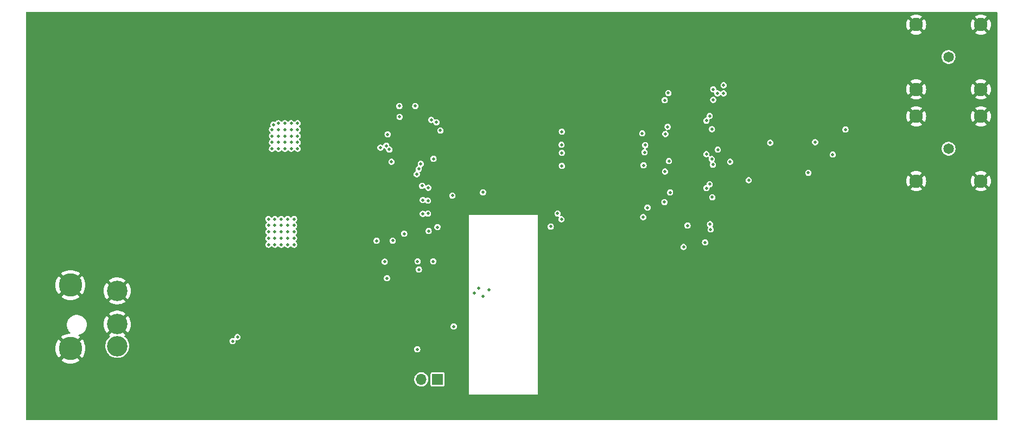
<source format=gbr>
%TF.GenerationSoftware,KiCad,Pcbnew,(6.0.9)*%
%TF.CreationDate,2022-11-10T01:17:40-05:00*%
%TF.ProjectId,5GHzPhaseShifter,3547487a-5068-4617-9365-536869667465,rev?*%
%TF.SameCoordinates,Original*%
%TF.FileFunction,Copper,L3,Inr*%
%TF.FilePolarity,Positive*%
%FSLAX46Y46*%
G04 Gerber Fmt 4.6, Leading zero omitted, Abs format (unit mm)*
G04 Created by KiCad (PCBNEW (6.0.9)) date 2022-11-10 01:17:40*
%MOMM*%
%LPD*%
G01*
G04 APERTURE LIST*
%TA.AperFunction,ComponentPad*%
%ADD10C,1.650000*%
%TD*%
%TA.AperFunction,ComponentPad*%
%ADD11C,2.100000*%
%TD*%
%TA.AperFunction,ComponentPad*%
%ADD12R,1.700000X1.700000*%
%TD*%
%TA.AperFunction,ComponentPad*%
%ADD13O,1.700000X1.700000*%
%TD*%
%TA.AperFunction,ComponentPad*%
%ADD14C,3.200000*%
%TD*%
%TA.AperFunction,ComponentPad*%
%ADD15C,3.653000*%
%TD*%
%TA.AperFunction,ViaPad*%
%ADD16C,0.460000*%
%TD*%
G04 APERTURE END LIST*
D10*
%TO.N,Net-(J2-Pad1)*%
%TO.C,J2*%
X207695800Y-94615000D03*
D11*
%TO.N,GND*%
X202645800Y-99665000D03*
X202645800Y-89565000D03*
X212745800Y-99665000D03*
X212745800Y-89565000D03*
%TD*%
D10*
%TO.N,Net-(J1-Pad1)*%
%TO.C,J1*%
X207707600Y-108915200D03*
D11*
%TO.N,GND*%
X202657600Y-113965200D03*
X202657600Y-103865200D03*
X212757600Y-113965200D03*
X212757600Y-103865200D03*
%TD*%
D12*
%TO.N,Net-(J4-Pad1)*%
%TO.C,J4*%
X127996000Y-144906600D03*
D13*
%TO.N,Net-(J4-Pad2)*%
X125456000Y-144906600D03*
%TD*%
D14*
%TO.N,/12V*%
%TO.C,J3*%
X78010000Y-139700000D03*
%TO.N,GND*%
X78010000Y-131100000D03*
X78010000Y-136300000D03*
D15*
X70710000Y-130200000D03*
X70710000Y-140100000D03*
%TD*%
D16*
%TO.N,GND*%
X122936000Y-107470400D03*
X125780800Y-101650800D03*
X123636000Y-106770400D03*
X183856400Y-107543600D03*
X122936000Y-108170400D03*
X167905200Y-116879600D03*
X172364400Y-103632000D03*
X192278000Y-113334800D03*
X183156400Y-108943600D03*
X102521000Y-134811000D03*
X103521000Y-136811000D03*
X167256000Y-106262400D03*
X125036000Y-108870400D03*
X191922400Y-109604000D03*
X84534000Y-136334000D03*
X174193200Y-113588800D03*
X122577600Y-134213600D03*
X163474400Y-113588800D03*
X100521000Y-134811000D03*
X124336000Y-107470400D03*
X132130800Y-109118400D03*
X167905200Y-117579600D03*
X138226800Y-108254800D03*
X103521000Y-135811000D03*
X119583200Y-101193600D03*
X81534000Y-134334000D03*
X168656000Y-106262400D03*
X80534000Y-136334000D03*
X104521000Y-134811000D03*
X168656000Y-106962400D03*
X114554000Y-107950000D03*
X167205200Y-117579600D03*
X122577600Y-133213600D03*
X94456500Y-141204700D03*
X180594000Y-105308400D03*
X103521000Y-137811000D03*
X167956000Y-105562400D03*
X123577600Y-132213600D03*
X102521000Y-137811000D03*
X92456000Y-106680000D03*
X131114800Y-143510000D03*
X125036000Y-106770400D03*
X168605200Y-100330000D03*
X167205200Y-100330000D03*
X167256000Y-111647200D03*
X114655600Y-143306800D03*
X92710000Y-119380000D03*
X124275000Y-120954800D03*
X191922400Y-108904000D03*
X161340800Y-110593000D03*
X193322400Y-108204000D03*
X163576000Y-108610400D03*
X103521000Y-138811000D03*
X172364400Y-114249200D03*
X82534000Y-136334000D03*
X111963200Y-121920000D03*
X123636000Y-107470400D03*
X83534000Y-132334000D03*
X168656000Y-111647200D03*
X121577600Y-132213600D03*
X167956000Y-111647200D03*
X167256000Y-112347200D03*
X167256000Y-105562400D03*
X184556400Y-108243600D03*
X167956000Y-110947200D03*
X134498602Y-107391200D03*
X164084000Y-109829600D03*
X124577600Y-131213600D03*
X120802400Y-101549200D03*
X124577600Y-132213600D03*
X101521000Y-137811000D03*
X81534000Y-135334000D03*
X136347200Y-108102400D03*
X116738400Y-103225600D03*
X121831600Y-130419600D03*
X124577600Y-130213600D03*
X123577600Y-133213600D03*
X183156400Y-107543600D03*
X104521000Y-137811000D03*
X119195000Y-112776000D03*
X125736000Y-108870400D03*
X121577600Y-134213600D03*
X168605200Y-116179600D03*
X148285200Y-110540800D03*
X122936000Y-108870400D03*
X168605200Y-101730000D03*
X84534000Y-133334000D03*
X159156400Y-108051600D03*
X110388400Y-121920000D03*
X159156400Y-106730800D03*
X80534000Y-135334000D03*
X113842800Y-107950000D03*
X168605200Y-117579600D03*
X123577600Y-134213600D03*
X104521000Y-136811000D03*
X189230000Y-113334800D03*
X168656000Y-105562400D03*
X192622400Y-109604000D03*
X174193200Y-114909600D03*
X95504000Y-106680000D03*
X122577600Y-132213600D03*
X134486603Y-108742916D03*
X81534000Y-132334000D03*
X123636000Y-108870400D03*
X174193200Y-104292400D03*
X167256000Y-110947200D03*
X191922400Y-108204000D03*
X124336000Y-106070400D03*
X125736000Y-107470400D03*
X93218000Y-106680000D03*
X158191200Y-107391200D03*
X124577600Y-133213600D03*
X121577600Y-131213600D03*
X82534000Y-135334000D03*
X183156400Y-108243600D03*
X124577600Y-134213600D03*
X183856400Y-108943600D03*
X83534000Y-134334000D03*
X125036000Y-107470400D03*
X125736000Y-106770400D03*
X116433600Y-109524800D03*
X131114800Y-110337600D03*
X140055600Y-108915200D03*
X89662000Y-119380000D03*
X117551200Y-110998000D03*
X148285200Y-107289600D03*
X125577600Y-133213600D03*
X125736000Y-106070400D03*
X91948000Y-119380000D03*
X82534000Y-133334000D03*
X80534000Y-134334000D03*
X124510800Y-100533200D03*
X94462500Y-137134500D03*
X80534000Y-133334000D03*
X127355600Y-123139200D03*
X81534000Y-133334000D03*
X167956000Y-106962400D03*
X82534000Y-134334000D03*
X126288800Y-114147600D03*
X94742000Y-106680000D03*
X113131600Y-107950000D03*
X83534000Y-136334000D03*
X83534000Y-133334000D03*
X163474400Y-118872000D03*
X84534000Y-132334000D03*
X159156400Y-109829600D03*
X192622400Y-108204000D03*
X122021600Y-100584000D03*
X129438400Y-106070400D03*
X115265200Y-107950000D03*
X163982400Y-99212400D03*
X131114800Y-123190000D03*
X123577600Y-131213600D03*
X167956000Y-106262400D03*
X102521000Y-138811000D03*
X120446800Y-112572800D03*
X167905200Y-101730000D03*
X167205200Y-116179600D03*
X128727200Y-114147600D03*
X123636000Y-108170400D03*
X93980000Y-106680000D03*
X184556400Y-107543600D03*
X100521000Y-135811000D03*
X174193200Y-102971600D03*
X83534000Y-135334000D03*
X127508000Y-113284000D03*
X193322400Y-109604000D03*
X101521000Y-135811000D03*
X80518000Y-132334000D03*
X81534000Y-136334000D03*
X124256800Y-121716800D03*
X91186000Y-119380000D03*
X192622400Y-108904000D03*
X82534000Y-132334000D03*
X118516400Y-104902000D03*
X101521000Y-134811000D03*
X118516400Y-107340400D03*
X125577600Y-131213600D03*
X100521000Y-138811000D03*
X124336000Y-106770400D03*
X104521000Y-138811000D03*
X123577600Y-130213600D03*
X111150400Y-121920000D03*
X184556400Y-108943600D03*
X178917600Y-108305600D03*
X101521000Y-136811000D03*
X100521000Y-137811000D03*
X124336000Y-108170400D03*
X102521000Y-135811000D03*
X95910400Y-141581000D03*
X121577600Y-133213600D03*
X84534000Y-134334000D03*
X168605200Y-116879600D03*
X158191200Y-110490000D03*
X167205200Y-116879600D03*
X161391600Y-107288200D03*
X138226800Y-109575600D03*
X100521000Y-136811000D03*
X125736000Y-108170400D03*
X112014000Y-127508000D03*
X164033200Y-104495600D03*
X95097600Y-141579600D03*
X131165600Y-105156000D03*
X104521000Y-135811000D03*
X90424000Y-119380000D03*
X167905200Y-116179600D03*
X126034800Y-123139200D03*
X124336000Y-108870400D03*
X125036000Y-108170400D03*
X84534000Y-135334000D03*
X102521000Y-136811000D03*
X118516400Y-103936800D03*
X115366800Y-103225600D03*
X95250000Y-136906000D03*
X167905200Y-100330000D03*
X167205200Y-101030000D03*
X193322400Y-108904000D03*
X125577600Y-132213600D03*
X176987200Y-108966000D03*
X125577600Y-134213600D03*
X122577600Y-130213600D03*
X159156400Y-111150400D03*
X125577600Y-130213600D03*
X167256000Y-106962400D03*
X168605200Y-101030000D03*
X187706000Y-113385600D03*
X168656000Y-112347200D03*
X125036000Y-106070400D03*
X178917600Y-109575600D03*
X103521000Y-134811000D03*
X167905200Y-101030000D03*
X122577600Y-131213600D03*
X183856400Y-108243600D03*
X163474400Y-102616000D03*
X101521000Y-138811000D03*
X167956000Y-112347200D03*
X167205200Y-101730000D03*
X168656000Y-110947200D03*
%TO.N,/3V3*%
X106156000Y-105934000D03*
X102156000Y-105934000D03*
X104156000Y-106934000D03*
X102156000Y-108934000D03*
X106156000Y-106934000D03*
X103156000Y-104934000D03*
X189636400Y-109829600D03*
X105156000Y-105934000D03*
X163880800Y-105511600D03*
X105156000Y-107934000D03*
X105156000Y-106934000D03*
X163372800Y-117246400D03*
X163423600Y-101346000D03*
X191617600Y-105918000D03*
X164084000Y-110845600D03*
X163474400Y-112471200D03*
X104156000Y-107934000D03*
X103156000Y-105934000D03*
X163525200Y-106629200D03*
X179882800Y-108000800D03*
X164261875Y-115747725D03*
X102156000Y-106934000D03*
X105156000Y-104934000D03*
X104156000Y-104934000D03*
X106156000Y-108934000D03*
X103156000Y-106934000D03*
X105156000Y-108934000D03*
X163982400Y-100228400D03*
X102362000Y-105156000D03*
X104156000Y-105934000D03*
X103156000Y-108934000D03*
X104156000Y-108934000D03*
X106156000Y-104934000D03*
X102156000Y-107934000D03*
X103156000Y-107934000D03*
X106156000Y-107934000D03*
%TO.N,/LE*%
X135077200Y-115727400D03*
X170942000Y-111404400D03*
X127304800Y-126492000D03*
X170840400Y-116484400D03*
X170586400Y-121513600D03*
%TO.N,/SCLK*%
X125045837Y-112090005D03*
X170772785Y-110543664D03*
X135077200Y-131978400D03*
X125577600Y-114706400D03*
X170439000Y-103815858D03*
X166370000Y-124256800D03*
X172618400Y-100279200D03*
X125679200Y-119075200D03*
X125679200Y-116941600D03*
X170429000Y-114452400D03*
X119735600Y-126542800D03*
X166979600Y-120904000D03*
X120091200Y-129133600D03*
X133756400Y-131419600D03*
X172618400Y-99009200D03*
X171653200Y-100279200D03*
X170484800Y-120700800D03*
%TO.N,/MOSI*%
X134366000Y-130657600D03*
X169926000Y-115062000D03*
X136042400Y-130911600D03*
X169926000Y-109778800D03*
X169722800Y-123545600D03*
X169926000Y-104546400D03*
X170992800Y-99669600D03*
X124750321Y-112901514D03*
X118465600Y-123291600D03*
%TO.N,/LE2*%
X170789600Y-105867200D03*
X176530000Y-113842800D03*
X170992800Y-101295200D03*
X130302000Y-116230400D03*
X171704000Y-109067600D03*
X120980200Y-123261200D03*
X173634400Y-110947200D03*
%TO.N,/LE_FA*%
X185826400Y-112674400D03*
X186893200Y-107899200D03*
%TO.N,Net-(C1-Pad1)*%
X120192800Y-106680000D03*
X122021600Y-102264900D03*
%TO.N,Net-(C2-Pad1)*%
X124510800Y-102260400D03*
X128422400Y-106070400D03*
X119989600Y-108458000D03*
X127812800Y-104800400D03*
%TO.N,Net-(C17-Pad1)*%
X120446800Y-109046900D03*
X120802400Y-110947200D03*
%TO.N,/5V*%
X105600000Y-119888000D03*
X127355600Y-110490000D03*
X104600000Y-120888000D03*
X127000000Y-104418171D03*
X102600000Y-122888000D03*
X119075200Y-108762800D03*
X102600000Y-120888000D03*
X105600000Y-123888000D03*
X104600000Y-121888000D03*
X105600000Y-122888000D03*
X103600000Y-120888000D03*
X101600000Y-122888000D03*
X105600000Y-121888000D03*
X101600000Y-123888000D03*
X103600000Y-119888000D03*
X101600000Y-121888000D03*
X105600000Y-120888000D03*
X102600000Y-123888000D03*
X122062931Y-103946269D03*
X104600000Y-123888000D03*
X102600000Y-119888000D03*
X101600000Y-120888000D03*
X103600000Y-122888000D03*
X102600000Y-121888000D03*
X103600000Y-121888000D03*
X104600000Y-119888000D03*
X103600000Y-123888000D03*
X104600000Y-122888000D03*
X101600000Y-119888000D03*
%TO.N,/1V8*%
X96012000Y-138938000D03*
X159918400Y-106527600D03*
X96774000Y-138303000D03*
X147370800Y-109575600D03*
X160274000Y-109474000D03*
X147370800Y-106273600D03*
%TO.N,/LE_PLL*%
X126492000Y-117028100D03*
X125374400Y-111271427D03*
X124815600Y-140208000D03*
X126542800Y-115011200D03*
X126492000Y-119024400D03*
X126593600Y-121767600D03*
%TO.N,/CTRL_180*%
X127965200Y-121158000D03*
X147370800Y-111607600D03*
%TO.N,/CTRL_90180*%
X122783600Y-122174000D03*
X147320000Y-108305600D03*
%TO.N,/CTRL_90F*%
X130505200Y-136652000D03*
X160375600Y-108356400D03*
X146710400Y-119024400D03*
X160731200Y-118110000D03*
%TO.N,/CTRL_F*%
X124866400Y-126492000D03*
X160121600Y-111506000D03*
X125069600Y-127762000D03*
X145643600Y-121056400D03*
X147320000Y-119938800D03*
X160070800Y-119583200D03*
%TD*%
%TA.AperFunction,Conductor*%
%TO.N,GND*%
G36*
X215282821Y-87599702D02*
G01*
X215329314Y-87653358D01*
X215340700Y-87705700D01*
X215340700Y-151155900D01*
X215320698Y-151224021D01*
X215267042Y-151270514D01*
X215214700Y-151281900D01*
X63880500Y-151281900D01*
X63812379Y-151261898D01*
X63765886Y-151208242D01*
X63754500Y-151155900D01*
X63754500Y-147248400D01*
X132855200Y-147248400D01*
X143635200Y-147248400D01*
X143635200Y-124250820D01*
X165880555Y-124250820D01*
X165881719Y-124259722D01*
X165881719Y-124259725D01*
X165889552Y-124319626D01*
X165898549Y-124388431D01*
X165954444Y-124515461D01*
X166003149Y-124573404D01*
X166037966Y-124614824D01*
X166037969Y-124614826D01*
X166043744Y-124621697D01*
X166159273Y-124698599D01*
X166291741Y-124739985D01*
X166300713Y-124740149D01*
X166300716Y-124740150D01*
X166362365Y-124741280D01*
X166430501Y-124742529D01*
X166564397Y-124706024D01*
X166682665Y-124633407D01*
X166775799Y-124530515D01*
X166836311Y-124405619D01*
X166859336Y-124268759D01*
X166859482Y-124256800D01*
X166845951Y-124162319D01*
X166841080Y-124128306D01*
X166841080Y-124128304D01*
X166839807Y-124119419D01*
X166782365Y-123993081D01*
X166691773Y-123887944D01*
X166575314Y-123812459D01*
X166442350Y-123772695D01*
X166433374Y-123772640D01*
X166433373Y-123772640D01*
X166375370Y-123772286D01*
X166303570Y-123771847D01*
X166294938Y-123774314D01*
X166178761Y-123807517D01*
X166178759Y-123807518D01*
X166170130Y-123809984D01*
X166162543Y-123814771D01*
X166162541Y-123814772D01*
X166155341Y-123819315D01*
X166052757Y-123884041D01*
X165960887Y-123988063D01*
X165957072Y-123996189D01*
X165905720Y-124105564D01*
X165905719Y-124105568D01*
X165901906Y-124113689D01*
X165900526Y-124122555D01*
X165900525Y-124122557D01*
X165881936Y-124241947D01*
X165881936Y-124241951D01*
X165880555Y-124250820D01*
X143635200Y-124250820D01*
X143635200Y-123539620D01*
X169233355Y-123539620D01*
X169234519Y-123548522D01*
X169234519Y-123548525D01*
X169236715Y-123565315D01*
X169251349Y-123677231D01*
X169254966Y-123685451D01*
X169295394Y-123777329D01*
X169307244Y-123804261D01*
X169355949Y-123862204D01*
X169390766Y-123903624D01*
X169390769Y-123903626D01*
X169396544Y-123910497D01*
X169512073Y-123987399D01*
X169644541Y-124028785D01*
X169653513Y-124028949D01*
X169653516Y-124028950D01*
X169715165Y-124030080D01*
X169783301Y-124031329D01*
X169917197Y-123994824D01*
X169928209Y-123988063D01*
X169945471Y-123977464D01*
X170035465Y-123922207D01*
X170128599Y-123819315D01*
X170181357Y-123710424D01*
X170185197Y-123702498D01*
X170185198Y-123702496D01*
X170189111Y-123694419D01*
X170212136Y-123557559D01*
X170212282Y-123545600D01*
X170192607Y-123408219D01*
X170135165Y-123281881D01*
X170044573Y-123176744D01*
X169928114Y-123101259D01*
X169795150Y-123061495D01*
X169786174Y-123061440D01*
X169786173Y-123061440D01*
X169728170Y-123061086D01*
X169656370Y-123060647D01*
X169647738Y-123063114D01*
X169531561Y-123096317D01*
X169531559Y-123096318D01*
X169522930Y-123098784D01*
X169515343Y-123103571D01*
X169515341Y-123103572D01*
X169422233Y-123162319D01*
X169405557Y-123172841D01*
X169313687Y-123276863D01*
X169309872Y-123284989D01*
X169258520Y-123394364D01*
X169258519Y-123394368D01*
X169254706Y-123402489D01*
X169253326Y-123411355D01*
X169253325Y-123411357D01*
X169234736Y-123530747D01*
X169234736Y-123530751D01*
X169233355Y-123539620D01*
X143635200Y-123539620D01*
X143635200Y-121050420D01*
X145154155Y-121050420D01*
X145155319Y-121059322D01*
X145155319Y-121059325D01*
X145158748Y-121085548D01*
X145172149Y-121188031D01*
X145175766Y-121196251D01*
X145214155Y-121283495D01*
X145228044Y-121315061D01*
X145253882Y-121345799D01*
X145311566Y-121414424D01*
X145311569Y-121414426D01*
X145317344Y-121421297D01*
X145432873Y-121498199D01*
X145565341Y-121539585D01*
X145574313Y-121539749D01*
X145574316Y-121539750D01*
X145635965Y-121540880D01*
X145704101Y-121542129D01*
X145837997Y-121505624D01*
X145849009Y-121498863D01*
X145893244Y-121471702D01*
X145956265Y-121433007D01*
X146049399Y-121330115D01*
X146109911Y-121205219D01*
X146132936Y-121068359D01*
X146133082Y-121056400D01*
X146113407Y-120919019D01*
X146103859Y-120898020D01*
X166490155Y-120898020D01*
X166491319Y-120906922D01*
X166491319Y-120906925D01*
X166493311Y-120922157D01*
X166508149Y-121035631D01*
X166522550Y-121068359D01*
X166555458Y-121143147D01*
X166564044Y-121162661D01*
X166606609Y-121213298D01*
X166647566Y-121262024D01*
X166647569Y-121262026D01*
X166653344Y-121268897D01*
X166768873Y-121345799D01*
X166901341Y-121387185D01*
X166910313Y-121387349D01*
X166910316Y-121387350D01*
X166971965Y-121388480D01*
X167040101Y-121389729D01*
X167173997Y-121353224D01*
X167292265Y-121280607D01*
X167385399Y-121177715D01*
X167445911Y-121052819D01*
X167468936Y-120915959D01*
X167469082Y-120904000D01*
X167453585Y-120795789D01*
X167450680Y-120775506D01*
X167450680Y-120775504D01*
X167449407Y-120766619D01*
X167416762Y-120694820D01*
X169995355Y-120694820D01*
X169996519Y-120703722D01*
X169996519Y-120703725D01*
X170001583Y-120742448D01*
X170013349Y-120832431D01*
X170016966Y-120840651D01*
X170050103Y-120915959D01*
X170069244Y-120959461D01*
X170158544Y-121065697D01*
X170165419Y-121070274D01*
X170202677Y-121130284D01*
X170201572Y-121201272D01*
X170186556Y-121233070D01*
X170183229Y-121238135D01*
X170177287Y-121244863D01*
X170173472Y-121252988D01*
X170173471Y-121252990D01*
X170122120Y-121362364D01*
X170122119Y-121362368D01*
X170118306Y-121370489D01*
X170116926Y-121379355D01*
X170116925Y-121379357D01*
X170098336Y-121498747D01*
X170098336Y-121498751D01*
X170096955Y-121507620D01*
X170098119Y-121516522D01*
X170098119Y-121516525D01*
X170101446Y-121541964D01*
X170114949Y-121645231D01*
X170118566Y-121653451D01*
X170162258Y-121752747D01*
X170170844Y-121772261D01*
X170198485Y-121805144D01*
X170254366Y-121871624D01*
X170254369Y-121871626D01*
X170260144Y-121878497D01*
X170375673Y-121955399D01*
X170508141Y-121996785D01*
X170517113Y-121996949D01*
X170517116Y-121996950D01*
X170578765Y-121998080D01*
X170646901Y-121999329D01*
X170780797Y-121962824D01*
X170899065Y-121890207D01*
X170992199Y-121787315D01*
X171038152Y-121692468D01*
X171048797Y-121670498D01*
X171048798Y-121670496D01*
X171052711Y-121662419D01*
X171075736Y-121525559D01*
X171075882Y-121513600D01*
X171063387Y-121426353D01*
X171057480Y-121385106D01*
X171057480Y-121385104D01*
X171056207Y-121376219D01*
X170998765Y-121249881D01*
X170908173Y-121144744D01*
X170905444Y-121142975D01*
X170868810Y-121085548D01*
X170869049Y-121014552D01*
X170885071Y-120980622D01*
X170890599Y-120974515D01*
X170923346Y-120906925D01*
X170947197Y-120857698D01*
X170947198Y-120857696D01*
X170951111Y-120849619D01*
X170974136Y-120712759D01*
X170974282Y-120700800D01*
X170961219Y-120609584D01*
X170955880Y-120572306D01*
X170955880Y-120572304D01*
X170954607Y-120563419D01*
X170897165Y-120437081D01*
X170806573Y-120331944D01*
X170690114Y-120256459D01*
X170557150Y-120216695D01*
X170548174Y-120216640D01*
X170548173Y-120216640D01*
X170490170Y-120216286D01*
X170418370Y-120215847D01*
X170409738Y-120218314D01*
X170293561Y-120251517D01*
X170293559Y-120251518D01*
X170284930Y-120253984D01*
X170277343Y-120258771D01*
X170277341Y-120258772D01*
X170180138Y-120320103D01*
X170167557Y-120328041D01*
X170125534Y-120375623D01*
X170082487Y-120424364D01*
X170075687Y-120432063D01*
X170071872Y-120440189D01*
X170020520Y-120549564D01*
X170020519Y-120549568D01*
X170016706Y-120557689D01*
X170015326Y-120566555D01*
X170015325Y-120566557D01*
X169996736Y-120685947D01*
X169996736Y-120685951D01*
X169995355Y-120694820D01*
X167416762Y-120694820D01*
X167391965Y-120640281D01*
X167301373Y-120535144D01*
X167184914Y-120459659D01*
X167051950Y-120419895D01*
X167042974Y-120419840D01*
X167042973Y-120419840D01*
X166984970Y-120419486D01*
X166913170Y-120419047D01*
X166904538Y-120421514D01*
X166788361Y-120454717D01*
X166788359Y-120454718D01*
X166779730Y-120457184D01*
X166772143Y-120461971D01*
X166772141Y-120461972D01*
X166677047Y-120521972D01*
X166662357Y-120531241D01*
X166570487Y-120635263D01*
X166566672Y-120643389D01*
X166515320Y-120752764D01*
X166515319Y-120752768D01*
X166511506Y-120760889D01*
X166510126Y-120769755D01*
X166510125Y-120769757D01*
X166491536Y-120889147D01*
X166491536Y-120889151D01*
X166490155Y-120898020D01*
X146103859Y-120898020D01*
X146055965Y-120792681D01*
X145965373Y-120687544D01*
X145848914Y-120612059D01*
X145715950Y-120572295D01*
X145706974Y-120572240D01*
X145706973Y-120572240D01*
X145648970Y-120571886D01*
X145577170Y-120571447D01*
X145568538Y-120573914D01*
X145452361Y-120607117D01*
X145452359Y-120607118D01*
X145443730Y-120609584D01*
X145436143Y-120614371D01*
X145436141Y-120614372D01*
X145341803Y-120673895D01*
X145326357Y-120683641D01*
X145234487Y-120787663D01*
X145230672Y-120795789D01*
X145179320Y-120905164D01*
X145179319Y-120905168D01*
X145175506Y-120913289D01*
X145174126Y-120922155D01*
X145174125Y-120922157D01*
X145155536Y-121041547D01*
X145155536Y-121041551D01*
X145154155Y-121050420D01*
X143635200Y-121050420D01*
X143635200Y-119248400D01*
X132855200Y-119248400D01*
X132855200Y-147248400D01*
X63754500Y-147248400D01*
X63754500Y-144877564D01*
X124347148Y-144877564D01*
X124360424Y-145080122D01*
X124361845Y-145085718D01*
X124361846Y-145085723D01*
X124382119Y-145165545D01*
X124410392Y-145276869D01*
X124412809Y-145282112D01*
X124450010Y-145362808D01*
X124495377Y-145461216D01*
X124612533Y-145626989D01*
X124757938Y-145768635D01*
X124926720Y-145881412D01*
X124932023Y-145883690D01*
X124932026Y-145883692D01*
X125063283Y-145940084D01*
X125113228Y-145961542D01*
X125186244Y-145978064D01*
X125305579Y-146005067D01*
X125305584Y-146005068D01*
X125311216Y-146006342D01*
X125316987Y-146006569D01*
X125316989Y-146006569D01*
X125376756Y-146008917D01*
X125514053Y-146014312D01*
X125621348Y-145998755D01*
X125709231Y-145986013D01*
X125709236Y-145986012D01*
X125714945Y-145985184D01*
X125720409Y-145983329D01*
X125720414Y-145983328D01*
X125901693Y-145921792D01*
X125901698Y-145921790D01*
X125907165Y-145919934D01*
X126084276Y-145820747D01*
X126123969Y-145787735D01*
X126235913Y-145694631D01*
X126240345Y-145690945D01*
X126370147Y-145534876D01*
X126469334Y-145357765D01*
X126471190Y-145352298D01*
X126471192Y-145352293D01*
X126532728Y-145171014D01*
X126532729Y-145171009D01*
X126534584Y-145165545D01*
X126535412Y-145159836D01*
X126535413Y-145159831D01*
X126563179Y-144968327D01*
X126563712Y-144964653D01*
X126565232Y-144906600D01*
X126546658Y-144704459D01*
X126545090Y-144698899D01*
X126493125Y-144514646D01*
X126493124Y-144514644D01*
X126491557Y-144509087D01*
X126480978Y-144487633D01*
X126404331Y-144332209D01*
X126401776Y-144327028D01*
X126280320Y-144164379D01*
X126136609Y-144031533D01*
X126891500Y-144031533D01*
X126891501Y-145781666D01*
X126906266Y-145855901D01*
X126913161Y-145866220D01*
X126913162Y-145866222D01*
X126953516Y-145926615D01*
X126962516Y-145940084D01*
X127046699Y-145996334D01*
X127120933Y-146011100D01*
X127995858Y-146011100D01*
X128871066Y-146011099D01*
X128906818Y-146003988D01*
X128933126Y-145998756D01*
X128933128Y-145998755D01*
X128945301Y-145996334D01*
X128955621Y-145989439D01*
X128955622Y-145989438D01*
X129019168Y-145946977D01*
X129029484Y-145940084D01*
X129085734Y-145855901D01*
X129100500Y-145781667D01*
X129100499Y-144031534D01*
X129085734Y-143957299D01*
X129059654Y-143918267D01*
X129036377Y-143883432D01*
X129029484Y-143873116D01*
X128945301Y-143816866D01*
X128871067Y-143802100D01*
X127996142Y-143802100D01*
X127120934Y-143802101D01*
X127085182Y-143809212D01*
X127058874Y-143814444D01*
X127058872Y-143814445D01*
X127046699Y-143816866D01*
X127036379Y-143823761D01*
X127036378Y-143823762D01*
X126975985Y-143864116D01*
X126962516Y-143873116D01*
X126906266Y-143957299D01*
X126891500Y-144031533D01*
X126136609Y-144031533D01*
X126131258Y-144026587D01*
X126126375Y-144023506D01*
X126126371Y-144023503D01*
X125964464Y-143921348D01*
X125959581Y-143918267D01*
X125771039Y-143843046D01*
X125765379Y-143841920D01*
X125765375Y-143841919D01*
X125577613Y-143804571D01*
X125577610Y-143804571D01*
X125571946Y-143803444D01*
X125566171Y-143803368D01*
X125566167Y-143803368D01*
X125464793Y-143802041D01*
X125368971Y-143800787D01*
X125363274Y-143801766D01*
X125363273Y-143801766D01*
X125275397Y-143816866D01*
X125168910Y-143835164D01*
X124978463Y-143905424D01*
X124804010Y-144009212D01*
X124799670Y-144013018D01*
X124799666Y-144013021D01*
X124655733Y-144139248D01*
X124651392Y-144143055D01*
X124525720Y-144302469D01*
X124523031Y-144307580D01*
X124523029Y-144307583D01*
X124510073Y-144332209D01*
X124431203Y-144482115D01*
X124371007Y-144675978D01*
X124347148Y-144877564D01*
X63754500Y-144877564D01*
X63754500Y-141923065D01*
X69252392Y-141923065D01*
X69258850Y-141932425D01*
X69282705Y-141953346D01*
X69289220Y-141958344D01*
X69536812Y-142123780D01*
X69543949Y-142127901D01*
X69811011Y-142259600D01*
X69818615Y-142262750D01*
X70100584Y-142358466D01*
X70108536Y-142360597D01*
X70400590Y-142418690D01*
X70408748Y-142419764D01*
X70705881Y-142439239D01*
X70714119Y-142439239D01*
X71011252Y-142419764D01*
X71019410Y-142418690D01*
X71311464Y-142360597D01*
X71319416Y-142358466D01*
X71601385Y-142262750D01*
X71608989Y-142259600D01*
X71876051Y-142127901D01*
X71883188Y-142123780D01*
X72130780Y-141958344D01*
X72137295Y-141953346D01*
X72159287Y-141934059D01*
X72167682Y-141920824D01*
X72161847Y-141911057D01*
X70722812Y-140472022D01*
X70708868Y-140464408D01*
X70707035Y-140464539D01*
X70700420Y-140468790D01*
X69259906Y-141909304D01*
X69252392Y-141923065D01*
X63754500Y-141923065D01*
X63754500Y-140104119D01*
X68370761Y-140104119D01*
X68390236Y-140401252D01*
X68391310Y-140409410D01*
X68449403Y-140701464D01*
X68451534Y-140709416D01*
X68547250Y-140991385D01*
X68550400Y-140998989D01*
X68682099Y-141266050D01*
X68686220Y-141273187D01*
X68851656Y-141520780D01*
X68856654Y-141527295D01*
X68875941Y-141549287D01*
X68889176Y-141557682D01*
X68898943Y-141551847D01*
X70337978Y-140112812D01*
X70344356Y-140101132D01*
X71074408Y-140101132D01*
X71074539Y-140102965D01*
X71078790Y-140109580D01*
X72519304Y-141550094D01*
X72533065Y-141557608D01*
X72542425Y-141551150D01*
X72563346Y-141527295D01*
X72568344Y-141520780D01*
X72733780Y-141273187D01*
X72737901Y-141266050D01*
X72869600Y-140998989D01*
X72872750Y-140991385D01*
X72968466Y-140709416D01*
X72970597Y-140701464D01*
X73028690Y-140409410D01*
X73029764Y-140401252D01*
X73049239Y-140104119D01*
X73049239Y-140095881D01*
X73029764Y-139798748D01*
X73028690Y-139790590D01*
X72999054Y-139641600D01*
X76151680Y-139641600D01*
X76161991Y-139904022D01*
X76209174Y-140162373D01*
X76292289Y-140411499D01*
X76294282Y-140415487D01*
X76371484Y-140569992D01*
X76409677Y-140646429D01*
X76558995Y-140862474D01*
X76562011Y-140865736D01*
X76562016Y-140865743D01*
X76734249Y-141052063D01*
X76734254Y-141052067D01*
X76737265Y-141055325D01*
X76940929Y-141221134D01*
X76944747Y-141223433D01*
X76944749Y-141223434D01*
X77096827Y-141314992D01*
X77165924Y-141356592D01*
X77278947Y-141404451D01*
X77403663Y-141457262D01*
X77403666Y-141457263D01*
X77407761Y-141458997D01*
X77412053Y-141460135D01*
X77412056Y-141460136D01*
X77657317Y-141525166D01*
X77657321Y-141525167D01*
X77661614Y-141526305D01*
X77666023Y-141526827D01*
X77666029Y-141526828D01*
X77836509Y-141547005D01*
X77922418Y-141557173D01*
X78184970Y-141550986D01*
X78327303Y-141527295D01*
X78439640Y-141508597D01*
X78439644Y-141508596D01*
X78444030Y-141507866D01*
X78448271Y-141506525D01*
X78448274Y-141506524D01*
X78690185Y-141430018D01*
X78690187Y-141430017D01*
X78694431Y-141428675D01*
X78698442Y-141426749D01*
X78698447Y-141426747D01*
X78927156Y-141316922D01*
X78927157Y-141316921D01*
X78931175Y-141314992D01*
X79040984Y-141241620D01*
X79145831Y-141171563D01*
X79145835Y-141171560D01*
X79149539Y-141169085D01*
X79152856Y-141166114D01*
X79152860Y-141166111D01*
X79341849Y-140996839D01*
X79341850Y-140996838D01*
X79345167Y-140993867D01*
X79514154Y-140792832D01*
X79653130Y-140569992D01*
X79695730Y-140473634D01*
X79757522Y-140333861D01*
X79759320Y-140329794D01*
X79795356Y-140202020D01*
X124326155Y-140202020D01*
X124327319Y-140210922D01*
X124327319Y-140210925D01*
X124335152Y-140270825D01*
X124344149Y-140339631D01*
X124400044Y-140466661D01*
X124448749Y-140524604D01*
X124483566Y-140566024D01*
X124483569Y-140566026D01*
X124489344Y-140572897D01*
X124604873Y-140649799D01*
X124737341Y-140691185D01*
X124746313Y-140691349D01*
X124746316Y-140691350D01*
X124807965Y-140692480D01*
X124876101Y-140693729D01*
X125009997Y-140657224D01*
X125128265Y-140584607D01*
X125221399Y-140481715D01*
X125281911Y-140356819D01*
X125304936Y-140219959D01*
X125305082Y-140208000D01*
X125290205Y-140104119D01*
X125286680Y-140079506D01*
X125286680Y-140079504D01*
X125285407Y-140070619D01*
X125227965Y-139944281D01*
X125137373Y-139839144D01*
X125020914Y-139763659D01*
X124887950Y-139723895D01*
X124878974Y-139723840D01*
X124878973Y-139723840D01*
X124820970Y-139723486D01*
X124749170Y-139723047D01*
X124740538Y-139725514D01*
X124624361Y-139758717D01*
X124624359Y-139758718D01*
X124615730Y-139761184D01*
X124608143Y-139765971D01*
X124608141Y-139765972D01*
X124532765Y-139813531D01*
X124498357Y-139835241D01*
X124406487Y-139939263D01*
X124402672Y-139947389D01*
X124351320Y-140056764D01*
X124351319Y-140056768D01*
X124347506Y-140064889D01*
X124346126Y-140073755D01*
X124346125Y-140073757D01*
X124327536Y-140193147D01*
X124327536Y-140193151D01*
X124326155Y-140202020D01*
X79795356Y-140202020D01*
X79830607Y-140077030D01*
X79842672Y-139987208D01*
X79865141Y-139819924D01*
X79865142Y-139819916D01*
X79865568Y-139816742D01*
X79867392Y-139758717D01*
X79869136Y-139703222D01*
X79869136Y-139703217D01*
X79869237Y-139700000D01*
X79850689Y-139438031D01*
X79847575Y-139423564D01*
X79796350Y-139185636D01*
X79796350Y-139185634D01*
X79795414Y-139181289D01*
X79704515Y-138934897D01*
X79702963Y-138932020D01*
X95522555Y-138932020D01*
X95523719Y-138940922D01*
X95523719Y-138940925D01*
X95531552Y-139000826D01*
X95540549Y-139069631D01*
X95596444Y-139196661D01*
X95645149Y-139254604D01*
X95679966Y-139296024D01*
X95679969Y-139296026D01*
X95685744Y-139302897D01*
X95801273Y-139379799D01*
X95933741Y-139421185D01*
X95942713Y-139421349D01*
X95942716Y-139421350D01*
X96004365Y-139422480D01*
X96072501Y-139423729D01*
X96206397Y-139387224D01*
X96224645Y-139376020D01*
X96234671Y-139369864D01*
X96324665Y-139314607D01*
X96417799Y-139211715D01*
X96446440Y-139152600D01*
X96474397Y-139094898D01*
X96474398Y-139094896D01*
X96478311Y-139086819D01*
X96501336Y-138949959D01*
X96501482Y-138938000D01*
X96497933Y-138913222D01*
X96508074Y-138842955D01*
X96554596Y-138789325D01*
X96622727Y-138769359D01*
X96660234Y-138775092D01*
X96687171Y-138783508D01*
X96687174Y-138783508D01*
X96695741Y-138786185D01*
X96704713Y-138786349D01*
X96704716Y-138786350D01*
X96766365Y-138787480D01*
X96834501Y-138788729D01*
X96968397Y-138752224D01*
X97086665Y-138679607D01*
X97179799Y-138576715D01*
X97220040Y-138493659D01*
X97236397Y-138459898D01*
X97236398Y-138459896D01*
X97240311Y-138451819D01*
X97263336Y-138314959D01*
X97263482Y-138303000D01*
X97253471Y-138233097D01*
X97245080Y-138174506D01*
X97245080Y-138174504D01*
X97243807Y-138165619D01*
X97186365Y-138039281D01*
X97095773Y-137934144D01*
X96979314Y-137858659D01*
X96846350Y-137818895D01*
X96837374Y-137818840D01*
X96837373Y-137818840D01*
X96779370Y-137818486D01*
X96707570Y-137818047D01*
X96698938Y-137820514D01*
X96582761Y-137853717D01*
X96582759Y-137853718D01*
X96574130Y-137856184D01*
X96566543Y-137860971D01*
X96566541Y-137860972D01*
X96494132Y-137906659D01*
X96456757Y-137930241D01*
X96364887Y-138034263D01*
X96361072Y-138042389D01*
X96309720Y-138151764D01*
X96309719Y-138151768D01*
X96305906Y-138159889D01*
X96304526Y-138168755D01*
X96304525Y-138168757D01*
X96285936Y-138288147D01*
X96285936Y-138288151D01*
X96284555Y-138297020D01*
X96288847Y-138329841D01*
X96277845Y-138399978D01*
X96230670Y-138453035D01*
X96162299Y-138472165D01*
X96127813Y-138466893D01*
X96084350Y-138453895D01*
X96075374Y-138453840D01*
X96075373Y-138453840D01*
X96017370Y-138453486D01*
X95945570Y-138453047D01*
X95936938Y-138455514D01*
X95820761Y-138488717D01*
X95820759Y-138488718D01*
X95812130Y-138491184D01*
X95694757Y-138565241D01*
X95602887Y-138669263D01*
X95599072Y-138677389D01*
X95547720Y-138786764D01*
X95547719Y-138786768D01*
X95543906Y-138794889D01*
X95542526Y-138803755D01*
X95542525Y-138803757D01*
X95523936Y-138923147D01*
X95523936Y-138923151D01*
X95522555Y-138932020D01*
X79702963Y-138932020D01*
X79625969Y-138789325D01*
X79581919Y-138707687D01*
X79579806Y-138703771D01*
X79423775Y-138492522D01*
X79420030Y-138488717D01*
X79332673Y-138399978D01*
X79239535Y-138305366D01*
X79202282Y-138276935D01*
X79179531Y-138259572D01*
X79137514Y-138202343D01*
X79133107Y-138131484D01*
X79167709Y-138069490D01*
X79190397Y-138052154D01*
X79190386Y-138052138D01*
X79190679Y-138051939D01*
X79192409Y-138050617D01*
X79193941Y-138049722D01*
X79201019Y-138044911D01*
X79295883Y-137970529D01*
X79304353Y-137958670D01*
X79297836Y-137947046D01*
X78022812Y-136672022D01*
X78008868Y-136664408D01*
X78007035Y-136664539D01*
X78000420Y-136668790D01*
X76721917Y-137947293D01*
X76714625Y-137960647D01*
X76721680Y-137970620D01*
X76764757Y-138006637D01*
X76771693Y-138011677D01*
X76831315Y-138049077D01*
X76878393Y-138102220D01*
X76889265Y-138172379D01*
X76860481Y-138237279D01*
X76837620Y-138258326D01*
X76828509Y-138264838D01*
X76824878Y-138267433D01*
X76634851Y-138448710D01*
X76632095Y-138452206D01*
X76632094Y-138452207D01*
X76475604Y-138650713D01*
X76472261Y-138654954D01*
X76420075Y-138744799D01*
X76342588Y-138878202D01*
X76342585Y-138878208D01*
X76340354Y-138882049D01*
X76338684Y-138886172D01*
X76264376Y-139069631D01*
X76241761Y-139125464D01*
X76240690Y-139129777D01*
X76240688Y-139129782D01*
X76199393Y-139296024D01*
X76178448Y-139380343D01*
X76151680Y-139641600D01*
X72999054Y-139641600D01*
X72970597Y-139498536D01*
X72968466Y-139490584D01*
X72872750Y-139208615D01*
X72869600Y-139201011D01*
X72737901Y-138933950D01*
X72733780Y-138926813D01*
X72568344Y-138679220D01*
X72563346Y-138672705D01*
X72544059Y-138650713D01*
X72530824Y-138642318D01*
X72521057Y-138648153D01*
X71082022Y-140087188D01*
X71074408Y-140101132D01*
X70344356Y-140101132D01*
X70345592Y-140098868D01*
X70345461Y-140097035D01*
X70341210Y-140090420D01*
X68900696Y-138649906D01*
X68886935Y-138642392D01*
X68877575Y-138648850D01*
X68856654Y-138672705D01*
X68851656Y-138679220D01*
X68686220Y-138926813D01*
X68682099Y-138933950D01*
X68550400Y-139201011D01*
X68547250Y-139208615D01*
X68451534Y-139490584D01*
X68449403Y-139498536D01*
X68391310Y-139790590D01*
X68390236Y-139798748D01*
X68370761Y-140095881D01*
X68370761Y-140104119D01*
X63754500Y-140104119D01*
X63754500Y-138279176D01*
X69252318Y-138279176D01*
X69258153Y-138288943D01*
X70697188Y-139727978D01*
X70711132Y-139735592D01*
X70712965Y-139735461D01*
X70719580Y-139731210D01*
X72160094Y-138290696D01*
X72167608Y-138276935D01*
X72161150Y-138267575D01*
X72137295Y-138246654D01*
X72130780Y-138241656D01*
X71991851Y-138148827D01*
X71946324Y-138094351D01*
X71937475Y-138023907D01*
X71968116Y-137959863D01*
X72031798Y-137921699D01*
X72197359Y-137881033D01*
X72202273Y-137879826D01*
X72206925Y-137877851D01*
X72206929Y-137877850D01*
X72427879Y-137784062D01*
X72432537Y-137782085D01*
X72577920Y-137690532D01*
X72639932Y-137651481D01*
X72639935Y-137651479D01*
X72644211Y-137648786D01*
X72831851Y-137483359D01*
X72990629Y-137290060D01*
X73116459Y-137073862D01*
X73206105Y-136840328D01*
X73216233Y-136791851D01*
X73256224Y-136600418D01*
X73257259Y-136595464D01*
X73258460Y-136569033D01*
X73262668Y-136476347D01*
X73268607Y-136345572D01*
X73264817Y-136312812D01*
X73261270Y-136282154D01*
X75897437Y-136282154D01*
X75913488Y-136560533D01*
X75914561Y-136569033D01*
X75968246Y-136842664D01*
X75970457Y-136850916D01*
X76060782Y-137114736D01*
X76064097Y-137122621D01*
X76189389Y-137371736D01*
X76193745Y-137379102D01*
X76337432Y-137588166D01*
X76347685Y-137596510D01*
X76361426Y-137589364D01*
X77637978Y-136312812D01*
X77644356Y-136301132D01*
X78374408Y-136301132D01*
X78374539Y-136302965D01*
X78378790Y-136309580D01*
X79657264Y-137588054D01*
X79669474Y-137594721D01*
X79680973Y-137586032D01*
X79791464Y-137435617D01*
X79796048Y-137428393D01*
X79929099Y-137183346D01*
X79932667Y-137175553D01*
X80031227Y-136914721D01*
X80033704Y-136906515D01*
X80093365Y-136646020D01*
X130015755Y-136646020D01*
X130016919Y-136654922D01*
X130016919Y-136654925D01*
X130018732Y-136668790D01*
X130033749Y-136783631D01*
X130089644Y-136910661D01*
X130117347Y-136943618D01*
X130173166Y-137010024D01*
X130173169Y-137010026D01*
X130178944Y-137016897D01*
X130294473Y-137093799D01*
X130426941Y-137135185D01*
X130435913Y-137135349D01*
X130435916Y-137135350D01*
X130497565Y-137136480D01*
X130565701Y-137137729D01*
X130699597Y-137101224D01*
X130817865Y-137028607D01*
X130910999Y-136925715D01*
X130971511Y-136800819D01*
X130994536Y-136663959D01*
X130994682Y-136652000D01*
X130975007Y-136514619D01*
X130917565Y-136388281D01*
X130826973Y-136283144D01*
X130710514Y-136207659D01*
X130577550Y-136167895D01*
X130568574Y-136167840D01*
X130568573Y-136167840D01*
X130510570Y-136167486D01*
X130438770Y-136167047D01*
X130430138Y-136169514D01*
X130313961Y-136202717D01*
X130313959Y-136202718D01*
X130305330Y-136205184D01*
X130297743Y-136209971D01*
X130297741Y-136209972D01*
X130196891Y-136273604D01*
X130187957Y-136279241D01*
X130096087Y-136383263D01*
X130092272Y-136391389D01*
X130040920Y-136500764D01*
X130040919Y-136500768D01*
X130037106Y-136508889D01*
X130035726Y-136517755D01*
X130035725Y-136517757D01*
X130017136Y-136637147D01*
X130017136Y-136637151D01*
X130015755Y-136646020D01*
X80093365Y-136646020D01*
X80095954Y-136634718D01*
X80097294Y-136626257D01*
X80122243Y-136346715D01*
X80122489Y-136341776D01*
X80122900Y-136302485D01*
X80122757Y-136297519D01*
X80103669Y-136017520D01*
X80102508Y-136009046D01*
X80045962Y-135735998D01*
X80043658Y-135727744D01*
X79950579Y-135464897D01*
X79947183Y-135457049D01*
X79819286Y-135209254D01*
X79814858Y-135201942D01*
X79681812Y-135012636D01*
X79671290Y-135004256D01*
X79657902Y-135011308D01*
X78382022Y-136287188D01*
X78374408Y-136301132D01*
X77644356Y-136301132D01*
X77645592Y-136298868D01*
X77645461Y-136297035D01*
X77641210Y-136290420D01*
X76362160Y-135011370D01*
X76350150Y-135004811D01*
X76338410Y-135013779D01*
X76216748Y-135183091D01*
X76212226Y-135190385D01*
X76081757Y-135436799D01*
X76078271Y-135444627D01*
X75982446Y-135706481D01*
X75980057Y-135714704D01*
X75920654Y-135987151D01*
X75919405Y-135995607D01*
X75897526Y-136273604D01*
X75897437Y-136282154D01*
X73261270Y-136282154D01*
X73240437Y-136102108D01*
X73240436Y-136102105D01*
X73239855Y-136097080D01*
X73171745Y-135856382D01*
X73066027Y-135629670D01*
X72925422Y-135422776D01*
X72753547Y-135241023D01*
X72554825Y-135089088D01*
X72550373Y-135086701D01*
X72550367Y-135086697D01*
X72338828Y-134973272D01*
X72334367Y-134970880D01*
X72097846Y-134889439D01*
X71995228Y-134871714D01*
X71855257Y-134847537D01*
X71855251Y-134847536D01*
X71851347Y-134846862D01*
X71847386Y-134846682D01*
X71847385Y-134846682D01*
X71822775Y-134845564D01*
X71822756Y-134845564D01*
X71821356Y-134845500D01*
X71647148Y-134845500D01*
X71644640Y-134845702D01*
X71644635Y-134845702D01*
X71465698Y-134860099D01*
X71465694Y-134860100D01*
X71460656Y-134860505D01*
X71455748Y-134861711D01*
X71455745Y-134861711D01*
X71336144Y-134891088D01*
X71217727Y-134920174D01*
X71213075Y-134922149D01*
X71213071Y-134922150D01*
X71072119Y-134981981D01*
X70987463Y-135017915D01*
X70983179Y-135020613D01*
X70780068Y-135148519D01*
X70780065Y-135148521D01*
X70775789Y-135151214D01*
X70588149Y-135316641D01*
X70429371Y-135509940D01*
X70303541Y-135726138D01*
X70213895Y-135959672D01*
X70212862Y-135964618D01*
X70212860Y-135964624D01*
X70203580Y-136009046D01*
X70162741Y-136204536D01*
X70162512Y-136209586D01*
X70162511Y-136209591D01*
X70158862Y-136289944D01*
X70151393Y-136454428D01*
X70151974Y-136459448D01*
X70151974Y-136459452D01*
X70175637Y-136663959D01*
X70180145Y-136702920D01*
X70181522Y-136707785D01*
X70181522Y-136707787D01*
X70207847Y-136800819D01*
X70248255Y-136943618D01*
X70353973Y-137170330D01*
X70356814Y-137174510D01*
X70356816Y-137174514D01*
X70416442Y-137262250D01*
X70494578Y-137377224D01*
X70549798Y-137435617D01*
X70664250Y-137556647D01*
X70696522Y-137619885D01*
X70689482Y-137690532D01*
X70645365Y-137746157D01*
X70580943Y-137768950D01*
X70408748Y-137780236D01*
X70400590Y-137781310D01*
X70108536Y-137839403D01*
X70100584Y-137841534D01*
X69818615Y-137937250D01*
X69811011Y-137940400D01*
X69543950Y-138072099D01*
X69536813Y-138076220D01*
X69289220Y-138241656D01*
X69282705Y-138246654D01*
X69260713Y-138265941D01*
X69252318Y-138279176D01*
X63754500Y-138279176D01*
X63754500Y-134641359D01*
X76715442Y-134641359D01*
X76721837Y-134652627D01*
X77997188Y-135927978D01*
X78011132Y-135935592D01*
X78012965Y-135935461D01*
X78019580Y-135931210D01*
X79297667Y-134653123D01*
X79304858Y-134639954D01*
X79297535Y-134629716D01*
X79237298Y-134580413D01*
X79230326Y-134575457D01*
X78992560Y-134429754D01*
X78984990Y-134425796D01*
X78729657Y-134313714D01*
X78721597Y-134310812D01*
X78453432Y-134234424D01*
X78445054Y-134232642D01*
X78168998Y-134193353D01*
X78160451Y-134192726D01*
X77881614Y-134191265D01*
X77873081Y-134191802D01*
X77596622Y-134228200D01*
X77588221Y-134229894D01*
X77319274Y-134303469D01*
X77311179Y-134306288D01*
X77054694Y-134415688D01*
X77047071Y-134419572D01*
X76807809Y-134562767D01*
X76800771Y-134567658D01*
X76723912Y-134629233D01*
X76715442Y-134641359D01*
X63754500Y-134641359D01*
X63754500Y-132760647D01*
X76714625Y-132760647D01*
X76721680Y-132770620D01*
X76764757Y-132806637D01*
X76771694Y-132811677D01*
X77007895Y-132959846D01*
X77015446Y-132963895D01*
X77269581Y-133078640D01*
X77277612Y-133081627D01*
X77544967Y-133160822D01*
X77553318Y-133162689D01*
X77828954Y-133204867D01*
X77837487Y-133205583D01*
X78116291Y-133209963D01*
X78124842Y-133209514D01*
X78401659Y-133176016D01*
X78410073Y-133174411D01*
X78679786Y-133103654D01*
X78687902Y-133100923D01*
X78945521Y-132994213D01*
X78953183Y-132990410D01*
X79193933Y-132849727D01*
X79201020Y-132844910D01*
X79295883Y-132770529D01*
X79304353Y-132758670D01*
X79297836Y-132747046D01*
X78022812Y-131472022D01*
X78008868Y-131464408D01*
X78007035Y-131464539D01*
X78000420Y-131468790D01*
X76721917Y-132747293D01*
X76714625Y-132760647D01*
X63754500Y-132760647D01*
X63754500Y-132023065D01*
X69252392Y-132023065D01*
X69258850Y-132032425D01*
X69282705Y-132053346D01*
X69289220Y-132058344D01*
X69536812Y-132223780D01*
X69543949Y-132227901D01*
X69811011Y-132359600D01*
X69818615Y-132362750D01*
X70100584Y-132458466D01*
X70108536Y-132460597D01*
X70400590Y-132518690D01*
X70408748Y-132519764D01*
X70705881Y-132539239D01*
X70714119Y-132539239D01*
X71011252Y-132519764D01*
X71019410Y-132518690D01*
X71311464Y-132460597D01*
X71319416Y-132458466D01*
X71601385Y-132362750D01*
X71608989Y-132359600D01*
X71876051Y-132227901D01*
X71883188Y-132223780D01*
X72130780Y-132058344D01*
X72137295Y-132053346D01*
X72159287Y-132034059D01*
X72167682Y-132020824D01*
X72161847Y-132011057D01*
X70722812Y-130572022D01*
X70708868Y-130564408D01*
X70707035Y-130564539D01*
X70700420Y-130568790D01*
X69259906Y-132009304D01*
X69252392Y-132023065D01*
X63754500Y-132023065D01*
X63754500Y-130204119D01*
X68370761Y-130204119D01*
X68390236Y-130501252D01*
X68391310Y-130509410D01*
X68449403Y-130801464D01*
X68451534Y-130809416D01*
X68547250Y-131091385D01*
X68550400Y-131098989D01*
X68682099Y-131366050D01*
X68686220Y-131373187D01*
X68851656Y-131620780D01*
X68856654Y-131627295D01*
X68875941Y-131649287D01*
X68889176Y-131657682D01*
X68898943Y-131651847D01*
X70337978Y-130212812D01*
X70344356Y-130201132D01*
X71074408Y-130201132D01*
X71074539Y-130202965D01*
X71078790Y-130209580D01*
X72519304Y-131650094D01*
X72533065Y-131657608D01*
X72542425Y-131651150D01*
X72563346Y-131627295D01*
X72568344Y-131620780D01*
X72733780Y-131373187D01*
X72737901Y-131366050D01*
X72869600Y-131098989D01*
X72872750Y-131091385D01*
X72875884Y-131082154D01*
X75897437Y-131082154D01*
X75913488Y-131360533D01*
X75914561Y-131369033D01*
X75968246Y-131642664D01*
X75970457Y-131650916D01*
X76060782Y-131914736D01*
X76064097Y-131922621D01*
X76189389Y-132171736D01*
X76193745Y-132179102D01*
X76337432Y-132388166D01*
X76347685Y-132396510D01*
X76361426Y-132389364D01*
X77637978Y-131112812D01*
X77644356Y-131101132D01*
X78374408Y-131101132D01*
X78374539Y-131102965D01*
X78378790Y-131109580D01*
X79657264Y-132388054D01*
X79669474Y-132394721D01*
X79680973Y-132386032D01*
X79791464Y-132235617D01*
X79796048Y-132228393D01*
X79929099Y-131983346D01*
X79932667Y-131975553D01*
X80031227Y-131714721D01*
X80033704Y-131706515D01*
X80095954Y-131434718D01*
X80097294Y-131426257D01*
X80122243Y-131146715D01*
X80122489Y-131141776D01*
X80122900Y-131102485D01*
X80122757Y-131097519D01*
X80103669Y-130817520D01*
X80102508Y-130809046D01*
X80045962Y-130535998D01*
X80043658Y-130527744D01*
X79950579Y-130264897D01*
X79947183Y-130257049D01*
X79819286Y-130009254D01*
X79814858Y-130001942D01*
X79681812Y-129812636D01*
X79671290Y-129804256D01*
X79657902Y-129811308D01*
X78382022Y-131087188D01*
X78374408Y-131101132D01*
X77644356Y-131101132D01*
X77645592Y-131098868D01*
X77645461Y-131097035D01*
X77641210Y-131090420D01*
X76362160Y-129811370D01*
X76350150Y-129804811D01*
X76338410Y-129813779D01*
X76216748Y-129983091D01*
X76212226Y-129990385D01*
X76081757Y-130236799D01*
X76078271Y-130244627D01*
X75982446Y-130506481D01*
X75980057Y-130514704D01*
X75920654Y-130787151D01*
X75919405Y-130795607D01*
X75897526Y-131073604D01*
X75897437Y-131082154D01*
X72875884Y-131082154D01*
X72968466Y-130809416D01*
X72970597Y-130801464D01*
X73028690Y-130509410D01*
X73029764Y-130501252D01*
X73049239Y-130204119D01*
X73049239Y-130195881D01*
X73029764Y-129898748D01*
X73028690Y-129890590D01*
X72970597Y-129598536D01*
X72968466Y-129590584D01*
X72917811Y-129441359D01*
X76715442Y-129441359D01*
X76721837Y-129452627D01*
X77997188Y-130727978D01*
X78011132Y-130735592D01*
X78012965Y-130735461D01*
X78019580Y-130731210D01*
X79297667Y-129453123D01*
X79304858Y-129439954D01*
X79297535Y-129429716D01*
X79237298Y-129380413D01*
X79230326Y-129375457D01*
X78992560Y-129229754D01*
X78984990Y-129225796D01*
X78761336Y-129127620D01*
X119601755Y-129127620D01*
X119602919Y-129136522D01*
X119602919Y-129136525D01*
X119610752Y-129196425D01*
X119619749Y-129265231D01*
X119675644Y-129392261D01*
X119706722Y-129429233D01*
X119759166Y-129491624D01*
X119759169Y-129491626D01*
X119764944Y-129498497D01*
X119880473Y-129575399D01*
X120012941Y-129616785D01*
X120021913Y-129616949D01*
X120021916Y-129616950D01*
X120083565Y-129618080D01*
X120151701Y-129619329D01*
X120285597Y-129582824D01*
X120403865Y-129510207D01*
X120496999Y-129407315D01*
X120557511Y-129282419D01*
X120580536Y-129145559D01*
X120580682Y-129133600D01*
X120561007Y-128996219D01*
X120503565Y-128869881D01*
X120412973Y-128764744D01*
X120296514Y-128689259D01*
X120163550Y-128649495D01*
X120154574Y-128649440D01*
X120154573Y-128649440D01*
X120096570Y-128649086D01*
X120024770Y-128648647D01*
X120016138Y-128651114D01*
X119899961Y-128684317D01*
X119899959Y-128684318D01*
X119891330Y-128686784D01*
X119883743Y-128691571D01*
X119883741Y-128691572D01*
X119791288Y-128749906D01*
X119773957Y-128760841D01*
X119682087Y-128864863D01*
X119678272Y-128872989D01*
X119626920Y-128982364D01*
X119626919Y-128982368D01*
X119623106Y-128990489D01*
X119621726Y-128999355D01*
X119621725Y-128999357D01*
X119603136Y-129118747D01*
X119603136Y-129118751D01*
X119601755Y-129127620D01*
X78761336Y-129127620D01*
X78729657Y-129113714D01*
X78721597Y-129110812D01*
X78453432Y-129034424D01*
X78445054Y-129032642D01*
X78168998Y-128993353D01*
X78160451Y-128992726D01*
X77881614Y-128991265D01*
X77873081Y-128991802D01*
X77596622Y-129028200D01*
X77588221Y-129029894D01*
X77319274Y-129103469D01*
X77311179Y-129106288D01*
X77054694Y-129215688D01*
X77047071Y-129219572D01*
X76807809Y-129362767D01*
X76800771Y-129367658D01*
X76723912Y-129429233D01*
X76715442Y-129441359D01*
X72917811Y-129441359D01*
X72872750Y-129308615D01*
X72869600Y-129301011D01*
X72737901Y-129033950D01*
X72733780Y-129026813D01*
X72568344Y-128779220D01*
X72563346Y-128772705D01*
X72544059Y-128750713D01*
X72530824Y-128742318D01*
X72521057Y-128748153D01*
X71082022Y-130187188D01*
X71074408Y-130201132D01*
X70344356Y-130201132D01*
X70345592Y-130198868D01*
X70345461Y-130197035D01*
X70341210Y-130190420D01*
X68900696Y-128749906D01*
X68886935Y-128742392D01*
X68877575Y-128748850D01*
X68856654Y-128772705D01*
X68851656Y-128779220D01*
X68686220Y-129026813D01*
X68682099Y-129033950D01*
X68550400Y-129301011D01*
X68547250Y-129308615D01*
X68451534Y-129590584D01*
X68449403Y-129598536D01*
X68391310Y-129890590D01*
X68390236Y-129898748D01*
X68370761Y-130195881D01*
X68370761Y-130204119D01*
X63754500Y-130204119D01*
X63754500Y-128379176D01*
X69252318Y-128379176D01*
X69258153Y-128388943D01*
X70697188Y-129827978D01*
X70711132Y-129835592D01*
X70712965Y-129835461D01*
X70719580Y-129831210D01*
X72160094Y-128390696D01*
X72167608Y-128376935D01*
X72161150Y-128367575D01*
X72137295Y-128346654D01*
X72130780Y-128341656D01*
X71883188Y-128176220D01*
X71876051Y-128172099D01*
X71608989Y-128040400D01*
X71601385Y-128037250D01*
X71319416Y-127941534D01*
X71311464Y-127939403D01*
X71019410Y-127881310D01*
X71011252Y-127880236D01*
X70714119Y-127860761D01*
X70705881Y-127860761D01*
X70408748Y-127880236D01*
X70400590Y-127881310D01*
X70108536Y-127939403D01*
X70100584Y-127941534D01*
X69818615Y-128037250D01*
X69811011Y-128040400D01*
X69543950Y-128172099D01*
X69536813Y-128176220D01*
X69289220Y-128341656D01*
X69282705Y-128346654D01*
X69260713Y-128365941D01*
X69252318Y-128379176D01*
X63754500Y-128379176D01*
X63754500Y-127756020D01*
X124580155Y-127756020D01*
X124581319Y-127764922D01*
X124581319Y-127764925D01*
X124589152Y-127824826D01*
X124598149Y-127893631D01*
X124654044Y-128020661D01*
X124702749Y-128078604D01*
X124737566Y-128120024D01*
X124737569Y-128120026D01*
X124743344Y-128126897D01*
X124858873Y-128203799D01*
X124991341Y-128245185D01*
X125000313Y-128245349D01*
X125000316Y-128245350D01*
X125061965Y-128246480D01*
X125130101Y-128247729D01*
X125263997Y-128211224D01*
X125382265Y-128138607D01*
X125475399Y-128035715D01*
X125535911Y-127910819D01*
X125558936Y-127773959D01*
X125559082Y-127762000D01*
X125539407Y-127624619D01*
X125481965Y-127498281D01*
X125391373Y-127393144D01*
X125274914Y-127317659D01*
X125141950Y-127277895D01*
X125132974Y-127277840D01*
X125132973Y-127277840D01*
X125074970Y-127277486D01*
X125003170Y-127277047D01*
X124994538Y-127279514D01*
X124878361Y-127312717D01*
X124878359Y-127312718D01*
X124869730Y-127315184D01*
X124862143Y-127319971D01*
X124862141Y-127319972D01*
X124759950Y-127384450D01*
X124752357Y-127389241D01*
X124660487Y-127493263D01*
X124656672Y-127501389D01*
X124605320Y-127610764D01*
X124605319Y-127610768D01*
X124601506Y-127618889D01*
X124600126Y-127627755D01*
X124600125Y-127627757D01*
X124581536Y-127747147D01*
X124581536Y-127747151D01*
X124580155Y-127756020D01*
X63754500Y-127756020D01*
X63754500Y-126536820D01*
X119246155Y-126536820D01*
X119247319Y-126545722D01*
X119247319Y-126545725D01*
X119255152Y-126605626D01*
X119264149Y-126674431D01*
X119320044Y-126801461D01*
X119368749Y-126859404D01*
X119403566Y-126900824D01*
X119403569Y-126900826D01*
X119409344Y-126907697D01*
X119524873Y-126984599D01*
X119657341Y-127025985D01*
X119666313Y-127026149D01*
X119666316Y-127026150D01*
X119727965Y-127027280D01*
X119796101Y-127028529D01*
X119929997Y-126992024D01*
X119957126Y-126975367D01*
X120008887Y-126943585D01*
X120048265Y-126919407D01*
X120141399Y-126816515D01*
X120201911Y-126691619D01*
X120224936Y-126554759D01*
X120225082Y-126542800D01*
X120216950Y-126486020D01*
X124376955Y-126486020D01*
X124378119Y-126494922D01*
X124378119Y-126494925D01*
X124384762Y-126545725D01*
X124394949Y-126623631D01*
X124450844Y-126750661D01*
X124486636Y-126793241D01*
X124534366Y-126850024D01*
X124534369Y-126850026D01*
X124540144Y-126856897D01*
X124655673Y-126933799D01*
X124788141Y-126975185D01*
X124797113Y-126975349D01*
X124797116Y-126975350D01*
X124858765Y-126976480D01*
X124926901Y-126977729D01*
X125060797Y-126941224D01*
X125179065Y-126868607D01*
X125272199Y-126765715D01*
X125304184Y-126699698D01*
X125328797Y-126648898D01*
X125328798Y-126648896D01*
X125332711Y-126640819D01*
X125355736Y-126503959D01*
X125355882Y-126492000D01*
X125355026Y-126486020D01*
X126815355Y-126486020D01*
X126816519Y-126494922D01*
X126816519Y-126494925D01*
X126823162Y-126545725D01*
X126833349Y-126623631D01*
X126889244Y-126750661D01*
X126925036Y-126793241D01*
X126972766Y-126850024D01*
X126972769Y-126850026D01*
X126978544Y-126856897D01*
X127094073Y-126933799D01*
X127226541Y-126975185D01*
X127235513Y-126975349D01*
X127235516Y-126975350D01*
X127297165Y-126976480D01*
X127365301Y-126977729D01*
X127499197Y-126941224D01*
X127617465Y-126868607D01*
X127710599Y-126765715D01*
X127742584Y-126699698D01*
X127767197Y-126648898D01*
X127767198Y-126648896D01*
X127771111Y-126640819D01*
X127794136Y-126503959D01*
X127794282Y-126492000D01*
X127774607Y-126354619D01*
X127717165Y-126228281D01*
X127626573Y-126123144D01*
X127510114Y-126047659D01*
X127377150Y-126007895D01*
X127368174Y-126007840D01*
X127368173Y-126007840D01*
X127310170Y-126007486D01*
X127238370Y-126007047D01*
X127229738Y-126009514D01*
X127113561Y-126042717D01*
X127113559Y-126042718D01*
X127104930Y-126045184D01*
X127097343Y-126049971D01*
X127097341Y-126049972D01*
X126995150Y-126114450D01*
X126987557Y-126119241D01*
X126895687Y-126223263D01*
X126891872Y-126231389D01*
X126840520Y-126340764D01*
X126840519Y-126340768D01*
X126836706Y-126348889D01*
X126835326Y-126357755D01*
X126835325Y-126357757D01*
X126816736Y-126477147D01*
X126816736Y-126477151D01*
X126815355Y-126486020D01*
X125355026Y-126486020D01*
X125336207Y-126354619D01*
X125278765Y-126228281D01*
X125188173Y-126123144D01*
X125071714Y-126047659D01*
X124938750Y-126007895D01*
X124929774Y-126007840D01*
X124929773Y-126007840D01*
X124871770Y-126007486D01*
X124799970Y-126007047D01*
X124791338Y-126009514D01*
X124675161Y-126042717D01*
X124675159Y-126042718D01*
X124666530Y-126045184D01*
X124658943Y-126049971D01*
X124658941Y-126049972D01*
X124556750Y-126114450D01*
X124549157Y-126119241D01*
X124457287Y-126223263D01*
X124453472Y-126231389D01*
X124402120Y-126340764D01*
X124402119Y-126340768D01*
X124398306Y-126348889D01*
X124396926Y-126357755D01*
X124396925Y-126357757D01*
X124378336Y-126477147D01*
X124378336Y-126477151D01*
X124376955Y-126486020D01*
X120216950Y-126486020D01*
X120205407Y-126405419D01*
X120147965Y-126279081D01*
X120057373Y-126173944D01*
X119940914Y-126098459D01*
X119807950Y-126058695D01*
X119798974Y-126058640D01*
X119798973Y-126058640D01*
X119740970Y-126058286D01*
X119669170Y-126057847D01*
X119660538Y-126060314D01*
X119544361Y-126093517D01*
X119544359Y-126093518D01*
X119535730Y-126095984D01*
X119528143Y-126100771D01*
X119528141Y-126100772D01*
X119425950Y-126165250D01*
X119418357Y-126170041D01*
X119326487Y-126274063D01*
X119322672Y-126282189D01*
X119271320Y-126391564D01*
X119271319Y-126391568D01*
X119267506Y-126399689D01*
X119266126Y-126408555D01*
X119266125Y-126408557D01*
X119247536Y-126527947D01*
X119247536Y-126527951D01*
X119246155Y-126536820D01*
X63754500Y-126536820D01*
X63754500Y-123882020D01*
X101110555Y-123882020D01*
X101111719Y-123890922D01*
X101111719Y-123890925D01*
X101114929Y-123915473D01*
X101128549Y-124019631D01*
X101132657Y-124028967D01*
X101176368Y-124128306D01*
X101184444Y-124146661D01*
X101233149Y-124204604D01*
X101267966Y-124246024D01*
X101267969Y-124246026D01*
X101273744Y-124252897D01*
X101389273Y-124329799D01*
X101521741Y-124371185D01*
X101530713Y-124371349D01*
X101530716Y-124371350D01*
X101592365Y-124372480D01*
X101660501Y-124373729D01*
X101794397Y-124337224D01*
X101912665Y-124264607D01*
X101923265Y-124252897D01*
X102005799Y-124161715D01*
X102007921Y-124163636D01*
X102051383Y-124127641D01*
X102121865Y-124119108D01*
X102185772Y-124150035D01*
X102197606Y-124162319D01*
X102267966Y-124246024D01*
X102267969Y-124246026D01*
X102273744Y-124252897D01*
X102389273Y-124329799D01*
X102521741Y-124371185D01*
X102530713Y-124371349D01*
X102530716Y-124371350D01*
X102592365Y-124372480D01*
X102660501Y-124373729D01*
X102794397Y-124337224D01*
X102912665Y-124264607D01*
X102923265Y-124252897D01*
X103005799Y-124161715D01*
X103007921Y-124163636D01*
X103051383Y-124127641D01*
X103121865Y-124119108D01*
X103185772Y-124150035D01*
X103197606Y-124162319D01*
X103267966Y-124246024D01*
X103267969Y-124246026D01*
X103273744Y-124252897D01*
X103389273Y-124329799D01*
X103521741Y-124371185D01*
X103530713Y-124371349D01*
X103530716Y-124371350D01*
X103592365Y-124372480D01*
X103660501Y-124373729D01*
X103794397Y-124337224D01*
X103912665Y-124264607D01*
X103923265Y-124252897D01*
X104005799Y-124161715D01*
X104007921Y-124163636D01*
X104051383Y-124127641D01*
X104121865Y-124119108D01*
X104185772Y-124150035D01*
X104197606Y-124162319D01*
X104267966Y-124246024D01*
X104267969Y-124246026D01*
X104273744Y-124252897D01*
X104389273Y-124329799D01*
X104521741Y-124371185D01*
X104530713Y-124371349D01*
X104530716Y-124371350D01*
X104592365Y-124372480D01*
X104660501Y-124373729D01*
X104794397Y-124337224D01*
X104912665Y-124264607D01*
X104923265Y-124252897D01*
X105005799Y-124161715D01*
X105007921Y-124163636D01*
X105051383Y-124127641D01*
X105121865Y-124119108D01*
X105185772Y-124150035D01*
X105197606Y-124162319D01*
X105267966Y-124246024D01*
X105267969Y-124246026D01*
X105273744Y-124252897D01*
X105389273Y-124329799D01*
X105521741Y-124371185D01*
X105530713Y-124371349D01*
X105530716Y-124371350D01*
X105592365Y-124372480D01*
X105660501Y-124373729D01*
X105794397Y-124337224D01*
X105912665Y-124264607D01*
X105925145Y-124250820D01*
X105999774Y-124168371D01*
X106005799Y-124161715D01*
X106066311Y-124036819D01*
X106089336Y-123899959D01*
X106089482Y-123888000D01*
X106073268Y-123774785D01*
X106071080Y-123759506D01*
X106071080Y-123759504D01*
X106069807Y-123750619D01*
X106065756Y-123741708D01*
X106045893Y-123698023D01*
X106012365Y-123624281D01*
X105921773Y-123519144D01*
X105883252Y-123494176D01*
X105836968Y-123440340D01*
X105827137Y-123370028D01*
X105856881Y-123305562D01*
X105880472Y-123285620D01*
X117976155Y-123285620D01*
X117977319Y-123294522D01*
X117977319Y-123294525D01*
X117982903Y-123337224D01*
X117994149Y-123423231D01*
X117997766Y-123431451D01*
X118043292Y-123534915D01*
X118050044Y-123550261D01*
X118098749Y-123608204D01*
X118133566Y-123649624D01*
X118133569Y-123649626D01*
X118139344Y-123656497D01*
X118254873Y-123733399D01*
X118387341Y-123774785D01*
X118396313Y-123774949D01*
X118396316Y-123774950D01*
X118457965Y-123776080D01*
X118526101Y-123777329D01*
X118659997Y-123740824D01*
X118778265Y-123668207D01*
X118871399Y-123565315D01*
X118905866Y-123494176D01*
X118927997Y-123448498D01*
X118927998Y-123448496D01*
X118931911Y-123440419D01*
X118954936Y-123303559D01*
X118955082Y-123291600D01*
X118949872Y-123255220D01*
X120490755Y-123255220D01*
X120491919Y-123264122D01*
X120491919Y-123264125D01*
X120496147Y-123296459D01*
X120508749Y-123392831D01*
X120512366Y-123401051D01*
X120553366Y-123494229D01*
X120564644Y-123519861D01*
X120600363Y-123562354D01*
X120648166Y-123619224D01*
X120648169Y-123619226D01*
X120653944Y-123626097D01*
X120769473Y-123702999D01*
X120850850Y-123728423D01*
X120875346Y-123736076D01*
X120901941Y-123744385D01*
X120910913Y-123744549D01*
X120910916Y-123744550D01*
X120972565Y-123745680D01*
X121040701Y-123746929D01*
X121174597Y-123710424D01*
X121292865Y-123637807D01*
X121385999Y-123534915D01*
X121427868Y-123448498D01*
X121442597Y-123418098D01*
X121442598Y-123418096D01*
X121446511Y-123410019D01*
X121469536Y-123273159D01*
X121469682Y-123261200D01*
X121456342Y-123168050D01*
X121451280Y-123132706D01*
X121451280Y-123132704D01*
X121450007Y-123123819D01*
X121392565Y-122997481D01*
X121301973Y-122892344D01*
X121185514Y-122816859D01*
X121052550Y-122777095D01*
X121043574Y-122777040D01*
X121043573Y-122777040D01*
X120985570Y-122776686D01*
X120913770Y-122776247D01*
X120905138Y-122778714D01*
X120788961Y-122811917D01*
X120788959Y-122811918D01*
X120780330Y-122814384D01*
X120772743Y-122819171D01*
X120772741Y-122819172D01*
X120671289Y-122883184D01*
X120662957Y-122888441D01*
X120571087Y-122992463D01*
X120567272Y-123000589D01*
X120515920Y-123109964D01*
X120515919Y-123109968D01*
X120512106Y-123118089D01*
X120510726Y-123126955D01*
X120510725Y-123126957D01*
X120492136Y-123246347D01*
X120492136Y-123246351D01*
X120490755Y-123255220D01*
X118949872Y-123255220D01*
X118935407Y-123154219D01*
X118877965Y-123027881D01*
X118787373Y-122922744D01*
X118670914Y-122847259D01*
X118537950Y-122807495D01*
X118528974Y-122807440D01*
X118528973Y-122807440D01*
X118470970Y-122807086D01*
X118399170Y-122806647D01*
X118390538Y-122809114D01*
X118274361Y-122842317D01*
X118274359Y-122842318D01*
X118265730Y-122844784D01*
X118258143Y-122849571D01*
X118258141Y-122849572D01*
X118178283Y-122899959D01*
X118148357Y-122918841D01*
X118056487Y-123022863D01*
X118052672Y-123030989D01*
X118001320Y-123140364D01*
X118001319Y-123140368D01*
X117997506Y-123148489D01*
X117996126Y-123157355D01*
X117996125Y-123157357D01*
X117977536Y-123276747D01*
X117977536Y-123276751D01*
X117976155Y-123285620D01*
X105880472Y-123285620D01*
X105885854Y-123281070D01*
X105905014Y-123269305D01*
X105905015Y-123269304D01*
X105912665Y-123264607D01*
X106005799Y-123161715D01*
X106036289Y-123098784D01*
X106062397Y-123044898D01*
X106062398Y-123044896D01*
X106066311Y-123036819D01*
X106089336Y-122899959D01*
X106089482Y-122888000D01*
X106078184Y-122809114D01*
X106071080Y-122759506D01*
X106071080Y-122759504D01*
X106069807Y-122750619D01*
X106012365Y-122624281D01*
X105921773Y-122519144D01*
X105883252Y-122494176D01*
X105836968Y-122440340D01*
X105827137Y-122370028D01*
X105856881Y-122305562D01*
X105885854Y-122281070D01*
X105905014Y-122269305D01*
X105905015Y-122269304D01*
X105912665Y-122264607D01*
X106000092Y-122168020D01*
X122294155Y-122168020D01*
X122295319Y-122176922D01*
X122295319Y-122176925D01*
X122300845Y-122219185D01*
X122312149Y-122305631D01*
X122315766Y-122313851D01*
X122355387Y-122403895D01*
X122368044Y-122432661D01*
X122400861Y-122471702D01*
X122451566Y-122532024D01*
X122451569Y-122532026D01*
X122457344Y-122538897D01*
X122572873Y-122615799D01*
X122705341Y-122657185D01*
X122714313Y-122657349D01*
X122714316Y-122657350D01*
X122775965Y-122658480D01*
X122844101Y-122659729D01*
X122977997Y-122623224D01*
X123096265Y-122550607D01*
X123189399Y-122447715D01*
X123249911Y-122322819D01*
X123272936Y-122185959D01*
X123273082Y-122174000D01*
X123253407Y-122036619D01*
X123249421Y-122027851D01*
X123235296Y-121996785D01*
X123195965Y-121910281D01*
X123105373Y-121805144D01*
X123038224Y-121761620D01*
X126104155Y-121761620D01*
X126105319Y-121770522D01*
X126105319Y-121770525D01*
X126109336Y-121801241D01*
X126122149Y-121899231D01*
X126125766Y-121907451D01*
X126166194Y-121999329D01*
X126178044Y-122026261D01*
X126226749Y-122084204D01*
X126261566Y-122125624D01*
X126261569Y-122125626D01*
X126267344Y-122132497D01*
X126382873Y-122209399D01*
X126515341Y-122250785D01*
X126524313Y-122250949D01*
X126524316Y-122250950D01*
X126585965Y-122252080D01*
X126654101Y-122253329D01*
X126787997Y-122216824D01*
X126906265Y-122144207D01*
X126999399Y-122041315D01*
X127059911Y-121916419D01*
X127082936Y-121779559D01*
X127083082Y-121767600D01*
X127072185Y-121691514D01*
X127064680Y-121639106D01*
X127064680Y-121639104D01*
X127063407Y-121630219D01*
X127005965Y-121503881D01*
X126915373Y-121398744D01*
X126798914Y-121323259D01*
X126665950Y-121283495D01*
X126656974Y-121283440D01*
X126656973Y-121283440D01*
X126598970Y-121283086D01*
X126527170Y-121282647D01*
X126518538Y-121285114D01*
X126402361Y-121318317D01*
X126402359Y-121318318D01*
X126393730Y-121320784D01*
X126386143Y-121325571D01*
X126386141Y-121325572D01*
X126284459Y-121389729D01*
X126276357Y-121394841D01*
X126184487Y-121498863D01*
X126180672Y-121506989D01*
X126129320Y-121616364D01*
X126129319Y-121616368D01*
X126125506Y-121624489D01*
X126124126Y-121633355D01*
X126124125Y-121633357D01*
X126105536Y-121752747D01*
X126105536Y-121752751D01*
X126104155Y-121761620D01*
X123038224Y-121761620D01*
X122988914Y-121729659D01*
X122855950Y-121689895D01*
X122846974Y-121689840D01*
X122846973Y-121689840D01*
X122788970Y-121689486D01*
X122717170Y-121689047D01*
X122708538Y-121691514D01*
X122592361Y-121724717D01*
X122592359Y-121724718D01*
X122583730Y-121727184D01*
X122576143Y-121731971D01*
X122576141Y-121731972D01*
X122493121Y-121784354D01*
X122466357Y-121801241D01*
X122404196Y-121871624D01*
X122383465Y-121895098D01*
X122374487Y-121905263D01*
X122370672Y-121913389D01*
X122319320Y-122022764D01*
X122319319Y-122022768D01*
X122315506Y-122030889D01*
X122314126Y-122039755D01*
X122314125Y-122039757D01*
X122295536Y-122159147D01*
X122295536Y-122159151D01*
X122294155Y-122168020D01*
X106000092Y-122168020D01*
X106005799Y-122161715D01*
X106066311Y-122036819D01*
X106089336Y-121899959D01*
X106089482Y-121888000D01*
X106077057Y-121801241D01*
X106071080Y-121759506D01*
X106071080Y-121759504D01*
X106069807Y-121750619D01*
X106012365Y-121624281D01*
X105921773Y-121519144D01*
X105883252Y-121494176D01*
X105836968Y-121440340D01*
X105827137Y-121370028D01*
X105856881Y-121305562D01*
X105885854Y-121281070D01*
X105905014Y-121269305D01*
X105905015Y-121269304D01*
X105912665Y-121264607D01*
X106005799Y-121161715D01*
X106010496Y-121152020D01*
X127475755Y-121152020D01*
X127476919Y-121160922D01*
X127476919Y-121160925D01*
X127481554Y-121196367D01*
X127493749Y-121289631D01*
X127511563Y-121330115D01*
X127537794Y-121389729D01*
X127549644Y-121416661D01*
X127595910Y-121471702D01*
X127633166Y-121516024D01*
X127633169Y-121516026D01*
X127638944Y-121522897D01*
X127754473Y-121599799D01*
X127886941Y-121641185D01*
X127895913Y-121641349D01*
X127895916Y-121641350D01*
X127957565Y-121642480D01*
X128025701Y-121643729D01*
X128159597Y-121607224D01*
X128277865Y-121534607D01*
X128370999Y-121431715D01*
X128401846Y-121368048D01*
X128427597Y-121314898D01*
X128427598Y-121314896D01*
X128431511Y-121306819D01*
X128454536Y-121169959D01*
X128454682Y-121158000D01*
X128440550Y-121059325D01*
X128436280Y-121029506D01*
X128436280Y-121029504D01*
X128435007Y-121020619D01*
X128377565Y-120894281D01*
X128286973Y-120789144D01*
X128170514Y-120713659D01*
X128037550Y-120673895D01*
X128028574Y-120673840D01*
X128028573Y-120673840D01*
X127970570Y-120673486D01*
X127898770Y-120673047D01*
X127890138Y-120675514D01*
X127773961Y-120708717D01*
X127773959Y-120708718D01*
X127765330Y-120711184D01*
X127757743Y-120715971D01*
X127757741Y-120715972D01*
X127663386Y-120775506D01*
X127647957Y-120785241D01*
X127556087Y-120889263D01*
X127552272Y-120897389D01*
X127500920Y-121006764D01*
X127500919Y-121006768D01*
X127497106Y-121014889D01*
X127495726Y-121023755D01*
X127495725Y-121023757D01*
X127477136Y-121143147D01*
X127477136Y-121143151D01*
X127475755Y-121152020D01*
X106010496Y-121152020D01*
X106058559Y-121052819D01*
X106062397Y-121044898D01*
X106062398Y-121044896D01*
X106066311Y-121036819D01*
X106089336Y-120899959D01*
X106089482Y-120888000D01*
X106074857Y-120785878D01*
X106071080Y-120759506D01*
X106071080Y-120759504D01*
X106069807Y-120750619D01*
X106012365Y-120624281D01*
X105921773Y-120519144D01*
X105883252Y-120494176D01*
X105836968Y-120440340D01*
X105827137Y-120370028D01*
X105856881Y-120305562D01*
X105885854Y-120281070D01*
X105905014Y-120269305D01*
X105905015Y-120269304D01*
X105912665Y-120264607D01*
X106005799Y-120161715D01*
X106037784Y-120095698D01*
X106062397Y-120044898D01*
X106062398Y-120044896D01*
X106066311Y-120036819D01*
X106089336Y-119899959D01*
X106089482Y-119888000D01*
X106069807Y-119750619D01*
X106065024Y-119740098D01*
X106040944Y-119687138D01*
X106012365Y-119624281D01*
X105921773Y-119519144D01*
X105805314Y-119443659D01*
X105672350Y-119403895D01*
X105663374Y-119403840D01*
X105663373Y-119403840D01*
X105605370Y-119403486D01*
X105533570Y-119403047D01*
X105524938Y-119405514D01*
X105408761Y-119438717D01*
X105408759Y-119438718D01*
X105400130Y-119441184D01*
X105392543Y-119445971D01*
X105392541Y-119445972D01*
X105290859Y-119510129D01*
X105282757Y-119515241D01*
X105222737Y-119583200D01*
X105193949Y-119615796D01*
X105133863Y-119653614D01*
X105062869Y-119652943D01*
X105004055Y-119614636D01*
X104927633Y-119525944D01*
X104927630Y-119525941D01*
X104921773Y-119519144D01*
X104805314Y-119443659D01*
X104672350Y-119403895D01*
X104663374Y-119403840D01*
X104663373Y-119403840D01*
X104605370Y-119403486D01*
X104533570Y-119403047D01*
X104524938Y-119405514D01*
X104408761Y-119438717D01*
X104408759Y-119438718D01*
X104400130Y-119441184D01*
X104392543Y-119445971D01*
X104392541Y-119445972D01*
X104290859Y-119510129D01*
X104282757Y-119515241D01*
X104222737Y-119583200D01*
X104193949Y-119615796D01*
X104133863Y-119653614D01*
X104062869Y-119652943D01*
X104004055Y-119614636D01*
X103927633Y-119525944D01*
X103927630Y-119525941D01*
X103921773Y-119519144D01*
X103805314Y-119443659D01*
X103672350Y-119403895D01*
X103663374Y-119403840D01*
X103663373Y-119403840D01*
X103605370Y-119403486D01*
X103533570Y-119403047D01*
X103524938Y-119405514D01*
X103408761Y-119438717D01*
X103408759Y-119438718D01*
X103400130Y-119441184D01*
X103392543Y-119445971D01*
X103392541Y-119445972D01*
X103290859Y-119510129D01*
X103282757Y-119515241D01*
X103222737Y-119583200D01*
X103193949Y-119615796D01*
X103133863Y-119653614D01*
X103062869Y-119652943D01*
X103004055Y-119614636D01*
X102927633Y-119525944D01*
X102927630Y-119525941D01*
X102921773Y-119519144D01*
X102805314Y-119443659D01*
X102672350Y-119403895D01*
X102663374Y-119403840D01*
X102663373Y-119403840D01*
X102605370Y-119403486D01*
X102533570Y-119403047D01*
X102524938Y-119405514D01*
X102408761Y-119438717D01*
X102408759Y-119438718D01*
X102400130Y-119441184D01*
X102392543Y-119445971D01*
X102392541Y-119445972D01*
X102290859Y-119510129D01*
X102282757Y-119515241D01*
X102222737Y-119583200D01*
X102193949Y-119615796D01*
X102133863Y-119653614D01*
X102062869Y-119652943D01*
X102004055Y-119614636D01*
X101927633Y-119525944D01*
X101927630Y-119525941D01*
X101921773Y-119519144D01*
X101805314Y-119443659D01*
X101672350Y-119403895D01*
X101663374Y-119403840D01*
X101663373Y-119403840D01*
X101605370Y-119403486D01*
X101533570Y-119403047D01*
X101524938Y-119405514D01*
X101408761Y-119438717D01*
X101408759Y-119438718D01*
X101400130Y-119441184D01*
X101392543Y-119445971D01*
X101392541Y-119445972D01*
X101290859Y-119510129D01*
X101282757Y-119515241D01*
X101190887Y-119619263D01*
X101187072Y-119627389D01*
X101135720Y-119736764D01*
X101135719Y-119736768D01*
X101131906Y-119744889D01*
X101130526Y-119753755D01*
X101130525Y-119753757D01*
X101111936Y-119873147D01*
X101111936Y-119873151D01*
X101110555Y-119882020D01*
X101111719Y-119890922D01*
X101111719Y-119890925D01*
X101118362Y-119941725D01*
X101128549Y-120019631D01*
X101184444Y-120146661D01*
X101220236Y-120189241D01*
X101267966Y-120246024D01*
X101267969Y-120246026D01*
X101273744Y-120252897D01*
X101318642Y-120282783D01*
X101364262Y-120337177D01*
X101373234Y-120407604D01*
X101342705Y-120471702D01*
X101316057Y-120494229D01*
X101290354Y-120510446D01*
X101290347Y-120510452D01*
X101282757Y-120515241D01*
X101190887Y-120619263D01*
X101187072Y-120627389D01*
X101135720Y-120736764D01*
X101135719Y-120736768D01*
X101131906Y-120744889D01*
X101130526Y-120753755D01*
X101130525Y-120753757D01*
X101111936Y-120873147D01*
X101111936Y-120873151D01*
X101110555Y-120882020D01*
X101111719Y-120890922D01*
X101111719Y-120890925D01*
X101114993Y-120915959D01*
X101128549Y-121019631D01*
X101184444Y-121146661D01*
X101226226Y-121196367D01*
X101267966Y-121246024D01*
X101267969Y-121246026D01*
X101273744Y-121252897D01*
X101318642Y-121282783D01*
X101364262Y-121337177D01*
X101373234Y-121407604D01*
X101342705Y-121471702D01*
X101316057Y-121494229D01*
X101290354Y-121510446D01*
X101290347Y-121510452D01*
X101282757Y-121515241D01*
X101212472Y-121594823D01*
X101201520Y-121607224D01*
X101190887Y-121619263D01*
X101187072Y-121627389D01*
X101135720Y-121736764D01*
X101135719Y-121736768D01*
X101131906Y-121744889D01*
X101130526Y-121753755D01*
X101130525Y-121753757D01*
X101111936Y-121873147D01*
X101111936Y-121873151D01*
X101110555Y-121882020D01*
X101111719Y-121890922D01*
X101111719Y-121890925D01*
X101114250Y-121910281D01*
X101128549Y-122019631D01*
X101184444Y-122146661D01*
X101211509Y-122178859D01*
X101267966Y-122246024D01*
X101267969Y-122246026D01*
X101273744Y-122252897D01*
X101318642Y-122282783D01*
X101364262Y-122337177D01*
X101373234Y-122407604D01*
X101342705Y-122471702D01*
X101316057Y-122494229D01*
X101290354Y-122510446D01*
X101290347Y-122510452D01*
X101282757Y-122515241D01*
X101190887Y-122619263D01*
X101187072Y-122627389D01*
X101135720Y-122736764D01*
X101135719Y-122736768D01*
X101131906Y-122744889D01*
X101130526Y-122753755D01*
X101130525Y-122753757D01*
X101111936Y-122873147D01*
X101111936Y-122873151D01*
X101110555Y-122882020D01*
X101111719Y-122890922D01*
X101111719Y-122890925D01*
X101115880Y-122922744D01*
X101128549Y-123019631D01*
X101184444Y-123146661D01*
X101233149Y-123204604D01*
X101267966Y-123246024D01*
X101267969Y-123246026D01*
X101273744Y-123252897D01*
X101318642Y-123282783D01*
X101364262Y-123337177D01*
X101373234Y-123407604D01*
X101342705Y-123471702D01*
X101316057Y-123494229D01*
X101290354Y-123510446D01*
X101290347Y-123510452D01*
X101282757Y-123515241D01*
X101190887Y-123619263D01*
X101187072Y-123627389D01*
X101135720Y-123736764D01*
X101135719Y-123736768D01*
X101131906Y-123744889D01*
X101130526Y-123753755D01*
X101130525Y-123753757D01*
X101111936Y-123873147D01*
X101111936Y-123873151D01*
X101110555Y-123882020D01*
X63754500Y-123882020D01*
X63754500Y-119069220D01*
X125189755Y-119069220D01*
X125190919Y-119078122D01*
X125190919Y-119078125D01*
X125193654Y-119099040D01*
X125207749Y-119206831D01*
X125263644Y-119333861D01*
X125312349Y-119391804D01*
X125347166Y-119433224D01*
X125347169Y-119433226D01*
X125352944Y-119440097D01*
X125468473Y-119516999D01*
X125600941Y-119558385D01*
X125609913Y-119558549D01*
X125609916Y-119558550D01*
X125671565Y-119559680D01*
X125739701Y-119560929D01*
X125873597Y-119524424D01*
X125900726Y-119507767D01*
X125914442Y-119499345D01*
X125991865Y-119451807D01*
X125997887Y-119445154D01*
X125997892Y-119445150D01*
X126019693Y-119421065D01*
X126080237Y-119383984D01*
X126151217Y-119385522D01*
X126182922Y-119400732D01*
X126281273Y-119466199D01*
X126413741Y-119507585D01*
X126422713Y-119507749D01*
X126422716Y-119507750D01*
X126484365Y-119508880D01*
X126552501Y-119510129D01*
X126686397Y-119473624D01*
X126804665Y-119401007D01*
X126897799Y-119298115D01*
X126937016Y-119217172D01*
X126954397Y-119181298D01*
X126954398Y-119181296D01*
X126958311Y-119173219D01*
X126981336Y-119036359D01*
X126981482Y-119024400D01*
X126980626Y-119018420D01*
X146220955Y-119018420D01*
X146222119Y-119027322D01*
X146222119Y-119027325D01*
X146228762Y-119078125D01*
X146238949Y-119156031D01*
X146242566Y-119164251D01*
X146287564Y-119266515D01*
X146294844Y-119283061D01*
X146330636Y-119325641D01*
X146378366Y-119382424D01*
X146378369Y-119382426D01*
X146384144Y-119389297D01*
X146499673Y-119466199D01*
X146632141Y-119507585D01*
X146641113Y-119507749D01*
X146641116Y-119507750D01*
X146701521Y-119508857D01*
X146770901Y-119510129D01*
X146775390Y-119508905D01*
X146843314Y-119519984D01*
X146896082Y-119567482D01*
X146914794Y-119635969D01*
X146902872Y-119687135D01*
X146851906Y-119795689D01*
X146850526Y-119804555D01*
X146850525Y-119804557D01*
X146831936Y-119923947D01*
X146831936Y-119923951D01*
X146830555Y-119932820D01*
X146831719Y-119941722D01*
X146831719Y-119941725D01*
X146834084Y-119959807D01*
X146848549Y-120070431D01*
X146852166Y-120078651D01*
X146889561Y-120163636D01*
X146904444Y-120197461D01*
X146951874Y-120253886D01*
X146987966Y-120296824D01*
X146987969Y-120296826D01*
X146993744Y-120303697D01*
X147109273Y-120380599D01*
X147241741Y-120421985D01*
X147250713Y-120422149D01*
X147250716Y-120422150D01*
X147312365Y-120423280D01*
X147380501Y-120424529D01*
X147514397Y-120388024D01*
X147632665Y-120315407D01*
X147725799Y-120212515D01*
X147786311Y-120087619D01*
X147809336Y-119950759D01*
X147809482Y-119938800D01*
X147789807Y-119801419D01*
X147732365Y-119675081D01*
X147648042Y-119577220D01*
X159581355Y-119577220D01*
X159582519Y-119586122D01*
X159582519Y-119586125D01*
X159589037Y-119635969D01*
X159599349Y-119714831D01*
X159655244Y-119841861D01*
X159694028Y-119888000D01*
X159738766Y-119941224D01*
X159738769Y-119941226D01*
X159744544Y-119948097D01*
X159860073Y-120024999D01*
X159992541Y-120066385D01*
X160001513Y-120066549D01*
X160001516Y-120066550D01*
X160063165Y-120067680D01*
X160131301Y-120068929D01*
X160265197Y-120032424D01*
X160383465Y-119959807D01*
X160476599Y-119856915D01*
X160526579Y-119753757D01*
X160533197Y-119740098D01*
X160533198Y-119740096D01*
X160537111Y-119732019D01*
X160560136Y-119595159D01*
X160560282Y-119583200D01*
X160547219Y-119491984D01*
X160541880Y-119454706D01*
X160541880Y-119454704D01*
X160540607Y-119445819D01*
X160534881Y-119433224D01*
X160522367Y-119405703D01*
X160483165Y-119319481D01*
X160392573Y-119214344D01*
X160276114Y-119138859D01*
X160143150Y-119099095D01*
X160134174Y-119099040D01*
X160134173Y-119099040D01*
X160076170Y-119098686D01*
X160004370Y-119098247D01*
X159995738Y-119100714D01*
X159879561Y-119133917D01*
X159879559Y-119133918D01*
X159870930Y-119136384D01*
X159863343Y-119141171D01*
X159863341Y-119141172D01*
X159773392Y-119197926D01*
X159753557Y-119210441D01*
X159661687Y-119314463D01*
X159652580Y-119333861D01*
X159606520Y-119431964D01*
X159606519Y-119431968D01*
X159602706Y-119440089D01*
X159601326Y-119448955D01*
X159601325Y-119448957D01*
X159582736Y-119568347D01*
X159582736Y-119568351D01*
X159581355Y-119577220D01*
X147648042Y-119577220D01*
X147641773Y-119569944D01*
X147525314Y-119494459D01*
X147392350Y-119454695D01*
X147383374Y-119454640D01*
X147383373Y-119454640D01*
X147321678Y-119454263D01*
X147253570Y-119453847D01*
X147253554Y-119453851D01*
X147187810Y-119443953D01*
X147134464Y-119397105D01*
X147114914Y-119328854D01*
X147127519Y-119274751D01*
X147172797Y-119181298D01*
X147172798Y-119181296D01*
X147176711Y-119173219D01*
X147199736Y-119036359D01*
X147199882Y-119024400D01*
X147180207Y-118887019D01*
X147122765Y-118760681D01*
X147032173Y-118655544D01*
X146915714Y-118580059D01*
X146782750Y-118540295D01*
X146773774Y-118540240D01*
X146773773Y-118540240D01*
X146715770Y-118539886D01*
X146643970Y-118539447D01*
X146635338Y-118541914D01*
X146519161Y-118575117D01*
X146519159Y-118575118D01*
X146510530Y-118577584D01*
X146502943Y-118582371D01*
X146502941Y-118582372D01*
X146400750Y-118646850D01*
X146393157Y-118651641D01*
X146301287Y-118755663D01*
X146297472Y-118763789D01*
X146246120Y-118873164D01*
X146246119Y-118873168D01*
X146242306Y-118881289D01*
X146240926Y-118890155D01*
X146240925Y-118890157D01*
X146222336Y-119009547D01*
X146222336Y-119009551D01*
X146220955Y-119018420D01*
X126980626Y-119018420D01*
X126961807Y-118887019D01*
X126904365Y-118760681D01*
X126813773Y-118655544D01*
X126697314Y-118580059D01*
X126564350Y-118540295D01*
X126555374Y-118540240D01*
X126555373Y-118540240D01*
X126497370Y-118539886D01*
X126425570Y-118539447D01*
X126416938Y-118541914D01*
X126300761Y-118575117D01*
X126300759Y-118575118D01*
X126292130Y-118577584D01*
X126284543Y-118582371D01*
X126284541Y-118582372D01*
X126182350Y-118646850D01*
X126174757Y-118651641D01*
X126155471Y-118673478D01*
X126152635Y-118676689D01*
X126092548Y-118714507D01*
X126021555Y-118713836D01*
X125989667Y-118699016D01*
X125884514Y-118630859D01*
X125751550Y-118591095D01*
X125742574Y-118591040D01*
X125742573Y-118591040D01*
X125684570Y-118590686D01*
X125612770Y-118590247D01*
X125604138Y-118592714D01*
X125487961Y-118625917D01*
X125487959Y-118625918D01*
X125479330Y-118628384D01*
X125471743Y-118633171D01*
X125471741Y-118633172D01*
X125402771Y-118676689D01*
X125361957Y-118702441D01*
X125270087Y-118806463D01*
X125266272Y-118814589D01*
X125214920Y-118923964D01*
X125214919Y-118923968D01*
X125211106Y-118932089D01*
X125209726Y-118940955D01*
X125209725Y-118940957D01*
X125191136Y-119060347D01*
X125191136Y-119060351D01*
X125189755Y-119069220D01*
X63754500Y-119069220D01*
X63754500Y-118104020D01*
X160241755Y-118104020D01*
X160242919Y-118112922D01*
X160242919Y-118112925D01*
X160250752Y-118172825D01*
X160259749Y-118241631D01*
X160315644Y-118368661D01*
X160364349Y-118426604D01*
X160399166Y-118468024D01*
X160399169Y-118468026D01*
X160404944Y-118474897D01*
X160520473Y-118551799D01*
X160652941Y-118593185D01*
X160661913Y-118593349D01*
X160661916Y-118593350D01*
X160723565Y-118594480D01*
X160791701Y-118595729D01*
X160925597Y-118559224D01*
X161043865Y-118486607D01*
X161136999Y-118383715D01*
X161197511Y-118258819D01*
X161220536Y-118121959D01*
X161220682Y-118110000D01*
X161201007Y-117972619D01*
X161143565Y-117846281D01*
X161052973Y-117741144D01*
X160936514Y-117665659D01*
X160803550Y-117625895D01*
X160794574Y-117625840D01*
X160794573Y-117625840D01*
X160736570Y-117625486D01*
X160664770Y-117625047D01*
X160656138Y-117627514D01*
X160539961Y-117660717D01*
X160539959Y-117660718D01*
X160531330Y-117663184D01*
X160523743Y-117667971D01*
X160523741Y-117667972D01*
X160422059Y-117732129D01*
X160413957Y-117737241D01*
X160322087Y-117841263D01*
X160318272Y-117849389D01*
X160266920Y-117958764D01*
X160266919Y-117958768D01*
X160263106Y-117966889D01*
X160261726Y-117975755D01*
X160261725Y-117975757D01*
X160243136Y-118095147D01*
X160243136Y-118095151D01*
X160241755Y-118104020D01*
X63754500Y-118104020D01*
X63754500Y-116935620D01*
X125189755Y-116935620D01*
X125190919Y-116944522D01*
X125190919Y-116944525D01*
X125198752Y-117004425D01*
X125207749Y-117073231D01*
X125263644Y-117200261D01*
X125301289Y-117245045D01*
X125347166Y-117299624D01*
X125347169Y-117299626D01*
X125352944Y-117306497D01*
X125468473Y-117383399D01*
X125600941Y-117424785D01*
X125609913Y-117424949D01*
X125609916Y-117424950D01*
X125671565Y-117426080D01*
X125739701Y-117427329D01*
X125873597Y-117390824D01*
X125972566Y-117330057D01*
X126041082Y-117311459D01*
X126108778Y-117332856D01*
X126134945Y-117356357D01*
X126159966Y-117386124D01*
X126159969Y-117386126D01*
X126165744Y-117392997D01*
X126281273Y-117469899D01*
X126413741Y-117511285D01*
X126422713Y-117511449D01*
X126422716Y-117511450D01*
X126484365Y-117512580D01*
X126552501Y-117513829D01*
X126686397Y-117477324D01*
X126804665Y-117404707D01*
X126897799Y-117301815D01*
X126927545Y-117240420D01*
X162883355Y-117240420D01*
X162884519Y-117249322D01*
X162884519Y-117249325D01*
X162891383Y-117301815D01*
X162901349Y-117378031D01*
X162957244Y-117505061D01*
X163005949Y-117563004D01*
X163040766Y-117604424D01*
X163040769Y-117604426D01*
X163046544Y-117611297D01*
X163162073Y-117688199D01*
X163294541Y-117729585D01*
X163303513Y-117729749D01*
X163303516Y-117729750D01*
X163365165Y-117730880D01*
X163433301Y-117732129D01*
X163567197Y-117695624D01*
X163685465Y-117623007D01*
X163778599Y-117520115D01*
X163824698Y-117424967D01*
X163835197Y-117403298D01*
X163835198Y-117403296D01*
X163839111Y-117395219D01*
X163862136Y-117258359D01*
X163862282Y-117246400D01*
X163842607Y-117109019D01*
X163785165Y-116982681D01*
X163694573Y-116877544D01*
X163578114Y-116802059D01*
X163445150Y-116762295D01*
X163436174Y-116762240D01*
X163436173Y-116762240D01*
X163378170Y-116761886D01*
X163306370Y-116761447D01*
X163297738Y-116763914D01*
X163181561Y-116797117D01*
X163181559Y-116797118D01*
X163172930Y-116799584D01*
X163165343Y-116804371D01*
X163165341Y-116804372D01*
X163068138Y-116865703D01*
X163055557Y-116873641D01*
X163000496Y-116935985D01*
X162970487Y-116969964D01*
X162963687Y-116977663D01*
X162959872Y-116985789D01*
X162908520Y-117095164D01*
X162908519Y-117095168D01*
X162904706Y-117103289D01*
X162903326Y-117112155D01*
X162903325Y-117112157D01*
X162884736Y-117231547D01*
X162884736Y-117231551D01*
X162883355Y-117240420D01*
X126927545Y-117240420D01*
X126931844Y-117231547D01*
X126954397Y-117184998D01*
X126954398Y-117184996D01*
X126958311Y-117176919D01*
X126981336Y-117040059D01*
X126981482Y-117028100D01*
X126968290Y-116935985D01*
X126963080Y-116899606D01*
X126963080Y-116899604D01*
X126961807Y-116890719D01*
X126904365Y-116764381D01*
X126813773Y-116659244D01*
X126697314Y-116583759D01*
X126564350Y-116543995D01*
X126555374Y-116543940D01*
X126555373Y-116543940D01*
X126497370Y-116543586D01*
X126425570Y-116543147D01*
X126416938Y-116545614D01*
X126300761Y-116578817D01*
X126300759Y-116578818D01*
X126292130Y-116581284D01*
X126284539Y-116586074D01*
X126284538Y-116586074D01*
X126200101Y-116639349D01*
X126131816Y-116658783D01*
X126063864Y-116638214D01*
X126037413Y-116615034D01*
X126006836Y-116579547D01*
X126006831Y-116579543D01*
X126000973Y-116572744D01*
X125884514Y-116497259D01*
X125751550Y-116457495D01*
X125742574Y-116457440D01*
X125742573Y-116457440D01*
X125684570Y-116457086D01*
X125612770Y-116456647D01*
X125604138Y-116459114D01*
X125487961Y-116492317D01*
X125487959Y-116492318D01*
X125479330Y-116494784D01*
X125471743Y-116499571D01*
X125471741Y-116499572D01*
X125401335Y-116543995D01*
X125361957Y-116568841D01*
X125270087Y-116672863D01*
X125266272Y-116680989D01*
X125214920Y-116790364D01*
X125214919Y-116790368D01*
X125211106Y-116798489D01*
X125209726Y-116807355D01*
X125209725Y-116807357D01*
X125191136Y-116926747D01*
X125191136Y-116926751D01*
X125189755Y-116935620D01*
X63754500Y-116935620D01*
X63754500Y-116224420D01*
X129812555Y-116224420D01*
X129813719Y-116233322D01*
X129813719Y-116233325D01*
X129821552Y-116293226D01*
X129830549Y-116362031D01*
X129834166Y-116370251D01*
X129877858Y-116469547D01*
X129886444Y-116489061D01*
X129933981Y-116545614D01*
X129969966Y-116588424D01*
X129969969Y-116588426D01*
X129975744Y-116595297D01*
X130091273Y-116672199D01*
X130223741Y-116713585D01*
X130232713Y-116713749D01*
X130232716Y-116713750D01*
X130294365Y-116714880D01*
X130362501Y-116716129D01*
X130496397Y-116679624D01*
X130507409Y-116672863D01*
X130537542Y-116654361D01*
X130614665Y-116607007D01*
X130707799Y-116504115D01*
X130720248Y-116478420D01*
X170350955Y-116478420D01*
X170352119Y-116487322D01*
X170352119Y-116487325D01*
X170354057Y-116502145D01*
X170368949Y-116616031D01*
X170387963Y-116659244D01*
X170412994Y-116716129D01*
X170424844Y-116743061D01*
X170471436Y-116798489D01*
X170508366Y-116842424D01*
X170508369Y-116842426D01*
X170514144Y-116849297D01*
X170629673Y-116926199D01*
X170762141Y-116967585D01*
X170771113Y-116967749D01*
X170771116Y-116967750D01*
X170832765Y-116968880D01*
X170900901Y-116970129D01*
X171034797Y-116933624D01*
X171153065Y-116861007D01*
X171246199Y-116758115D01*
X171283084Y-116681985D01*
X171302797Y-116641298D01*
X171302798Y-116641296D01*
X171306711Y-116633219D01*
X171329736Y-116496359D01*
X171329882Y-116484400D01*
X171310207Y-116347019D01*
X171252765Y-116220681D01*
X171162173Y-116115544D01*
X171045714Y-116040059D01*
X170912750Y-116000295D01*
X170903774Y-116000240D01*
X170903773Y-116000240D01*
X170845770Y-115999886D01*
X170773970Y-115999447D01*
X170765338Y-116001914D01*
X170649161Y-116035117D01*
X170649159Y-116035118D01*
X170640530Y-116037584D01*
X170632943Y-116042371D01*
X170632941Y-116042372D01*
X170545929Y-116097273D01*
X170523157Y-116111641D01*
X170431287Y-116215663D01*
X170425093Y-116228855D01*
X170376120Y-116333164D01*
X170376119Y-116333168D01*
X170372306Y-116341289D01*
X170370926Y-116350155D01*
X170370925Y-116350157D01*
X170352336Y-116469547D01*
X170352336Y-116469551D01*
X170350955Y-116478420D01*
X130720248Y-116478420D01*
X130768311Y-116379219D01*
X130791336Y-116242359D01*
X130791482Y-116230400D01*
X130776964Y-116129028D01*
X130773080Y-116101906D01*
X130773080Y-116101904D01*
X130771807Y-116093019D01*
X130714365Y-115966681D01*
X130623773Y-115861544D01*
X130507314Y-115786059D01*
X130374350Y-115746295D01*
X130365374Y-115746240D01*
X130365373Y-115746240D01*
X130307370Y-115745886D01*
X130235570Y-115745447D01*
X130226938Y-115747914D01*
X130110761Y-115781117D01*
X130110759Y-115781118D01*
X130102130Y-115783584D01*
X130094543Y-115788371D01*
X130094541Y-115788372D01*
X129992350Y-115852850D01*
X129984757Y-115857641D01*
X129892887Y-115961663D01*
X129881432Y-115986061D01*
X129837720Y-116079164D01*
X129837719Y-116079168D01*
X129833906Y-116087289D01*
X129832526Y-116096155D01*
X129832525Y-116096157D01*
X129813936Y-116215547D01*
X129813936Y-116215551D01*
X129812555Y-116224420D01*
X63754500Y-116224420D01*
X63754500Y-115721420D01*
X134587755Y-115721420D01*
X134588919Y-115730322D01*
X134588919Y-115730325D01*
X134591219Y-115747914D01*
X134605749Y-115859031D01*
X134609366Y-115867251D01*
X134653117Y-115966681D01*
X134661644Y-115986061D01*
X134691383Y-116021440D01*
X134745166Y-116085424D01*
X134745169Y-116085426D01*
X134750944Y-116092297D01*
X134866473Y-116169199D01*
X134998941Y-116210585D01*
X135007913Y-116210749D01*
X135007916Y-116210750D01*
X135069565Y-116211880D01*
X135137701Y-116213129D01*
X135271597Y-116176624D01*
X135389865Y-116104007D01*
X135482999Y-116001115D01*
X135533664Y-115896544D01*
X135539597Y-115884298D01*
X135539598Y-115884296D01*
X135543511Y-115876219D01*
X135566135Y-115741745D01*
X163772430Y-115741745D01*
X163773594Y-115750647D01*
X163773594Y-115750650D01*
X163777578Y-115781117D01*
X163790424Y-115879356D01*
X163846319Y-116006386D01*
X163878731Y-116044945D01*
X163929841Y-116105749D01*
X163929844Y-116105751D01*
X163935619Y-116112622D01*
X164051148Y-116189524D01*
X164126175Y-116212964D01*
X164166569Y-116225584D01*
X164183616Y-116230910D01*
X164192588Y-116231074D01*
X164192591Y-116231075D01*
X164254240Y-116232205D01*
X164322376Y-116233454D01*
X164456272Y-116196949D01*
X164574540Y-116124332D01*
X164586915Y-116110661D01*
X164661649Y-116028096D01*
X164667674Y-116021440D01*
X164728186Y-115896544D01*
X164751211Y-115759684D01*
X164751357Y-115747725D01*
X164731682Y-115610344D01*
X164726482Y-115598906D01*
X164694074Y-115527630D01*
X164674240Y-115484006D01*
X164583648Y-115378869D01*
X164467189Y-115303384D01*
X164334225Y-115263620D01*
X164325249Y-115263565D01*
X164325248Y-115263565D01*
X164267245Y-115263211D01*
X164195445Y-115262772D01*
X164186813Y-115265239D01*
X164070636Y-115298442D01*
X164070634Y-115298443D01*
X164062005Y-115300909D01*
X164054418Y-115305696D01*
X164054416Y-115305697D01*
X163952225Y-115370175D01*
X163944632Y-115374966D01*
X163852762Y-115478988D01*
X163848947Y-115487114D01*
X163797595Y-115596489D01*
X163797594Y-115596493D01*
X163793781Y-115604614D01*
X163792401Y-115613480D01*
X163792400Y-115613482D01*
X163773811Y-115732872D01*
X163773811Y-115732876D01*
X163772430Y-115741745D01*
X135566135Y-115741745D01*
X135566536Y-115739359D01*
X135566682Y-115727400D01*
X135547007Y-115590019D01*
X135489565Y-115463681D01*
X135398973Y-115358544D01*
X135282514Y-115283059D01*
X135149550Y-115243295D01*
X135140574Y-115243240D01*
X135140573Y-115243240D01*
X135082570Y-115242886D01*
X135010770Y-115242447D01*
X135002138Y-115244914D01*
X134885961Y-115278117D01*
X134885959Y-115278118D01*
X134877330Y-115280584D01*
X134869743Y-115285371D01*
X134869741Y-115285372D01*
X134767550Y-115349850D01*
X134759957Y-115354641D01*
X134668087Y-115458663D01*
X134656189Y-115484006D01*
X134612920Y-115576164D01*
X134612919Y-115576168D01*
X134609106Y-115584289D01*
X134607726Y-115593155D01*
X134607725Y-115593157D01*
X134589136Y-115712547D01*
X134589136Y-115712551D01*
X134587755Y-115721420D01*
X63754500Y-115721420D01*
X63754500Y-114700420D01*
X125088155Y-114700420D01*
X125089319Y-114709322D01*
X125089319Y-114709325D01*
X125097152Y-114769225D01*
X125106149Y-114838031D01*
X125109766Y-114846251D01*
X125150194Y-114938129D01*
X125162044Y-114965061D01*
X125200828Y-115011200D01*
X125245566Y-115064424D01*
X125245569Y-115064426D01*
X125251344Y-115071297D01*
X125366873Y-115148199D01*
X125499341Y-115189585D01*
X125508313Y-115189749D01*
X125508316Y-115189750D01*
X125569965Y-115190880D01*
X125638101Y-115192129D01*
X125771997Y-115155624D01*
X125792194Y-115143223D01*
X125889355Y-115083566D01*
X125957873Y-115064968D01*
X126025568Y-115086365D01*
X126070949Y-115140965D01*
X126071196Y-115141664D01*
X126071349Y-115142831D01*
X126072677Y-115145849D01*
X126092002Y-115189767D01*
X126127244Y-115269861D01*
X126155423Y-115303384D01*
X126210766Y-115369224D01*
X126210769Y-115369226D01*
X126216544Y-115376097D01*
X126332073Y-115452999D01*
X126464541Y-115494385D01*
X126473513Y-115494549D01*
X126473516Y-115494550D01*
X126535165Y-115495680D01*
X126603301Y-115496929D01*
X126737197Y-115460424D01*
X126749805Y-115452683D01*
X126791801Y-115426897D01*
X126855465Y-115387807D01*
X126948599Y-115284915D01*
X126980584Y-115218898D01*
X127005197Y-115168098D01*
X127005198Y-115168096D01*
X127009111Y-115160019D01*
X127026608Y-115056020D01*
X169436555Y-115056020D01*
X169437719Y-115064922D01*
X169437719Y-115064925D01*
X169440084Y-115083007D01*
X169454549Y-115193631D01*
X169510444Y-115320661D01*
X169559149Y-115378604D01*
X169593966Y-115420024D01*
X169593969Y-115420026D01*
X169599744Y-115426897D01*
X169715273Y-115503799D01*
X169847741Y-115545185D01*
X169856713Y-115545349D01*
X169856716Y-115545350D01*
X169918365Y-115546480D01*
X169986501Y-115547729D01*
X170120397Y-115511224D01*
X170147526Y-115494567D01*
X170199287Y-115462785D01*
X170238665Y-115438607D01*
X170331799Y-115335715D01*
X170376173Y-115244128D01*
X170380969Y-115234230D01*
X201753400Y-115234230D01*
X201759127Y-115241880D01*
X201943872Y-115355093D01*
X201952667Y-115359575D01*
X202170090Y-115449634D01*
X202179475Y-115452683D01*
X202408308Y-115507622D01*
X202418055Y-115509165D01*
X202652670Y-115527630D01*
X202662530Y-115527630D01*
X202897145Y-115509165D01*
X202906892Y-115507622D01*
X203135725Y-115452683D01*
X203145110Y-115449634D01*
X203362533Y-115359575D01*
X203371328Y-115355093D01*
X203552405Y-115244128D01*
X203561360Y-115234230D01*
X211853400Y-115234230D01*
X211859127Y-115241880D01*
X212043872Y-115355093D01*
X212052667Y-115359575D01*
X212270090Y-115449634D01*
X212279475Y-115452683D01*
X212508308Y-115507622D01*
X212518055Y-115509165D01*
X212752670Y-115527630D01*
X212762530Y-115527630D01*
X212997145Y-115509165D01*
X213006892Y-115507622D01*
X213235725Y-115452683D01*
X213245110Y-115449634D01*
X213462533Y-115359575D01*
X213471328Y-115355093D01*
X213652405Y-115244128D01*
X213661867Y-115233670D01*
X213658084Y-115224894D01*
X212770412Y-114337222D01*
X212756468Y-114329608D01*
X212754635Y-114329739D01*
X212748020Y-114333990D01*
X211860160Y-115221850D01*
X211853400Y-115234230D01*
X203561360Y-115234230D01*
X203561867Y-115233670D01*
X203558084Y-115224894D01*
X202670412Y-114337222D01*
X202656468Y-114329608D01*
X202654635Y-114329739D01*
X202648020Y-114333990D01*
X201760160Y-115221850D01*
X201753400Y-115234230D01*
X170380969Y-115234230D01*
X170388397Y-115218898D01*
X170388398Y-115218896D01*
X170392311Y-115210819D01*
X170415336Y-115073959D01*
X170415482Y-115062000D01*
X170415438Y-115061692D01*
X170430694Y-114993632D01*
X170481213Y-114943748D01*
X170507756Y-114933152D01*
X170614735Y-114903986D01*
X170614738Y-114903985D01*
X170623397Y-114901624D01*
X170741665Y-114829007D01*
X170834799Y-114726115D01*
X170877752Y-114637461D01*
X170891397Y-114609298D01*
X170891398Y-114609296D01*
X170895311Y-114601219D01*
X170918336Y-114464359D01*
X170918482Y-114452400D01*
X170900915Y-114329739D01*
X170900080Y-114323906D01*
X170900080Y-114323904D01*
X170898807Y-114315019D01*
X170841365Y-114188681D01*
X170750773Y-114083544D01*
X170634314Y-114008059D01*
X170501350Y-113968295D01*
X170492374Y-113968240D01*
X170492373Y-113968240D01*
X170434370Y-113967886D01*
X170362570Y-113967447D01*
X170353938Y-113969914D01*
X170237761Y-114003117D01*
X170237759Y-114003118D01*
X170229130Y-114005584D01*
X170221543Y-114010371D01*
X170221541Y-114010372D01*
X170119350Y-114074850D01*
X170111757Y-114079641D01*
X170019887Y-114183663D01*
X170016072Y-114191789D01*
X169964720Y-114301164D01*
X169964719Y-114301168D01*
X169960906Y-114309289D01*
X169939555Y-114446420D01*
X169940720Y-114455327D01*
X169940658Y-114460373D01*
X169919826Y-114528245D01*
X169865607Y-114574080D01*
X169849295Y-114579984D01*
X169811520Y-114590780D01*
X169734760Y-114612717D01*
X169734757Y-114612719D01*
X169726130Y-114615184D01*
X169718543Y-114619971D01*
X169718541Y-114619972D01*
X169665371Y-114653520D01*
X169608757Y-114689241D01*
X169516887Y-114793263D01*
X169513072Y-114801389D01*
X169461720Y-114910764D01*
X169461719Y-114910768D01*
X169457906Y-114918889D01*
X169456526Y-114927755D01*
X169456525Y-114927757D01*
X169437936Y-115047147D01*
X169437936Y-115047151D01*
X169436555Y-115056020D01*
X127026608Y-115056020D01*
X127032136Y-115023159D01*
X127032282Y-115011200D01*
X127017898Y-114910764D01*
X127013880Y-114882706D01*
X127013880Y-114882704D01*
X127012607Y-114873819D01*
X126955165Y-114747481D01*
X126864573Y-114642344D01*
X126748114Y-114566859D01*
X126615150Y-114527095D01*
X126606174Y-114527040D01*
X126606173Y-114527040D01*
X126548170Y-114526686D01*
X126476370Y-114526247D01*
X126467738Y-114528714D01*
X126351561Y-114561917D01*
X126351559Y-114561918D01*
X126342930Y-114564384D01*
X126335344Y-114569170D01*
X126335336Y-114569174D01*
X126232460Y-114634085D01*
X126164175Y-114653520D01*
X126096223Y-114632951D01*
X126050179Y-114578910D01*
X126047959Y-114572871D01*
X126047407Y-114569019D01*
X126029516Y-114529668D01*
X125996593Y-114457259D01*
X125989965Y-114442681D01*
X125899373Y-114337544D01*
X125782914Y-114262059D01*
X125649950Y-114222295D01*
X125640974Y-114222240D01*
X125640973Y-114222240D01*
X125582970Y-114221886D01*
X125511170Y-114221447D01*
X125502538Y-114223914D01*
X125386361Y-114257117D01*
X125386359Y-114257118D01*
X125377730Y-114259584D01*
X125370143Y-114264371D01*
X125370141Y-114264372D01*
X125268459Y-114328529D01*
X125260357Y-114333641D01*
X125168487Y-114437663D01*
X125159287Y-114457259D01*
X125113320Y-114555164D01*
X125113319Y-114555168D01*
X125109506Y-114563289D01*
X125108126Y-114572155D01*
X125108125Y-114572157D01*
X125089536Y-114691547D01*
X125089536Y-114691551D01*
X125088155Y-114700420D01*
X63754500Y-114700420D01*
X63754500Y-113836820D01*
X176040555Y-113836820D01*
X176041719Y-113845722D01*
X176041719Y-113845725D01*
X176049552Y-113905625D01*
X176058549Y-113974431D01*
X176114444Y-114101461D01*
X176163149Y-114159404D01*
X176197966Y-114200824D01*
X176197969Y-114200826D01*
X176203744Y-114207697D01*
X176319273Y-114284599D01*
X176451741Y-114325985D01*
X176460713Y-114326149D01*
X176460716Y-114326150D01*
X176522365Y-114327280D01*
X176590501Y-114328529D01*
X176724397Y-114292024D01*
X176842665Y-114219407D01*
X176855937Y-114204745D01*
X176929774Y-114123171D01*
X176935799Y-114116515D01*
X176989545Y-114005584D01*
X176992397Y-113999698D01*
X176992398Y-113999696D01*
X176996311Y-113991619D01*
X176999926Y-113970130D01*
X201095170Y-113970130D01*
X201113635Y-114204745D01*
X201115178Y-114214492D01*
X201170117Y-114443325D01*
X201173166Y-114452710D01*
X201263225Y-114670133D01*
X201267707Y-114678928D01*
X201378672Y-114860005D01*
X201389130Y-114869467D01*
X201397906Y-114865684D01*
X202285578Y-113978012D01*
X202291956Y-113966332D01*
X203022008Y-113966332D01*
X203022139Y-113968165D01*
X203026390Y-113974780D01*
X203914250Y-114862640D01*
X203926630Y-114869400D01*
X203934280Y-114863673D01*
X204047493Y-114678928D01*
X204051975Y-114670133D01*
X204142034Y-114452710D01*
X204145083Y-114443325D01*
X204200022Y-114214492D01*
X204201565Y-114204745D01*
X204220030Y-113970130D01*
X211195170Y-113970130D01*
X211213635Y-114204745D01*
X211215178Y-114214492D01*
X211270117Y-114443325D01*
X211273166Y-114452710D01*
X211363225Y-114670133D01*
X211367707Y-114678928D01*
X211478672Y-114860005D01*
X211489130Y-114869467D01*
X211497906Y-114865684D01*
X212385578Y-113978012D01*
X212391956Y-113966332D01*
X213122008Y-113966332D01*
X213122139Y-113968165D01*
X213126390Y-113974780D01*
X214014250Y-114862640D01*
X214026630Y-114869400D01*
X214034280Y-114863673D01*
X214147493Y-114678928D01*
X214151975Y-114670133D01*
X214242034Y-114452710D01*
X214245083Y-114443325D01*
X214300022Y-114214492D01*
X214301565Y-114204745D01*
X214320030Y-113970130D01*
X214320030Y-113960270D01*
X214301565Y-113725655D01*
X214300022Y-113715908D01*
X214245083Y-113487075D01*
X214242034Y-113477690D01*
X214151975Y-113260267D01*
X214147493Y-113251472D01*
X214036528Y-113070395D01*
X214026070Y-113060933D01*
X214017294Y-113064716D01*
X213129622Y-113952388D01*
X213122008Y-113966332D01*
X212391956Y-113966332D01*
X212393192Y-113964068D01*
X212393061Y-113962235D01*
X212388810Y-113955620D01*
X211500950Y-113067760D01*
X211488570Y-113061000D01*
X211480920Y-113066727D01*
X211367707Y-113251472D01*
X211363225Y-113260267D01*
X211273166Y-113477690D01*
X211270117Y-113487075D01*
X211215178Y-113715908D01*
X211213635Y-113725655D01*
X211195170Y-113960270D01*
X211195170Y-113970130D01*
X204220030Y-113970130D01*
X204220030Y-113960270D01*
X204201565Y-113725655D01*
X204200022Y-113715908D01*
X204145083Y-113487075D01*
X204142034Y-113477690D01*
X204051975Y-113260267D01*
X204047493Y-113251472D01*
X203936528Y-113070395D01*
X203926070Y-113060933D01*
X203917294Y-113064716D01*
X203029622Y-113952388D01*
X203022008Y-113966332D01*
X202291956Y-113966332D01*
X202293192Y-113964068D01*
X202293061Y-113962235D01*
X202288810Y-113955620D01*
X201400950Y-113067760D01*
X201388570Y-113061000D01*
X201380920Y-113066727D01*
X201267707Y-113251472D01*
X201263225Y-113260267D01*
X201173166Y-113477690D01*
X201170117Y-113487075D01*
X201115178Y-113715908D01*
X201113635Y-113725655D01*
X201095170Y-113960270D01*
X201095170Y-113970130D01*
X176999926Y-113970130D01*
X177019336Y-113854759D01*
X177019482Y-113842800D01*
X176999807Y-113705419D01*
X176942365Y-113579081D01*
X176851773Y-113473944D01*
X176735314Y-113398459D01*
X176602350Y-113358695D01*
X176593374Y-113358640D01*
X176593373Y-113358640D01*
X176535370Y-113358286D01*
X176463570Y-113357847D01*
X176454938Y-113360314D01*
X176338761Y-113393517D01*
X176338759Y-113393518D01*
X176330130Y-113395984D01*
X176322543Y-113400771D01*
X176322541Y-113400772D01*
X176220350Y-113465250D01*
X176212757Y-113470041D01*
X176120887Y-113574063D01*
X176117072Y-113582189D01*
X176065720Y-113691564D01*
X176065719Y-113691568D01*
X176061906Y-113699689D01*
X176060526Y-113708555D01*
X176060525Y-113708557D01*
X176041936Y-113827947D01*
X176041936Y-113827951D01*
X176040555Y-113836820D01*
X63754500Y-113836820D01*
X63754500Y-112895534D01*
X124260876Y-112895534D01*
X124262040Y-112904436D01*
X124262040Y-112904439D01*
X124264439Y-112922785D01*
X124278870Y-113033145D01*
X124334765Y-113160175D01*
X124383470Y-113218118D01*
X124418287Y-113259538D01*
X124418290Y-113259540D01*
X124424065Y-113266411D01*
X124539594Y-113343313D01*
X124672062Y-113384699D01*
X124681034Y-113384863D01*
X124681037Y-113384864D01*
X124742686Y-113385994D01*
X124810822Y-113387243D01*
X124944718Y-113350738D01*
X125062986Y-113278121D01*
X125156120Y-113175229D01*
X125208689Y-113066727D01*
X125212718Y-113058412D01*
X125212719Y-113058410D01*
X125216632Y-113050333D01*
X125239657Y-112913473D01*
X125239803Y-112901514D01*
X125227306Y-112814251D01*
X125221401Y-112773020D01*
X125221401Y-112773018D01*
X125220128Y-112764133D01*
X125216413Y-112755962D01*
X125190577Y-112699138D01*
X125180591Y-112628847D01*
X125210192Y-112564315D01*
X125241547Y-112541368D01*
X125240234Y-112539229D01*
X125246330Y-112535486D01*
X125358502Y-112466612D01*
X125359762Y-112465220D01*
X162984955Y-112465220D01*
X162986119Y-112474122D01*
X162986119Y-112474125D01*
X162992532Y-112523164D01*
X163002949Y-112602831D01*
X163006566Y-112611051D01*
X163039703Y-112686359D01*
X163058844Y-112729861D01*
X163090290Y-112767271D01*
X163142366Y-112829224D01*
X163142369Y-112829226D01*
X163148144Y-112836097D01*
X163263673Y-112912999D01*
X163396141Y-112954385D01*
X163405113Y-112954549D01*
X163405116Y-112954550D01*
X163466765Y-112955680D01*
X163534901Y-112956929D01*
X163668797Y-112920424D01*
X163787065Y-112847807D01*
X163880199Y-112744915D01*
X163912946Y-112677325D01*
X163917261Y-112668420D01*
X185336955Y-112668420D01*
X185338119Y-112677322D01*
X185338119Y-112677325D01*
X185341804Y-112705506D01*
X185354949Y-112806031D01*
X185370368Y-112841073D01*
X185405284Y-112920424D01*
X185410844Y-112933061D01*
X185459549Y-112991004D01*
X185494366Y-113032424D01*
X185494369Y-113032426D01*
X185500144Y-113039297D01*
X185615673Y-113116199D01*
X185711377Y-113146099D01*
X185730121Y-113151955D01*
X185748141Y-113157585D01*
X185757113Y-113157749D01*
X185757116Y-113157750D01*
X185818765Y-113158880D01*
X185886901Y-113160129D01*
X186020797Y-113123624D01*
X186139065Y-113051007D01*
X186232199Y-112948115D01*
X186292711Y-112823219D01*
X186313991Y-112696730D01*
X201753333Y-112696730D01*
X201757116Y-112705506D01*
X202644788Y-113593178D01*
X202658732Y-113600792D01*
X202660565Y-113600661D01*
X202667180Y-113596410D01*
X203555040Y-112708550D01*
X203561494Y-112696730D01*
X211853333Y-112696730D01*
X211857116Y-112705506D01*
X212744788Y-113593178D01*
X212758732Y-113600792D01*
X212760565Y-113600661D01*
X212767180Y-113596410D01*
X213655040Y-112708550D01*
X213661800Y-112696170D01*
X213656073Y-112688520D01*
X213471328Y-112575307D01*
X213462533Y-112570825D01*
X213245110Y-112480766D01*
X213235725Y-112477717D01*
X213006892Y-112422778D01*
X212997145Y-112421235D01*
X212762530Y-112402770D01*
X212752670Y-112402770D01*
X212518055Y-112421235D01*
X212508308Y-112422778D01*
X212279475Y-112477717D01*
X212270090Y-112480766D01*
X212052667Y-112570825D01*
X212043872Y-112575307D01*
X211862795Y-112686272D01*
X211853333Y-112696730D01*
X203561494Y-112696730D01*
X203561800Y-112696170D01*
X203556073Y-112688520D01*
X203371328Y-112575307D01*
X203362533Y-112570825D01*
X203145110Y-112480766D01*
X203135725Y-112477717D01*
X202906892Y-112422778D01*
X202897145Y-112421235D01*
X202662530Y-112402770D01*
X202652670Y-112402770D01*
X202418055Y-112421235D01*
X202408308Y-112422778D01*
X202179475Y-112477717D01*
X202170090Y-112480766D01*
X201952667Y-112570825D01*
X201943872Y-112575307D01*
X201762795Y-112686272D01*
X201753333Y-112696730D01*
X186313991Y-112696730D01*
X186315736Y-112686359D01*
X186315882Y-112674400D01*
X186304357Y-112593926D01*
X186297480Y-112545906D01*
X186297480Y-112545904D01*
X186296207Y-112537019D01*
X186238765Y-112410681D01*
X186148173Y-112305544D01*
X186031714Y-112230059D01*
X185898750Y-112190295D01*
X185889774Y-112190240D01*
X185889773Y-112190240D01*
X185831770Y-112189886D01*
X185759970Y-112189447D01*
X185751338Y-112191914D01*
X185635161Y-112225117D01*
X185635159Y-112225118D01*
X185626530Y-112227584D01*
X185618943Y-112232371D01*
X185618941Y-112232372D01*
X185595911Y-112246903D01*
X185509157Y-112301641D01*
X185417287Y-112405663D01*
X185412161Y-112416582D01*
X185362120Y-112523164D01*
X185362119Y-112523168D01*
X185358306Y-112531289D01*
X185356926Y-112540155D01*
X185356925Y-112540157D01*
X185338336Y-112659547D01*
X185338336Y-112659551D01*
X185336955Y-112668420D01*
X163917261Y-112668420D01*
X163936797Y-112628098D01*
X163936798Y-112628096D01*
X163940711Y-112620019D01*
X163963736Y-112483159D01*
X163963882Y-112471200D01*
X163947332Y-112355639D01*
X163945480Y-112342706D01*
X163945480Y-112342704D01*
X163944207Y-112333819D01*
X163886765Y-112207481D01*
X163796173Y-112102344D01*
X163679714Y-112026859D01*
X163546750Y-111987095D01*
X163537774Y-111987040D01*
X163537773Y-111987040D01*
X163479770Y-111986686D01*
X163407970Y-111986247D01*
X163399338Y-111988714D01*
X163283161Y-112021917D01*
X163283159Y-112021918D01*
X163274530Y-112024384D01*
X163266943Y-112029171D01*
X163266941Y-112029172D01*
X163165259Y-112093329D01*
X163157157Y-112098441D01*
X163085145Y-112179978D01*
X163076034Y-112190295D01*
X163065287Y-112202463D01*
X163061472Y-112210589D01*
X163010120Y-112319964D01*
X163010119Y-112319968D01*
X163006306Y-112328089D01*
X163004926Y-112336955D01*
X163004925Y-112336957D01*
X162986336Y-112456347D01*
X162986336Y-112456351D01*
X162984955Y-112465220D01*
X125359762Y-112465220D01*
X125367794Y-112456347D01*
X125398179Y-112422778D01*
X125451636Y-112363720D01*
X125512148Y-112238824D01*
X125535173Y-112101964D01*
X125535319Y-112090005D01*
X125525308Y-112020102D01*
X125516917Y-111961511D01*
X125516917Y-111961509D01*
X125515644Y-111952624D01*
X125488840Y-111893671D01*
X125478854Y-111823382D01*
X125508454Y-111758850D01*
X125553500Y-111725884D01*
X125560136Y-111723012D01*
X125568797Y-111720651D01*
X125582146Y-111712455D01*
X125638073Y-111678115D01*
X125687065Y-111648034D01*
X125729077Y-111601620D01*
X146881355Y-111601620D01*
X146882519Y-111610522D01*
X146882519Y-111610525D01*
X146887424Y-111648034D01*
X146899349Y-111739231D01*
X146913563Y-111771535D01*
X146949684Y-111853624D01*
X146955244Y-111866261D01*
X147003949Y-111924204D01*
X147038766Y-111965624D01*
X147038769Y-111965626D01*
X147044544Y-111972497D01*
X147160073Y-112049399D01*
X147242503Y-112075152D01*
X147270904Y-112084025D01*
X147292541Y-112090785D01*
X147301513Y-112090949D01*
X147301516Y-112090950D01*
X147363165Y-112092080D01*
X147431301Y-112093329D01*
X147565197Y-112056824D01*
X147683465Y-111984207D01*
X147776599Y-111881315D01*
X147828461Y-111774273D01*
X147833197Y-111764498D01*
X147833198Y-111764496D01*
X147837111Y-111756419D01*
X147860136Y-111619559D01*
X147860282Y-111607600D01*
X147846150Y-111508925D01*
X147844875Y-111500020D01*
X159632155Y-111500020D01*
X159633319Y-111508922D01*
X159633319Y-111508925D01*
X159637954Y-111544367D01*
X159650149Y-111637631D01*
X159706044Y-111764661D01*
X159747972Y-111814541D01*
X159789566Y-111864024D01*
X159789569Y-111864026D01*
X159795344Y-111870897D01*
X159910873Y-111947799D01*
X160043341Y-111989185D01*
X160052313Y-111989349D01*
X160052316Y-111989350D01*
X160113965Y-111990480D01*
X160182101Y-111991729D01*
X160315997Y-111955224D01*
X160434265Y-111882607D01*
X160527399Y-111779715D01*
X160576624Y-111678115D01*
X160583997Y-111662898D01*
X160583998Y-111662896D01*
X160587911Y-111654819D01*
X160610936Y-111517959D01*
X160611082Y-111506000D01*
X160596950Y-111407325D01*
X160592680Y-111377506D01*
X160592680Y-111377504D01*
X160591407Y-111368619D01*
X160533965Y-111242281D01*
X160443373Y-111137144D01*
X160326914Y-111061659D01*
X160193950Y-111021895D01*
X160184974Y-111021840D01*
X160184973Y-111021840D01*
X160126970Y-111021486D01*
X160055170Y-111021047D01*
X160046538Y-111023514D01*
X159930361Y-111056717D01*
X159930359Y-111056718D01*
X159921730Y-111059184D01*
X159914143Y-111063971D01*
X159914141Y-111063972D01*
X159811950Y-111128450D01*
X159804357Y-111133241D01*
X159712487Y-111237263D01*
X159708672Y-111245389D01*
X159657320Y-111354764D01*
X159657319Y-111354768D01*
X159653506Y-111362889D01*
X159652126Y-111371755D01*
X159652125Y-111371757D01*
X159633536Y-111491147D01*
X159633536Y-111491151D01*
X159632155Y-111500020D01*
X147844875Y-111500020D01*
X147841880Y-111479106D01*
X147841880Y-111479104D01*
X147840607Y-111470219D01*
X147783165Y-111343881D01*
X147692573Y-111238744D01*
X147576114Y-111163259D01*
X147443150Y-111123495D01*
X147434174Y-111123440D01*
X147434173Y-111123440D01*
X147376170Y-111123086D01*
X147304370Y-111122647D01*
X147295738Y-111125114D01*
X147179561Y-111158317D01*
X147179559Y-111158318D01*
X147170930Y-111160784D01*
X147163343Y-111165571D01*
X147163341Y-111165572D01*
X147066138Y-111226903D01*
X147053557Y-111234841D01*
X147004775Y-111290076D01*
X146968487Y-111331164D01*
X146961687Y-111338863D01*
X146957872Y-111346989D01*
X146906520Y-111456364D01*
X146906519Y-111456368D01*
X146902706Y-111464489D01*
X146901326Y-111473355D01*
X146901325Y-111473357D01*
X146882736Y-111592747D01*
X146882736Y-111592751D01*
X146881355Y-111601620D01*
X125729077Y-111601620D01*
X125780199Y-111545142D01*
X125834646Y-111432764D01*
X125836797Y-111428325D01*
X125836798Y-111428323D01*
X125840711Y-111420246D01*
X125863736Y-111283386D01*
X125863882Y-111271427D01*
X125853315Y-111197641D01*
X125845480Y-111142933D01*
X125845480Y-111142931D01*
X125844207Y-111134046D01*
X125786765Y-111007708D01*
X125696173Y-110902571D01*
X125579714Y-110827086D01*
X125446750Y-110787322D01*
X125437774Y-110787267D01*
X125437773Y-110787267D01*
X125379770Y-110786913D01*
X125307970Y-110786474D01*
X125299338Y-110788941D01*
X125183161Y-110822144D01*
X125183159Y-110822145D01*
X125174530Y-110824611D01*
X125166943Y-110829398D01*
X125166941Y-110829399D01*
X125093532Y-110875717D01*
X125057157Y-110898668D01*
X124989244Y-110975564D01*
X124980502Y-110985463D01*
X124965287Y-111002690D01*
X124956643Y-111021102D01*
X124910120Y-111120191D01*
X124910119Y-111120195D01*
X124906306Y-111128316D01*
X124904926Y-111137182D01*
X124904925Y-111137184D01*
X124886336Y-111256574D01*
X124886336Y-111256578D01*
X124884955Y-111265447D01*
X124886119Y-111274349D01*
X124886119Y-111274352D01*
X124891716Y-111317153D01*
X124902949Y-111403058D01*
X124932270Y-111469695D01*
X124941398Y-111540101D01*
X124911011Y-111604266D01*
X124861912Y-111635094D01*
X124862790Y-111637058D01*
X124854597Y-111640723D01*
X124845967Y-111643189D01*
X124838380Y-111647976D01*
X124838378Y-111647977D01*
X124736187Y-111712455D01*
X124728594Y-111717246D01*
X124636724Y-111821268D01*
X124632909Y-111829394D01*
X124581557Y-111938769D01*
X124581556Y-111938773D01*
X124577743Y-111946894D01*
X124576363Y-111955760D01*
X124576362Y-111955762D01*
X124557773Y-112075152D01*
X124557773Y-112075156D01*
X124556392Y-112084025D01*
X124557556Y-112092927D01*
X124557556Y-112092930D01*
X124565389Y-112152830D01*
X124574386Y-112221636D01*
X124578003Y-112229856D01*
X124606210Y-112293961D01*
X124615338Y-112364368D01*
X124584951Y-112428533D01*
X124550055Y-112454071D01*
X124550451Y-112454698D01*
X124497744Y-112487954D01*
X124433078Y-112528755D01*
X124341208Y-112632777D01*
X124337393Y-112640903D01*
X124286041Y-112750278D01*
X124286040Y-112750282D01*
X124282227Y-112758403D01*
X124280847Y-112767269D01*
X124280846Y-112767271D01*
X124262257Y-112886661D01*
X124262257Y-112886665D01*
X124260876Y-112895534D01*
X63754500Y-112895534D01*
X63754500Y-110941220D01*
X120312955Y-110941220D01*
X120314119Y-110950122D01*
X120314119Y-110950125D01*
X120320759Y-111000905D01*
X120330949Y-111078831D01*
X120334566Y-111087051D01*
X120368099Y-111163259D01*
X120386844Y-111205861D01*
X120431384Y-111258848D01*
X120470366Y-111305224D01*
X120470369Y-111305226D01*
X120476144Y-111312097D01*
X120591673Y-111388999D01*
X120724141Y-111430385D01*
X120733113Y-111430549D01*
X120733116Y-111430550D01*
X120794765Y-111431680D01*
X120862901Y-111432929D01*
X120996797Y-111396424D01*
X121115065Y-111323807D01*
X121208199Y-111220915D01*
X121245491Y-111143944D01*
X121264797Y-111104098D01*
X121264798Y-111104096D01*
X121268711Y-111096019D01*
X121291736Y-110959159D01*
X121291882Y-110947200D01*
X121279387Y-110859953D01*
X121273480Y-110818706D01*
X121273480Y-110818704D01*
X121272207Y-110809819D01*
X121214765Y-110683481D01*
X121124173Y-110578344D01*
X121007714Y-110502859D01*
X120944720Y-110484020D01*
X126866155Y-110484020D01*
X126867319Y-110492922D01*
X126867319Y-110492925D01*
X126874589Y-110548523D01*
X126884149Y-110621631D01*
X126940044Y-110748661D01*
X126979806Y-110795964D01*
X127023566Y-110848024D01*
X127023569Y-110848026D01*
X127029344Y-110854897D01*
X127144873Y-110931799D01*
X127277341Y-110973185D01*
X127286313Y-110973349D01*
X127286316Y-110973350D01*
X127347965Y-110974480D01*
X127416101Y-110975729D01*
X127549997Y-110939224D01*
X127668265Y-110866607D01*
X127692693Y-110839620D01*
X163594555Y-110839620D01*
X163595719Y-110848522D01*
X163595719Y-110848525D01*
X163598084Y-110866607D01*
X163612549Y-110977231D01*
X163616166Y-110985451D01*
X163649699Y-111061659D01*
X163668444Y-111104261D01*
X163715874Y-111160686D01*
X163751966Y-111203624D01*
X163751969Y-111203626D01*
X163757744Y-111210497D01*
X163873273Y-111287399D01*
X164005741Y-111328785D01*
X164014713Y-111328949D01*
X164014716Y-111328950D01*
X164076365Y-111330080D01*
X164144501Y-111331329D01*
X164278397Y-111294824D01*
X164396665Y-111222207D01*
X164489799Y-111119315D01*
X164535752Y-111024468D01*
X164546397Y-111002498D01*
X164546398Y-111002496D01*
X164550311Y-110994419D01*
X164573336Y-110857559D01*
X164573482Y-110845600D01*
X164553807Y-110708219D01*
X164496365Y-110581881D01*
X164405773Y-110476744D01*
X164289314Y-110401259D01*
X164156350Y-110361495D01*
X164147374Y-110361440D01*
X164147373Y-110361440D01*
X164089370Y-110361086D01*
X164017570Y-110360647D01*
X164008938Y-110363114D01*
X163892761Y-110396317D01*
X163892759Y-110396318D01*
X163884130Y-110398784D01*
X163876543Y-110403571D01*
X163876541Y-110403572D01*
X163782203Y-110463095D01*
X163766757Y-110472841D01*
X163674887Y-110576863D01*
X163671072Y-110584989D01*
X163619720Y-110694364D01*
X163619719Y-110694368D01*
X163615906Y-110702489D01*
X163614526Y-110711355D01*
X163614525Y-110711357D01*
X163595936Y-110830747D01*
X163595936Y-110830751D01*
X163594555Y-110839620D01*
X127692693Y-110839620D01*
X127761399Y-110763715D01*
X127792246Y-110700048D01*
X127817997Y-110646898D01*
X127817998Y-110646896D01*
X127821911Y-110638819D01*
X127844936Y-110501959D01*
X127845082Y-110490000D01*
X127833542Y-110409421D01*
X127826680Y-110361506D01*
X127826680Y-110361504D01*
X127825407Y-110352619D01*
X127767965Y-110226281D01*
X127677373Y-110121144D01*
X127560914Y-110045659D01*
X127427950Y-110005895D01*
X127418974Y-110005840D01*
X127418973Y-110005840D01*
X127360970Y-110005486D01*
X127289170Y-110005047D01*
X127280538Y-110007514D01*
X127164361Y-110040717D01*
X127164359Y-110040718D01*
X127155730Y-110043184D01*
X127148143Y-110047971D01*
X127148141Y-110047972D01*
X127059011Y-110104209D01*
X127038357Y-110117241D01*
X126946487Y-110221263D01*
X126942672Y-110229389D01*
X126891320Y-110338764D01*
X126891319Y-110338768D01*
X126887506Y-110346889D01*
X126886126Y-110355755D01*
X126886125Y-110355757D01*
X126867536Y-110475147D01*
X126867536Y-110475151D01*
X126866155Y-110484020D01*
X120944720Y-110484020D01*
X120874750Y-110463095D01*
X120865774Y-110463040D01*
X120865773Y-110463040D01*
X120807770Y-110462686D01*
X120735970Y-110462247D01*
X120727338Y-110464714D01*
X120611161Y-110497917D01*
X120611159Y-110497918D01*
X120602530Y-110500384D01*
X120594943Y-110505171D01*
X120594941Y-110505172D01*
X120507382Y-110560418D01*
X120485157Y-110574441D01*
X120393287Y-110678463D01*
X120389472Y-110686589D01*
X120338120Y-110795964D01*
X120338119Y-110795968D01*
X120334306Y-110804089D01*
X120332926Y-110812955D01*
X120332925Y-110812957D01*
X120314336Y-110932347D01*
X120314336Y-110932351D01*
X120312955Y-110941220D01*
X63754500Y-110941220D01*
X63754500Y-109569620D01*
X146881355Y-109569620D01*
X146882519Y-109578522D01*
X146882519Y-109578525D01*
X146888932Y-109627564D01*
X146899349Y-109707231D01*
X146902966Y-109715451D01*
X146946658Y-109814747D01*
X146955244Y-109834261D01*
X146983561Y-109867948D01*
X147038766Y-109933624D01*
X147038769Y-109933626D01*
X147044544Y-109940497D01*
X147160073Y-110017399D01*
X147292541Y-110058785D01*
X147301513Y-110058949D01*
X147301516Y-110058950D01*
X147363165Y-110060080D01*
X147431301Y-110061329D01*
X147565197Y-110024824D01*
X147683465Y-109952207D01*
X147776599Y-109849315D01*
X147809346Y-109781725D01*
X147833197Y-109732498D01*
X147833198Y-109732496D01*
X147837111Y-109724419D01*
X147860136Y-109587559D01*
X147860282Y-109575600D01*
X147848131Y-109490754D01*
X147844875Y-109468020D01*
X159784555Y-109468020D01*
X159785719Y-109476922D01*
X159785719Y-109476925D01*
X159791904Y-109524221D01*
X159802549Y-109605631D01*
X159858444Y-109732661D01*
X159897228Y-109778800D01*
X159941966Y-109832024D01*
X159941969Y-109832026D01*
X159947744Y-109838897D01*
X160063273Y-109915799D01*
X160195741Y-109957185D01*
X160204713Y-109957349D01*
X160204716Y-109957350D01*
X160266365Y-109958480D01*
X160334501Y-109959729D01*
X160468397Y-109923224D01*
X160586665Y-109850607D01*
X160657075Y-109772820D01*
X169436555Y-109772820D01*
X169437719Y-109781722D01*
X169437719Y-109781725D01*
X169444362Y-109832525D01*
X169454549Y-109910431D01*
X169469314Y-109943986D01*
X169504884Y-110024824D01*
X169510444Y-110037461D01*
X169546236Y-110080041D01*
X169593966Y-110136824D01*
X169593969Y-110136826D01*
X169599744Y-110143697D01*
X169715273Y-110220599D01*
X169847741Y-110261985D01*
X169856713Y-110262149D01*
X169856716Y-110262150D01*
X169918365Y-110263280D01*
X169986501Y-110264529D01*
X170120397Y-110228024D01*
X170130258Y-110221969D01*
X170134111Y-110219604D01*
X170202628Y-110201007D01*
X170270323Y-110222405D01*
X170315703Y-110277005D01*
X170324361Y-110347472D01*
X170314093Y-110380528D01*
X170304691Y-110400553D01*
X170303311Y-110409419D01*
X170303310Y-110409421D01*
X170284721Y-110528811D01*
X170284721Y-110528815D01*
X170283340Y-110537684D01*
X170284504Y-110546586D01*
X170284504Y-110546589D01*
X170289546Y-110585144D01*
X170301334Y-110675295D01*
X170304951Y-110683515D01*
X170350279Y-110786529D01*
X170357229Y-110802325D01*
X170389557Y-110840784D01*
X170440751Y-110901688D01*
X170440754Y-110901690D01*
X170446529Y-110908561D01*
X170507222Y-110948961D01*
X170552842Y-111003355D01*
X170561814Y-111073783D01*
X170542713Y-111123022D01*
X170538829Y-111128935D01*
X170532887Y-111135663D01*
X170529072Y-111143789D01*
X170477720Y-111253164D01*
X170477719Y-111253168D01*
X170473906Y-111261289D01*
X170472526Y-111270155D01*
X170472525Y-111270157D01*
X170453936Y-111389547D01*
X170453936Y-111389551D01*
X170452555Y-111398420D01*
X170453719Y-111407322D01*
X170453719Y-111407325D01*
X170457046Y-111432764D01*
X170470549Y-111536031D01*
X170474166Y-111544251D01*
X170507303Y-111619559D01*
X170526444Y-111663061D01*
X170567964Y-111712455D01*
X170609966Y-111762424D01*
X170609969Y-111762426D01*
X170615744Y-111769297D01*
X170731273Y-111846199D01*
X170863741Y-111887585D01*
X170872713Y-111887749D01*
X170872716Y-111887750D01*
X170934365Y-111888880D01*
X171002501Y-111890129D01*
X171136397Y-111853624D01*
X171254665Y-111781007D01*
X171347799Y-111678115D01*
X171380546Y-111610525D01*
X171404397Y-111561298D01*
X171404398Y-111561296D01*
X171408311Y-111553219D01*
X171431336Y-111416359D01*
X171431482Y-111404400D01*
X171418987Y-111317153D01*
X171413080Y-111275906D01*
X171413080Y-111275904D01*
X171411807Y-111267019D01*
X171354365Y-111140681D01*
X171263773Y-111035544D01*
X171208727Y-110999865D01*
X171162445Y-110946030D01*
X171161772Y-110941220D01*
X173144955Y-110941220D01*
X173146119Y-110950122D01*
X173146119Y-110950125D01*
X173152759Y-111000905D01*
X173162949Y-111078831D01*
X173166566Y-111087051D01*
X173200099Y-111163259D01*
X173218844Y-111205861D01*
X173263384Y-111258848D01*
X173302366Y-111305224D01*
X173302369Y-111305226D01*
X173308144Y-111312097D01*
X173423673Y-111388999D01*
X173556141Y-111430385D01*
X173565113Y-111430549D01*
X173565116Y-111430550D01*
X173626765Y-111431680D01*
X173694901Y-111432929D01*
X173828797Y-111396424D01*
X173947065Y-111323807D01*
X174040199Y-111220915D01*
X174077491Y-111143944D01*
X174096797Y-111104098D01*
X174096798Y-111104096D01*
X174100711Y-111096019D01*
X174123736Y-110959159D01*
X174123882Y-110947200D01*
X174111387Y-110859953D01*
X174105480Y-110818706D01*
X174105480Y-110818704D01*
X174104207Y-110809819D01*
X174046765Y-110683481D01*
X173956173Y-110578344D01*
X173839714Y-110502859D01*
X173706750Y-110463095D01*
X173697774Y-110463040D01*
X173697773Y-110463040D01*
X173639770Y-110462686D01*
X173567970Y-110462247D01*
X173559338Y-110464714D01*
X173443161Y-110497917D01*
X173443159Y-110497918D01*
X173434530Y-110500384D01*
X173426943Y-110505171D01*
X173426941Y-110505172D01*
X173339382Y-110560418D01*
X173317157Y-110574441D01*
X173225287Y-110678463D01*
X173221472Y-110686589D01*
X173170120Y-110795964D01*
X173170119Y-110795968D01*
X173166306Y-110804089D01*
X173164926Y-110812955D01*
X173164925Y-110812957D01*
X173146336Y-110932347D01*
X173146336Y-110932351D01*
X173144955Y-110941220D01*
X171161772Y-110941220D01*
X171152614Y-110875717D01*
X171172740Y-110823835D01*
X171178584Y-110817379D01*
X171239096Y-110692483D01*
X171262121Y-110555623D01*
X171262267Y-110543664D01*
X171242592Y-110406283D01*
X171185150Y-110279945D01*
X171094558Y-110174808D01*
X170978099Y-110099323D01*
X170845135Y-110059559D01*
X170836159Y-110059504D01*
X170836158Y-110059504D01*
X170778155Y-110059150D01*
X170706355Y-110058711D01*
X170697723Y-110061178D01*
X170581546Y-110094381D01*
X170581544Y-110094382D01*
X170572915Y-110096848D01*
X170565327Y-110101636D01*
X170557126Y-110105304D01*
X170556290Y-110103436D01*
X170499266Y-110119663D01*
X170431315Y-110099091D01*
X170385272Y-110045049D01*
X170375757Y-109974692D01*
X170386929Y-109938727D01*
X170388397Y-109935697D01*
X170392311Y-109927619D01*
X170409808Y-109823620D01*
X189146955Y-109823620D01*
X189148119Y-109832522D01*
X189148119Y-109832525D01*
X189155952Y-109892425D01*
X189164949Y-109961231D01*
X189168566Y-109969451D01*
X189208994Y-110061329D01*
X189220844Y-110088261D01*
X189269549Y-110146204D01*
X189304366Y-110187624D01*
X189304369Y-110187626D01*
X189310144Y-110194497D01*
X189425673Y-110271399D01*
X189558141Y-110312785D01*
X189567113Y-110312949D01*
X189567116Y-110312950D01*
X189628765Y-110314080D01*
X189696901Y-110315329D01*
X189830797Y-110278824D01*
X189857926Y-110262167D01*
X189862582Y-110259308D01*
X189949065Y-110206207D01*
X190042199Y-110103315D01*
X190088152Y-110008468D01*
X190098797Y-109986498D01*
X190098798Y-109986496D01*
X190102711Y-109978419D01*
X190125736Y-109841559D01*
X190125882Y-109829600D01*
X190106207Y-109692219D01*
X190048765Y-109565881D01*
X189958173Y-109460744D01*
X189841714Y-109385259D01*
X189708750Y-109345495D01*
X189699774Y-109345440D01*
X189699773Y-109345440D01*
X189641770Y-109345086D01*
X189569970Y-109344647D01*
X189561338Y-109347114D01*
X189445161Y-109380317D01*
X189445159Y-109380318D01*
X189436530Y-109382784D01*
X189428943Y-109387571D01*
X189428941Y-109387572D01*
X189326750Y-109452050D01*
X189319157Y-109456841D01*
X189254324Y-109530250D01*
X189234087Y-109553164D01*
X189227287Y-109560863D01*
X189223472Y-109568989D01*
X189172120Y-109678364D01*
X189172119Y-109678368D01*
X189168306Y-109686489D01*
X189166926Y-109695355D01*
X189166925Y-109695357D01*
X189148336Y-109814747D01*
X189148336Y-109814751D01*
X189146955Y-109823620D01*
X170409808Y-109823620D01*
X170415336Y-109790759D01*
X170415482Y-109778800D01*
X170401098Y-109678364D01*
X170397080Y-109650306D01*
X170397080Y-109650304D01*
X170395807Y-109641419D01*
X170391024Y-109630898D01*
X170373499Y-109592354D01*
X170338365Y-109515081D01*
X170247773Y-109409944D01*
X170131314Y-109334459D01*
X169998350Y-109294695D01*
X169989374Y-109294640D01*
X169989373Y-109294640D01*
X169931370Y-109294286D01*
X169859570Y-109293847D01*
X169850938Y-109296314D01*
X169734761Y-109329517D01*
X169734759Y-109329518D01*
X169726130Y-109331984D01*
X169718543Y-109336771D01*
X169718541Y-109336772D01*
X169616350Y-109401250D01*
X169608757Y-109406041D01*
X169516887Y-109510063D01*
X169513072Y-109518189D01*
X169461720Y-109627564D01*
X169461719Y-109627568D01*
X169457906Y-109635689D01*
X169456526Y-109644555D01*
X169456525Y-109644557D01*
X169437936Y-109763947D01*
X169437936Y-109763951D01*
X169436555Y-109772820D01*
X160657075Y-109772820D01*
X160679799Y-109747715D01*
X160711739Y-109681792D01*
X160736397Y-109630898D01*
X160736398Y-109630896D01*
X160740311Y-109622819D01*
X160763336Y-109485959D01*
X160763482Y-109474000D01*
X160750419Y-109382784D01*
X160745080Y-109345506D01*
X160745080Y-109345504D01*
X160743807Y-109336619D01*
X160736531Y-109320615D01*
X160726656Y-109298897D01*
X160686365Y-109210281D01*
X160595773Y-109105144D01*
X160528624Y-109061620D01*
X171214555Y-109061620D01*
X171215719Y-109070522D01*
X171215719Y-109070525D01*
X171223015Y-109126317D01*
X171232549Y-109199231D01*
X171236166Y-109207451D01*
X171274555Y-109294695D01*
X171288444Y-109326261D01*
X171335874Y-109382686D01*
X171371966Y-109425624D01*
X171371969Y-109425626D01*
X171377744Y-109432497D01*
X171493273Y-109509399D01*
X171625741Y-109550785D01*
X171634713Y-109550949D01*
X171634716Y-109550950D01*
X171696365Y-109552080D01*
X171764501Y-109553329D01*
X171898397Y-109516824D01*
X171909409Y-109510063D01*
X171960229Y-109478859D01*
X172016665Y-109444207D01*
X172109799Y-109341315D01*
X172155898Y-109246167D01*
X172166397Y-109224498D01*
X172166398Y-109224496D01*
X172170311Y-109216419D01*
X172193336Y-109079559D01*
X172193482Y-109067600D01*
X172183471Y-108997697D01*
X172175080Y-108939106D01*
X172175080Y-108939104D01*
X172173807Y-108930219D01*
X172168663Y-108918904D01*
X172154076Y-108886821D01*
X206623847Y-108886821D01*
X206626691Y-108930219D01*
X206636014Y-109072459D01*
X206636822Y-109084795D01*
X206685659Y-109277088D01*
X206688076Y-109282331D01*
X206705467Y-109320055D01*
X206768720Y-109457262D01*
X206775987Y-109467544D01*
X206832924Y-109548108D01*
X206883225Y-109619283D01*
X206887367Y-109623318D01*
X206900066Y-109635689D01*
X207025338Y-109757723D01*
X207030142Y-109760933D01*
X207074779Y-109790759D01*
X207190300Y-109867948D01*
X207195608Y-109870229D01*
X207195609Y-109870229D01*
X207367284Y-109943986D01*
X207367287Y-109943987D01*
X207372587Y-109946264D01*
X207378216Y-109947538D01*
X207378217Y-109947538D01*
X207560456Y-109988775D01*
X207560462Y-109988776D01*
X207566093Y-109990050D01*
X207571864Y-109990277D01*
X207571866Y-109990277D01*
X207632416Y-109992656D01*
X207764339Y-109997839D01*
X207863831Y-109983414D01*
X207954963Y-109970201D01*
X207954968Y-109970200D01*
X207960684Y-109969371D01*
X207966156Y-109967513D01*
X207966158Y-109967513D01*
X208143089Y-109907452D01*
X208143091Y-109907451D01*
X208148553Y-109905597D01*
X208321655Y-109808656D01*
X208474192Y-109681792D01*
X208567485Y-109569620D01*
X208597365Y-109533693D01*
X208601056Y-109529255D01*
X208697997Y-109356153D01*
X208700742Y-109348068D01*
X208759913Y-109173758D01*
X208759913Y-109173756D01*
X208761771Y-109168284D01*
X208762600Y-109162568D01*
X208762601Y-109162563D01*
X208783968Y-109015191D01*
X208790239Y-108971939D01*
X208791725Y-108915200D01*
X208773571Y-108717634D01*
X208767339Y-108695535D01*
X208736466Y-108586068D01*
X208719718Y-108526684D01*
X208631969Y-108348746D01*
X208610966Y-108320619D01*
X208516715Y-108194403D01*
X208513262Y-108189779D01*
X208509026Y-108185863D01*
X208371813Y-108059025D01*
X208371810Y-108059023D01*
X208367573Y-108055106D01*
X208199782Y-107949238D01*
X208015508Y-107875720D01*
X207820922Y-107837014D01*
X207815147Y-107836938D01*
X207815143Y-107836938D01*
X207716135Y-107835642D01*
X207622541Y-107834417D01*
X207616844Y-107835396D01*
X207616843Y-107835396D01*
X207432705Y-107867037D01*
X207427008Y-107868016D01*
X207240872Y-107936685D01*
X207235910Y-107939637D01*
X207075330Y-108035171D01*
X207075327Y-108035173D01*
X207070367Y-108038124D01*
X207054517Y-108052024D01*
X206925549Y-108165127D01*
X206925546Y-108165130D01*
X206921204Y-108168938D01*
X206917629Y-108173473D01*
X206917627Y-108173475D01*
X206910484Y-108182536D01*
X206798376Y-108324743D01*
X206795685Y-108329859D01*
X206795683Y-108329861D01*
X206708691Y-108495206D01*
X206705999Y-108500323D01*
X206683981Y-108571234D01*
X206655339Y-108663478D01*
X206647166Y-108689798D01*
X206623847Y-108886821D01*
X172154076Y-108886821D01*
X172151468Y-108881086D01*
X172116365Y-108803881D01*
X172025773Y-108698744D01*
X171909314Y-108623259D01*
X171776350Y-108583495D01*
X171767374Y-108583440D01*
X171767373Y-108583440D01*
X171709370Y-108583086D01*
X171637570Y-108582647D01*
X171628938Y-108585114D01*
X171512761Y-108618317D01*
X171512759Y-108618318D01*
X171504130Y-108620784D01*
X171496543Y-108625571D01*
X171496541Y-108625572D01*
X171394350Y-108690050D01*
X171386757Y-108694841D01*
X171331696Y-108757185D01*
X171301687Y-108791164D01*
X171294887Y-108798863D01*
X171291072Y-108806989D01*
X171239720Y-108916364D01*
X171239719Y-108916368D01*
X171235906Y-108924489D01*
X171234526Y-108933355D01*
X171234525Y-108933357D01*
X171215936Y-109052747D01*
X171215936Y-109052751D01*
X171214555Y-109061620D01*
X160528624Y-109061620D01*
X160499224Y-109042564D01*
X160452942Y-108988729D01*
X160443111Y-108918416D01*
X160472855Y-108853951D01*
X160534617Y-108815270D01*
X160561334Y-108807986D01*
X160561335Y-108807986D01*
X160569997Y-108805624D01*
X160579553Y-108799757D01*
X160607228Y-108782764D01*
X160688265Y-108733007D01*
X160781399Y-108630115D01*
X160813305Y-108564261D01*
X160837997Y-108513298D01*
X160837998Y-108513296D01*
X160841911Y-108505219D01*
X160864936Y-108368359D01*
X160865082Y-108356400D01*
X160854185Y-108280314D01*
X160846680Y-108227906D01*
X160846680Y-108227904D01*
X160845407Y-108219019D01*
X160840268Y-108207715D01*
X160824775Y-108173641D01*
X160787965Y-108092681D01*
X160703642Y-107994820D01*
X179393355Y-107994820D01*
X179394519Y-108003722D01*
X179394519Y-108003725D01*
X179400835Y-108052024D01*
X179411349Y-108132431D01*
X179467244Y-108259461D01*
X179513836Y-108314889D01*
X179550766Y-108358824D01*
X179550769Y-108358826D01*
X179556544Y-108365697D01*
X179672073Y-108442599D01*
X179804541Y-108483985D01*
X179813513Y-108484149D01*
X179813516Y-108484150D01*
X179875165Y-108485280D01*
X179943301Y-108486529D01*
X180077197Y-108450024D01*
X180195465Y-108377407D01*
X180288599Y-108274515D01*
X180320964Y-108207715D01*
X180345197Y-108157698D01*
X180345198Y-108157696D01*
X180349111Y-108149619D01*
X180372136Y-108012759D01*
X180372282Y-108000800D01*
X180359219Y-107909584D01*
X180356875Y-107893220D01*
X186403755Y-107893220D01*
X186404919Y-107902122D01*
X186404919Y-107902125D01*
X186410335Y-107943544D01*
X186421749Y-108030831D01*
X186477644Y-108157861D01*
X186512758Y-108199634D01*
X186561166Y-108257224D01*
X186561169Y-108257226D01*
X186566944Y-108264097D01*
X186682473Y-108340999D01*
X186754488Y-108363498D01*
X186804382Y-108379086D01*
X186814941Y-108382385D01*
X186823913Y-108382549D01*
X186823916Y-108382550D01*
X186885565Y-108383680D01*
X186953701Y-108384929D01*
X187087597Y-108348424D01*
X187205865Y-108275807D01*
X187298999Y-108172915D01*
X187336291Y-108095944D01*
X187355597Y-108056098D01*
X187355598Y-108056096D01*
X187359511Y-108048019D01*
X187382536Y-107911159D01*
X187382682Y-107899200D01*
X187371785Y-107823114D01*
X187364280Y-107770706D01*
X187364280Y-107770704D01*
X187363007Y-107761819D01*
X187305565Y-107635481D01*
X187214973Y-107530344D01*
X187098514Y-107454859D01*
X186965550Y-107415095D01*
X186956574Y-107415040D01*
X186956573Y-107415040D01*
X186898570Y-107414686D01*
X186826770Y-107414247D01*
X186818138Y-107416714D01*
X186701961Y-107449917D01*
X186701959Y-107449918D01*
X186693330Y-107452384D01*
X186685743Y-107457171D01*
X186685741Y-107457172D01*
X186591403Y-107516695D01*
X186575957Y-107526441D01*
X186484087Y-107630463D01*
X186480272Y-107638589D01*
X186428920Y-107747964D01*
X186428919Y-107747968D01*
X186425106Y-107756089D01*
X186423726Y-107764955D01*
X186423725Y-107764957D01*
X186405136Y-107884347D01*
X186405136Y-107884351D01*
X186403755Y-107893220D01*
X180356875Y-107893220D01*
X180353880Y-107872306D01*
X180353880Y-107872304D01*
X180352607Y-107863419D01*
X180295165Y-107737081D01*
X180204573Y-107631944D01*
X180088114Y-107556459D01*
X179955150Y-107516695D01*
X179946174Y-107516640D01*
X179946173Y-107516640D01*
X179888170Y-107516286D01*
X179816370Y-107515847D01*
X179807738Y-107518314D01*
X179691561Y-107551517D01*
X179691559Y-107551518D01*
X179682930Y-107553984D01*
X179675343Y-107558771D01*
X179675341Y-107558772D01*
X179660760Y-107567972D01*
X179565557Y-107628041D01*
X179473687Y-107732063D01*
X179469872Y-107740189D01*
X179418520Y-107849564D01*
X179418519Y-107849568D01*
X179414706Y-107857689D01*
X179413326Y-107866555D01*
X179413325Y-107866557D01*
X179394736Y-107985947D01*
X179394736Y-107985951D01*
X179393355Y-107994820D01*
X160703642Y-107994820D01*
X160697373Y-107987544D01*
X160580914Y-107912059D01*
X160447950Y-107872295D01*
X160438974Y-107872240D01*
X160438973Y-107872240D01*
X160380970Y-107871886D01*
X160309170Y-107871447D01*
X160300538Y-107873914D01*
X160184361Y-107907117D01*
X160184359Y-107907118D01*
X160175730Y-107909584D01*
X160168143Y-107914371D01*
X160168141Y-107914372D01*
X160073803Y-107973895D01*
X160058357Y-107983641D01*
X159966487Y-108087663D01*
X159962672Y-108095789D01*
X159911320Y-108205164D01*
X159911319Y-108205168D01*
X159907506Y-108213289D01*
X159906126Y-108222155D01*
X159906125Y-108222157D01*
X159887536Y-108341547D01*
X159887536Y-108341551D01*
X159886155Y-108350420D01*
X159887319Y-108359322D01*
X159887319Y-108359325D01*
X159890438Y-108383177D01*
X159904149Y-108488031D01*
X159907766Y-108496251D01*
X159946155Y-108583495D01*
X159960044Y-108615061D01*
X160008749Y-108673004D01*
X160043566Y-108714424D01*
X160043569Y-108714426D01*
X160049344Y-108721297D01*
X160151290Y-108789157D01*
X160196910Y-108843551D01*
X160205882Y-108913979D01*
X160175353Y-108978077D01*
X160116093Y-109015191D01*
X160082761Y-109024717D01*
X160082759Y-109024718D01*
X160074130Y-109027184D01*
X160066543Y-109031971D01*
X160066541Y-109031972D01*
X159972203Y-109091495D01*
X159956757Y-109101241D01*
X159864887Y-109205263D01*
X159861072Y-109213389D01*
X159809720Y-109322764D01*
X159809719Y-109322768D01*
X159805906Y-109330889D01*
X159804526Y-109339755D01*
X159804525Y-109339757D01*
X159785936Y-109459147D01*
X159785936Y-109459151D01*
X159784555Y-109468020D01*
X147844875Y-109468020D01*
X147841880Y-109447106D01*
X147841880Y-109447104D01*
X147840607Y-109438219D01*
X147834881Y-109425624D01*
X147813444Y-109378476D01*
X147783165Y-109311881D01*
X147692573Y-109206744D01*
X147576114Y-109131259D01*
X147443150Y-109091495D01*
X147434174Y-109091440D01*
X147434173Y-109091440D01*
X147376170Y-109091086D01*
X147304370Y-109090647D01*
X147295738Y-109093114D01*
X147179561Y-109126317D01*
X147179559Y-109126318D01*
X147170930Y-109128784D01*
X147163343Y-109133571D01*
X147163341Y-109133572D01*
X147064344Y-109196035D01*
X147053557Y-109202841D01*
X146992925Y-109271493D01*
X146972434Y-109294695D01*
X146961687Y-109306863D01*
X146954222Y-109322764D01*
X146906520Y-109424364D01*
X146906519Y-109424368D01*
X146902706Y-109432489D01*
X146901326Y-109441355D01*
X146901325Y-109441357D01*
X146882736Y-109560747D01*
X146882736Y-109560751D01*
X146881355Y-109569620D01*
X63754500Y-109569620D01*
X63754500Y-108928020D01*
X101666555Y-108928020D01*
X101667719Y-108936922D01*
X101667719Y-108936925D01*
X101671744Y-108967706D01*
X101684549Y-109065631D01*
X101740444Y-109192661D01*
X101758705Y-109214385D01*
X101823966Y-109292024D01*
X101823969Y-109292026D01*
X101829744Y-109298897D01*
X101945273Y-109375799D01*
X102077741Y-109417185D01*
X102086713Y-109417349D01*
X102086716Y-109417350D01*
X102148365Y-109418480D01*
X102216501Y-109419729D01*
X102350397Y-109383224D01*
X102468665Y-109310607D01*
X102479265Y-109298897D01*
X102561799Y-109207715D01*
X102563921Y-109209636D01*
X102607383Y-109173641D01*
X102677865Y-109165108D01*
X102741772Y-109196035D01*
X102753606Y-109208319D01*
X102823966Y-109292024D01*
X102823969Y-109292026D01*
X102829744Y-109298897D01*
X102945273Y-109375799D01*
X103077741Y-109417185D01*
X103086713Y-109417349D01*
X103086716Y-109417350D01*
X103148365Y-109418480D01*
X103216501Y-109419729D01*
X103350397Y-109383224D01*
X103468665Y-109310607D01*
X103479265Y-109298897D01*
X103561799Y-109207715D01*
X103563921Y-109209636D01*
X103607383Y-109173641D01*
X103677865Y-109165108D01*
X103741772Y-109196035D01*
X103753606Y-109208319D01*
X103823966Y-109292024D01*
X103823969Y-109292026D01*
X103829744Y-109298897D01*
X103945273Y-109375799D01*
X104077741Y-109417185D01*
X104086713Y-109417349D01*
X104086716Y-109417350D01*
X104148365Y-109418480D01*
X104216501Y-109419729D01*
X104350397Y-109383224D01*
X104468665Y-109310607D01*
X104479265Y-109298897D01*
X104561799Y-109207715D01*
X104563921Y-109209636D01*
X104607383Y-109173641D01*
X104677865Y-109165108D01*
X104741772Y-109196035D01*
X104753606Y-109208319D01*
X104823966Y-109292024D01*
X104823969Y-109292026D01*
X104829744Y-109298897D01*
X104945273Y-109375799D01*
X105077741Y-109417185D01*
X105086713Y-109417349D01*
X105086716Y-109417350D01*
X105148365Y-109418480D01*
X105216501Y-109419729D01*
X105350397Y-109383224D01*
X105468665Y-109310607D01*
X105479265Y-109298897D01*
X105561799Y-109207715D01*
X105563921Y-109209636D01*
X105607383Y-109173641D01*
X105677865Y-109165108D01*
X105741772Y-109196035D01*
X105753606Y-109208319D01*
X105823966Y-109292024D01*
X105823969Y-109292026D01*
X105829744Y-109298897D01*
X105945273Y-109375799D01*
X106077741Y-109417185D01*
X106086713Y-109417349D01*
X106086716Y-109417350D01*
X106148365Y-109418480D01*
X106216501Y-109419729D01*
X106350397Y-109383224D01*
X106468665Y-109310607D01*
X106481603Y-109296314D01*
X106499005Y-109277088D01*
X106561799Y-109207715D01*
X106600041Y-109128784D01*
X106618397Y-109090898D01*
X106618398Y-109090896D01*
X106622311Y-109082819D01*
X106645336Y-108945959D01*
X106645482Y-108934000D01*
X106631960Y-108839585D01*
X106627080Y-108805506D01*
X106627080Y-108805504D01*
X106625807Y-108796619D01*
X106607712Y-108756820D01*
X118585755Y-108756820D01*
X118586919Y-108765722D01*
X118586919Y-108765725D01*
X118593398Y-108815270D01*
X118603749Y-108894431D01*
X118614624Y-108919147D01*
X118645755Y-108989895D01*
X118659644Y-109021461D01*
X118698428Y-109067600D01*
X118743166Y-109120824D01*
X118743169Y-109120826D01*
X118748944Y-109127697D01*
X118864473Y-109204599D01*
X118996941Y-109245985D01*
X119005913Y-109246149D01*
X119005916Y-109246150D01*
X119067565Y-109247280D01*
X119135701Y-109248529D01*
X119269597Y-109212024D01*
X119280609Y-109205263D01*
X119301133Y-109192661D01*
X119387865Y-109139407D01*
X119480999Y-109036515D01*
X119533565Y-108928020D01*
X119540748Y-108913194D01*
X119588450Y-108860610D01*
X119657009Y-108842165D01*
X119723956Y-108863243D01*
X119778873Y-108899799D01*
X119857901Y-108924489D01*
X119870099Y-108928300D01*
X119929156Y-108967706D01*
X119957533Y-109032785D01*
X119957824Y-109037909D01*
X119957355Y-109040920D01*
X119958485Y-109049559D01*
X119958485Y-109049565D01*
X119961226Y-109070525D01*
X119975349Y-109178531D01*
X119989036Y-109209636D01*
X120025288Y-109292024D01*
X120031244Y-109305561D01*
X120064766Y-109345440D01*
X120114766Y-109404924D01*
X120114769Y-109404926D01*
X120120544Y-109411797D01*
X120236073Y-109488699D01*
X120320516Y-109515081D01*
X120349772Y-109524221D01*
X120368541Y-109530085D01*
X120377513Y-109530249D01*
X120377516Y-109530250D01*
X120439165Y-109531380D01*
X120507301Y-109532629D01*
X120641197Y-109496124D01*
X120759465Y-109423507D01*
X120852599Y-109320615D01*
X120899168Y-109224498D01*
X120909197Y-109203798D01*
X120909198Y-109203796D01*
X120913111Y-109195719D01*
X120936136Y-109058859D01*
X120936282Y-109046900D01*
X120924940Y-108967706D01*
X120917880Y-108918406D01*
X120917880Y-108918404D01*
X120916607Y-108909519D01*
X120859165Y-108783181D01*
X120768573Y-108678044D01*
X120652114Y-108602559D01*
X120568799Y-108577643D01*
X120509268Y-108538963D01*
X120480098Y-108474236D01*
X120479170Y-108465120D01*
X120479023Y-108462860D01*
X120479082Y-108458000D01*
X120466587Y-108370753D01*
X120460680Y-108329506D01*
X120460680Y-108329504D01*
X120459407Y-108320619D01*
X120451830Y-108303953D01*
X120449860Y-108299620D01*
X146830555Y-108299620D01*
X146831719Y-108308522D01*
X146831719Y-108308525D01*
X146838297Y-108358825D01*
X146848549Y-108437231D01*
X146852166Y-108445451D01*
X146893313Y-108538963D01*
X146904444Y-108564261D01*
X146951036Y-108619689D01*
X146987966Y-108663624D01*
X146987969Y-108663626D01*
X146993744Y-108670497D01*
X147109273Y-108747399D01*
X147167931Y-108765725D01*
X147223804Y-108783181D01*
X147241741Y-108788785D01*
X147250713Y-108788949D01*
X147250716Y-108788950D01*
X147312365Y-108790080D01*
X147380501Y-108791329D01*
X147514397Y-108754824D01*
X147632665Y-108682207D01*
X147725799Y-108579315D01*
X147761398Y-108505840D01*
X147782397Y-108462498D01*
X147782398Y-108462496D01*
X147786311Y-108454419D01*
X147809336Y-108317559D01*
X147809482Y-108305600D01*
X147795550Y-108208319D01*
X147791080Y-108177106D01*
X147791080Y-108177104D01*
X147789807Y-108168219D01*
X147785024Y-108157698D01*
X147769486Y-108123526D01*
X147732365Y-108041881D01*
X147641773Y-107936744D01*
X147525314Y-107861259D01*
X147392350Y-107821495D01*
X147383374Y-107821440D01*
X147383373Y-107821440D01*
X147325370Y-107821086D01*
X147253570Y-107820647D01*
X147244938Y-107823114D01*
X147128761Y-107856317D01*
X147128759Y-107856318D01*
X147120130Y-107858784D01*
X147112543Y-107863571D01*
X147112541Y-107863572D01*
X147010398Y-107928020D01*
X147002757Y-107932841D01*
X146910887Y-108036863D01*
X146907072Y-108044989D01*
X146855720Y-108154364D01*
X146855719Y-108154368D01*
X146851906Y-108162489D01*
X146850526Y-108171355D01*
X146850525Y-108171357D01*
X146831936Y-108290747D01*
X146831936Y-108290751D01*
X146830555Y-108299620D01*
X120449860Y-108299620D01*
X120441167Y-108280503D01*
X120401965Y-108194281D01*
X120311373Y-108089144D01*
X120194914Y-108013659D01*
X120061950Y-107973895D01*
X120052974Y-107973840D01*
X120052973Y-107973840D01*
X119994970Y-107973486D01*
X119923170Y-107973047D01*
X119914538Y-107975514D01*
X119798361Y-108008717D01*
X119798359Y-108008718D01*
X119789730Y-108011184D01*
X119782143Y-108015971D01*
X119782141Y-108015972D01*
X119703437Y-108065631D01*
X119672357Y-108085241D01*
X119580487Y-108189263D01*
X119537291Y-108281268D01*
X119525378Y-108306642D01*
X119478321Y-108359804D01*
X119409993Y-108379086D01*
X119342791Y-108358825D01*
X119280514Y-108318459D01*
X119147550Y-108278695D01*
X119138574Y-108278640D01*
X119138573Y-108278640D01*
X119080570Y-108278286D01*
X119008770Y-108277847D01*
X119000138Y-108280314D01*
X118883961Y-108313517D01*
X118883959Y-108313518D01*
X118875330Y-108315984D01*
X118867743Y-108320771D01*
X118867741Y-108320772D01*
X118766059Y-108384929D01*
X118757957Y-108390041D01*
X118701820Y-108453604D01*
X118672887Y-108486364D01*
X118666087Y-108494063D01*
X118662272Y-108502189D01*
X118610920Y-108611564D01*
X118610919Y-108611568D01*
X118607106Y-108619689D01*
X118605726Y-108628555D01*
X118605725Y-108628557D01*
X118587136Y-108747947D01*
X118587136Y-108747951D01*
X118585755Y-108756820D01*
X106607712Y-108756820D01*
X106568365Y-108670281D01*
X106477773Y-108565144D01*
X106439252Y-108540176D01*
X106392968Y-108486340D01*
X106383137Y-108416028D01*
X106412881Y-108351562D01*
X106441854Y-108327070D01*
X106461014Y-108315305D01*
X106461015Y-108315304D01*
X106468665Y-108310607D01*
X106561799Y-108207715D01*
X106598274Y-108132431D01*
X106618397Y-108090898D01*
X106618398Y-108090896D01*
X106622311Y-108082819D01*
X106645336Y-107945959D01*
X106645482Y-107934000D01*
X106631581Y-107836938D01*
X106627080Y-107805506D01*
X106627080Y-107805504D01*
X106625807Y-107796619D01*
X106568365Y-107670281D01*
X106477773Y-107565144D01*
X106439252Y-107540176D01*
X106392968Y-107486340D01*
X106383137Y-107416028D01*
X106412881Y-107351562D01*
X106441854Y-107327070D01*
X106461014Y-107315305D01*
X106461015Y-107315304D01*
X106468665Y-107310607D01*
X106561799Y-107207715D01*
X106607898Y-107112567D01*
X106618397Y-107090898D01*
X106618398Y-107090896D01*
X106622311Y-107082819D01*
X106645336Y-106945959D01*
X106645482Y-106934000D01*
X106625807Y-106796619D01*
X106621024Y-106786098D01*
X106607696Y-106756785D01*
X106570065Y-106674020D01*
X119703355Y-106674020D01*
X119704519Y-106682922D01*
X119704519Y-106682925D01*
X119710045Y-106725185D01*
X119721349Y-106811631D01*
X119724966Y-106819851D01*
X119768658Y-106919147D01*
X119777244Y-106938661D01*
X119825949Y-106996604D01*
X119860766Y-107038024D01*
X119860769Y-107038026D01*
X119866544Y-107044897D01*
X119982073Y-107121799D01*
X120114541Y-107163185D01*
X120123513Y-107163349D01*
X120123516Y-107163350D01*
X120185165Y-107164480D01*
X120253301Y-107165729D01*
X120387197Y-107129224D01*
X120414326Y-107112567D01*
X120418982Y-107109708D01*
X120505465Y-107056607D01*
X120598599Y-106953715D01*
X120659111Y-106828819D01*
X120682136Y-106691959D01*
X120682282Y-106680000D01*
X120664201Y-106553750D01*
X120663880Y-106551506D01*
X120663880Y-106551504D01*
X120662607Y-106542619D01*
X120605165Y-106416281D01*
X120514573Y-106311144D01*
X120398114Y-106235659D01*
X120265150Y-106195895D01*
X120256174Y-106195840D01*
X120256173Y-106195840D01*
X120198170Y-106195486D01*
X120126370Y-106195047D01*
X120117738Y-106197514D01*
X120001561Y-106230717D01*
X120001559Y-106230718D01*
X119992930Y-106233184D01*
X119985343Y-106237971D01*
X119985341Y-106237972D01*
X119888781Y-106298897D01*
X119875557Y-106307241D01*
X119826775Y-106362476D01*
X119790487Y-106403564D01*
X119783687Y-106411263D01*
X119779872Y-106419389D01*
X119728520Y-106528764D01*
X119728519Y-106528768D01*
X119724706Y-106536889D01*
X119723326Y-106545755D01*
X119723325Y-106545757D01*
X119704736Y-106665147D01*
X119704736Y-106665151D01*
X119703355Y-106674020D01*
X106570065Y-106674020D01*
X106568365Y-106670281D01*
X106477773Y-106565144D01*
X106439252Y-106540176D01*
X106392968Y-106486340D01*
X106383137Y-106416028D01*
X106412881Y-106351562D01*
X106441854Y-106327070D01*
X106461014Y-106315305D01*
X106461015Y-106315304D01*
X106468665Y-106310607D01*
X106561799Y-106207715D01*
X106601457Y-106125861D01*
X106618397Y-106090898D01*
X106618398Y-106090896D01*
X106622311Y-106082819D01*
X106625406Y-106064420D01*
X127932955Y-106064420D01*
X127934119Y-106073322D01*
X127934119Y-106073325D01*
X127936057Y-106088145D01*
X127950949Y-106202031D01*
X127964614Y-106233086D01*
X128001284Y-106316424D01*
X128006844Y-106329061D01*
X128040908Y-106369585D01*
X128090366Y-106428424D01*
X128090369Y-106428426D01*
X128096144Y-106435297D01*
X128211673Y-106512199D01*
X128344141Y-106553585D01*
X128353113Y-106553749D01*
X128353116Y-106553750D01*
X128414765Y-106554880D01*
X128482901Y-106556129D01*
X128616797Y-106519624D01*
X128735065Y-106447007D01*
X128828199Y-106344115D01*
X128861189Y-106276024D01*
X128865261Y-106267620D01*
X146881355Y-106267620D01*
X146882519Y-106276522D01*
X146882519Y-106276525D01*
X146887935Y-106317944D01*
X146899349Y-106405231D01*
X146914768Y-106440273D01*
X146949684Y-106519624D01*
X146955244Y-106532261D01*
X146982885Y-106565144D01*
X147038766Y-106631624D01*
X147038769Y-106631626D01*
X147044544Y-106638497D01*
X147160073Y-106715399D01*
X147292541Y-106756785D01*
X147301513Y-106756949D01*
X147301516Y-106756950D01*
X147363165Y-106758080D01*
X147431301Y-106759329D01*
X147565197Y-106722824D01*
X147683465Y-106650207D01*
X147776599Y-106547315D01*
X147789048Y-106521620D01*
X159428955Y-106521620D01*
X159430119Y-106530522D01*
X159430119Y-106530525D01*
X159434136Y-106561241D01*
X159446949Y-106659231D01*
X159450566Y-106667451D01*
X159490994Y-106759329D01*
X159502844Y-106786261D01*
X159545409Y-106836898D01*
X159586366Y-106885624D01*
X159586369Y-106885626D01*
X159592144Y-106892497D01*
X159707673Y-106969399D01*
X159840141Y-107010785D01*
X159849113Y-107010949D01*
X159849116Y-107010950D01*
X159910765Y-107012080D01*
X159978901Y-107013329D01*
X160112797Y-106976824D01*
X160231065Y-106904207D01*
X160324199Y-106801315D01*
X160384711Y-106676419D01*
X160393661Y-106623220D01*
X163035755Y-106623220D01*
X163036919Y-106632122D01*
X163036919Y-106632125D01*
X163043562Y-106682925D01*
X163053749Y-106760831D01*
X163109644Y-106887861D01*
X163145436Y-106930441D01*
X163193166Y-106987224D01*
X163193169Y-106987226D01*
X163198944Y-106994097D01*
X163314473Y-107070999D01*
X163446941Y-107112385D01*
X163455913Y-107112549D01*
X163455916Y-107112550D01*
X163517565Y-107113680D01*
X163585701Y-107114929D01*
X163719597Y-107078424D01*
X163837865Y-107005807D01*
X163930999Y-106902915D01*
X163962984Y-106836898D01*
X163987597Y-106786098D01*
X163987598Y-106786096D01*
X163991511Y-106778019D01*
X164014536Y-106641159D01*
X164014682Y-106629200D01*
X164001940Y-106540229D01*
X163996280Y-106500706D01*
X163996280Y-106500704D01*
X163995007Y-106491819D01*
X163937565Y-106365481D01*
X163846973Y-106260344D01*
X163796586Y-106227685D01*
X163750303Y-106173851D01*
X163740472Y-106103539D01*
X163770215Y-106039073D01*
X163830090Y-106000921D01*
X163867428Y-105995975D01*
X163897397Y-105996524D01*
X163941301Y-105997329D01*
X164075197Y-105960824D01*
X164193465Y-105888207D01*
X164217893Y-105861220D01*
X170300155Y-105861220D01*
X170301319Y-105870122D01*
X170301319Y-105870125D01*
X170307732Y-105919164D01*
X170318149Y-105998831D01*
X170321766Y-106007051D01*
X170355299Y-106083259D01*
X170374044Y-106125861D01*
X170421556Y-106182384D01*
X170457566Y-106225224D01*
X170457569Y-106225226D01*
X170463344Y-106232097D01*
X170578873Y-106308999D01*
X170711341Y-106350385D01*
X170720313Y-106350549D01*
X170720316Y-106350550D01*
X170781965Y-106351680D01*
X170850101Y-106352929D01*
X170983997Y-106316424D01*
X171102265Y-106243807D01*
X171195399Y-106140915D01*
X171228146Y-106073325D01*
X171251997Y-106024098D01*
X171251998Y-106024096D01*
X171255911Y-106016019D01*
X171273408Y-105912020D01*
X191128155Y-105912020D01*
X191129319Y-105920922D01*
X191129319Y-105920925D01*
X191134845Y-105963185D01*
X191146149Y-106049631D01*
X191149766Y-106057851D01*
X191196961Y-106165108D01*
X191202044Y-106176661D01*
X191249474Y-106233086D01*
X191285566Y-106276024D01*
X191285569Y-106276026D01*
X191291344Y-106282897D01*
X191406873Y-106359799D01*
X191539341Y-106401185D01*
X191548313Y-106401349D01*
X191548316Y-106401350D01*
X191609965Y-106402480D01*
X191678101Y-106403729D01*
X191811997Y-106367224D01*
X191823009Y-106360463D01*
X191843782Y-106347708D01*
X191930265Y-106294607D01*
X192023399Y-106191715D01*
X192055305Y-106125861D01*
X192079997Y-106074898D01*
X192079998Y-106074896D01*
X192083911Y-106066819D01*
X192106936Y-105929959D01*
X192107082Y-105918000D01*
X192094019Y-105826784D01*
X192088680Y-105789506D01*
X192088680Y-105789504D01*
X192087407Y-105780619D01*
X192029965Y-105654281D01*
X191939373Y-105549144D01*
X191822914Y-105473659D01*
X191689950Y-105433895D01*
X191680974Y-105433840D01*
X191680973Y-105433840D01*
X191622970Y-105433486D01*
X191551170Y-105433047D01*
X191542538Y-105435514D01*
X191426361Y-105468717D01*
X191426359Y-105468718D01*
X191417730Y-105471184D01*
X191410143Y-105475971D01*
X191410141Y-105475972D01*
X191307950Y-105540450D01*
X191300357Y-105545241D01*
X191208487Y-105649263D01*
X191202603Y-105661796D01*
X191153320Y-105766764D01*
X191153319Y-105766768D01*
X191149506Y-105774889D01*
X191148126Y-105783755D01*
X191148125Y-105783757D01*
X191129536Y-105903147D01*
X191129536Y-105903151D01*
X191128155Y-105912020D01*
X171273408Y-105912020D01*
X171278936Y-105879159D01*
X171279082Y-105867200D01*
X171267955Y-105789506D01*
X171260680Y-105738706D01*
X171260680Y-105738704D01*
X171259407Y-105729819D01*
X171201965Y-105603481D01*
X171111373Y-105498344D01*
X170994914Y-105422859D01*
X170861950Y-105383095D01*
X170852974Y-105383040D01*
X170852973Y-105383040D01*
X170794970Y-105382686D01*
X170723170Y-105382247D01*
X170714538Y-105384714D01*
X170598361Y-105417917D01*
X170598359Y-105417918D01*
X170589730Y-105420384D01*
X170582143Y-105425171D01*
X170582141Y-105425172D01*
X170479950Y-105489650D01*
X170472357Y-105494441D01*
X170421547Y-105551972D01*
X170391234Y-105586295D01*
X170380487Y-105598463D01*
X170376672Y-105606589D01*
X170325320Y-105715964D01*
X170325319Y-105715968D01*
X170321506Y-105724089D01*
X170320126Y-105732955D01*
X170320125Y-105732957D01*
X170301536Y-105852347D01*
X170301536Y-105852351D01*
X170300155Y-105861220D01*
X164217893Y-105861220D01*
X164286599Y-105785315D01*
X164317446Y-105721648D01*
X164343197Y-105668498D01*
X164343198Y-105668496D01*
X164347111Y-105660419D01*
X164370136Y-105523559D01*
X164370282Y-105511600D01*
X164359385Y-105435514D01*
X164351880Y-105383106D01*
X164351880Y-105383104D01*
X164350607Y-105374219D01*
X164293165Y-105247881D01*
X164202573Y-105142744D01*
X164189438Y-105134230D01*
X201753400Y-105134230D01*
X201759127Y-105141880D01*
X201943872Y-105255093D01*
X201952667Y-105259575D01*
X202170090Y-105349634D01*
X202179475Y-105352683D01*
X202408308Y-105407622D01*
X202418055Y-105409165D01*
X202652670Y-105427630D01*
X202662530Y-105427630D01*
X202897145Y-105409165D01*
X202906892Y-105407622D01*
X203135725Y-105352683D01*
X203145110Y-105349634D01*
X203362533Y-105259575D01*
X203371328Y-105255093D01*
X203552405Y-105144128D01*
X203561360Y-105134230D01*
X211853400Y-105134230D01*
X211859127Y-105141880D01*
X212043872Y-105255093D01*
X212052667Y-105259575D01*
X212270090Y-105349634D01*
X212279475Y-105352683D01*
X212508308Y-105407622D01*
X212518055Y-105409165D01*
X212752670Y-105427630D01*
X212762530Y-105427630D01*
X212997145Y-105409165D01*
X213006892Y-105407622D01*
X213235725Y-105352683D01*
X213245110Y-105349634D01*
X213462533Y-105259575D01*
X213471328Y-105255093D01*
X213652405Y-105144128D01*
X213661867Y-105133670D01*
X213658084Y-105124894D01*
X212770412Y-104237222D01*
X212756468Y-104229608D01*
X212754635Y-104229739D01*
X212748020Y-104233990D01*
X211860160Y-105121850D01*
X211853400Y-105134230D01*
X203561360Y-105134230D01*
X203561867Y-105133670D01*
X203558084Y-105124894D01*
X202670412Y-104237222D01*
X202656468Y-104229608D01*
X202654635Y-104229739D01*
X202648020Y-104233990D01*
X201760160Y-105121850D01*
X201753400Y-105134230D01*
X164189438Y-105134230D01*
X164086114Y-105067259D01*
X163953150Y-105027495D01*
X163944174Y-105027440D01*
X163944173Y-105027440D01*
X163886170Y-105027086D01*
X163814370Y-105026647D01*
X163805738Y-105029114D01*
X163689561Y-105062317D01*
X163689559Y-105062318D01*
X163680930Y-105064784D01*
X163673343Y-105069571D01*
X163673341Y-105069572D01*
X163571150Y-105134050D01*
X163563557Y-105138841D01*
X163471687Y-105242863D01*
X163467872Y-105250989D01*
X163416520Y-105360364D01*
X163416519Y-105360368D01*
X163412706Y-105368489D01*
X163411326Y-105377355D01*
X163411325Y-105377357D01*
X163392736Y-105496747D01*
X163392736Y-105496751D01*
X163391355Y-105505620D01*
X163392519Y-105514522D01*
X163392519Y-105514525D01*
X163396536Y-105545241D01*
X163409349Y-105643231D01*
X163465244Y-105770261D01*
X163512674Y-105826686D01*
X163548766Y-105869624D01*
X163548769Y-105869626D01*
X163554544Y-105876497D01*
X163610673Y-105913859D01*
X163656296Y-105968256D01*
X163665267Y-106038684D01*
X163634737Y-106102781D01*
X163574401Y-106140198D01*
X163540085Y-106144744D01*
X163458770Y-106144247D01*
X163450138Y-106146714D01*
X163333961Y-106179917D01*
X163333959Y-106179918D01*
X163325330Y-106182384D01*
X163317743Y-106187171D01*
X163317741Y-106187172D01*
X163220538Y-106248503D01*
X163207957Y-106256441D01*
X163159175Y-106311676D01*
X163122887Y-106352764D01*
X163116087Y-106360463D01*
X163112272Y-106368589D01*
X163060920Y-106477964D01*
X163060919Y-106477968D01*
X163057106Y-106486089D01*
X163055726Y-106494955D01*
X163055725Y-106494957D01*
X163037136Y-106614347D01*
X163037136Y-106614351D01*
X163035755Y-106623220D01*
X160393661Y-106623220D01*
X160407736Y-106539559D01*
X160407882Y-106527600D01*
X160397012Y-106451703D01*
X160389480Y-106399106D01*
X160389480Y-106399104D01*
X160388207Y-106390219D01*
X160330765Y-106263881D01*
X160240173Y-106158744D01*
X160123714Y-106083259D01*
X159990750Y-106043495D01*
X159981774Y-106043440D01*
X159981773Y-106043440D01*
X159923770Y-106043086D01*
X159851970Y-106042647D01*
X159843338Y-106045114D01*
X159727161Y-106078317D01*
X159727159Y-106078318D01*
X159718530Y-106080784D01*
X159710943Y-106085571D01*
X159710941Y-106085572D01*
X159616603Y-106145095D01*
X159601157Y-106154841D01*
X159509287Y-106258863D01*
X159505472Y-106266989D01*
X159454120Y-106376364D01*
X159454119Y-106376368D01*
X159450306Y-106384489D01*
X159448926Y-106393355D01*
X159448925Y-106393357D01*
X159430336Y-106512747D01*
X159430336Y-106512751D01*
X159428955Y-106521620D01*
X147789048Y-106521620D01*
X147807446Y-106483648D01*
X147833197Y-106430498D01*
X147833198Y-106430496D01*
X147837111Y-106422419D01*
X147860136Y-106285559D01*
X147860282Y-106273600D01*
X147849174Y-106196035D01*
X147841880Y-106145106D01*
X147841880Y-106145104D01*
X147840607Y-106136219D01*
X147783165Y-106009881D01*
X147692573Y-105904744D01*
X147576114Y-105829259D01*
X147443150Y-105789495D01*
X147434174Y-105789440D01*
X147434173Y-105789440D01*
X147376170Y-105789086D01*
X147304370Y-105788647D01*
X147295738Y-105791114D01*
X147179561Y-105824317D01*
X147179559Y-105824318D01*
X147170930Y-105826784D01*
X147163343Y-105831571D01*
X147163341Y-105831572D01*
X147066138Y-105892903D01*
X147053557Y-105900841D01*
X147013710Y-105945959D01*
X146968487Y-105997164D01*
X146961687Y-106004863D01*
X146957872Y-106012989D01*
X146906520Y-106122364D01*
X146906519Y-106122368D01*
X146902706Y-106130489D01*
X146901326Y-106139355D01*
X146901325Y-106139357D01*
X146882736Y-106258747D01*
X146882736Y-106258751D01*
X146881355Y-106267620D01*
X128865261Y-106267620D01*
X128884797Y-106227298D01*
X128884798Y-106227296D01*
X128888711Y-106219219D01*
X128911736Y-106082359D01*
X128911882Y-106070400D01*
X128900357Y-105989926D01*
X128893480Y-105941906D01*
X128893480Y-105941904D01*
X128892207Y-105933019D01*
X128834765Y-105806681D01*
X128744173Y-105701544D01*
X128627714Y-105626059D01*
X128494750Y-105586295D01*
X128485774Y-105586240D01*
X128485773Y-105586240D01*
X128427770Y-105585886D01*
X128355970Y-105585447D01*
X128347338Y-105587914D01*
X128231161Y-105621117D01*
X128231159Y-105621118D01*
X128222530Y-105623584D01*
X128214943Y-105628371D01*
X128214941Y-105628372D01*
X128148520Y-105670281D01*
X128105157Y-105697641D01*
X128048280Y-105762041D01*
X128024034Y-105789495D01*
X128013287Y-105801663D01*
X128009472Y-105809789D01*
X127958120Y-105919164D01*
X127958119Y-105919168D01*
X127954306Y-105927289D01*
X127952926Y-105936155D01*
X127952925Y-105936157D01*
X127934336Y-106055547D01*
X127934336Y-106055551D01*
X127932955Y-106064420D01*
X106625406Y-106064420D01*
X106645336Y-105945959D01*
X106645482Y-105934000D01*
X106625807Y-105796619D01*
X106620668Y-105785315D01*
X106591720Y-105721648D01*
X106568365Y-105670281D01*
X106477773Y-105565144D01*
X106439252Y-105540176D01*
X106392968Y-105486340D01*
X106383137Y-105416028D01*
X106412881Y-105351562D01*
X106441854Y-105327070D01*
X106461014Y-105315305D01*
X106461015Y-105315304D01*
X106468665Y-105310607D01*
X106561799Y-105207715D01*
X106622311Y-105082819D01*
X106645336Y-104945959D01*
X106645482Y-104934000D01*
X106628015Y-104812034D01*
X106627080Y-104805506D01*
X106627080Y-104805504D01*
X106625807Y-104796619D01*
X106619725Y-104783241D01*
X106584931Y-104706717D01*
X106568365Y-104670281D01*
X106477773Y-104565144D01*
X106361314Y-104489659D01*
X106228350Y-104449895D01*
X106219374Y-104449840D01*
X106219373Y-104449840D01*
X106161370Y-104449486D01*
X106089570Y-104449047D01*
X106080938Y-104451514D01*
X105964761Y-104484717D01*
X105964759Y-104484718D01*
X105956130Y-104487184D01*
X105948543Y-104491971D01*
X105948541Y-104491972D01*
X105854577Y-104551259D01*
X105838757Y-104561241D01*
X105756085Y-104654848D01*
X105749949Y-104661796D01*
X105689863Y-104699614D01*
X105618869Y-104698943D01*
X105560055Y-104660636D01*
X105483633Y-104571944D01*
X105483630Y-104571941D01*
X105477773Y-104565144D01*
X105361314Y-104489659D01*
X105228350Y-104449895D01*
X105219374Y-104449840D01*
X105219373Y-104449840D01*
X105161370Y-104449486D01*
X105089570Y-104449047D01*
X105080938Y-104451514D01*
X104964761Y-104484717D01*
X104964759Y-104484718D01*
X104956130Y-104487184D01*
X104948543Y-104491971D01*
X104948541Y-104491972D01*
X104854577Y-104551259D01*
X104838757Y-104561241D01*
X104756085Y-104654848D01*
X104749949Y-104661796D01*
X104689863Y-104699614D01*
X104618869Y-104698943D01*
X104560055Y-104660636D01*
X104483633Y-104571944D01*
X104483630Y-104571941D01*
X104477773Y-104565144D01*
X104361314Y-104489659D01*
X104228350Y-104449895D01*
X104219374Y-104449840D01*
X104219373Y-104449840D01*
X104161370Y-104449486D01*
X104089570Y-104449047D01*
X104080938Y-104451514D01*
X103964761Y-104484717D01*
X103964759Y-104484718D01*
X103956130Y-104487184D01*
X103948543Y-104491971D01*
X103948541Y-104491972D01*
X103854577Y-104551259D01*
X103838757Y-104561241D01*
X103756085Y-104654848D01*
X103749949Y-104661796D01*
X103689863Y-104699614D01*
X103618869Y-104698943D01*
X103560055Y-104660636D01*
X103483633Y-104571944D01*
X103483630Y-104571941D01*
X103477773Y-104565144D01*
X103361314Y-104489659D01*
X103228350Y-104449895D01*
X103219374Y-104449840D01*
X103219373Y-104449840D01*
X103161370Y-104449486D01*
X103089570Y-104449047D01*
X103080938Y-104451514D01*
X102964761Y-104484717D01*
X102964759Y-104484718D01*
X102956130Y-104487184D01*
X102948543Y-104491971D01*
X102948541Y-104491972D01*
X102854577Y-104551259D01*
X102838757Y-104561241D01*
X102746887Y-104665263D01*
X102743071Y-104673392D01*
X102741712Y-104675460D01*
X102687595Y-104721415D01*
X102617223Y-104730817D01*
X102583983Y-104718166D01*
X102582994Y-104720307D01*
X102574852Y-104716545D01*
X102567314Y-104711659D01*
X102434350Y-104671895D01*
X102425374Y-104671840D01*
X102425373Y-104671840D01*
X102367370Y-104671486D01*
X102295570Y-104671047D01*
X102286938Y-104673514D01*
X102170761Y-104706717D01*
X102170759Y-104706718D01*
X102162130Y-104709184D01*
X102154543Y-104713971D01*
X102154541Y-104713972D01*
X102066587Y-104769467D01*
X102044757Y-104783241D01*
X101952887Y-104887263D01*
X101945076Y-104903900D01*
X101897720Y-105004764D01*
X101897719Y-105004768D01*
X101893906Y-105012889D01*
X101892526Y-105021755D01*
X101892525Y-105021757D01*
X101873936Y-105141147D01*
X101873936Y-105141151D01*
X101872555Y-105150020D01*
X101873719Y-105158922D01*
X101873719Y-105158925D01*
X101881552Y-105218825D01*
X101890549Y-105287631D01*
X101929800Y-105376836D01*
X101938928Y-105447241D01*
X101908541Y-105511406D01*
X101881706Y-105534142D01*
X101846352Y-105556448D01*
X101846348Y-105556451D01*
X101838757Y-105561241D01*
X101746887Y-105665263D01*
X101743072Y-105673389D01*
X101691720Y-105782764D01*
X101691719Y-105782768D01*
X101687906Y-105790889D01*
X101686526Y-105799755D01*
X101686525Y-105799757D01*
X101667936Y-105919147D01*
X101667936Y-105919151D01*
X101666555Y-105928020D01*
X101667719Y-105936922D01*
X101667719Y-105936925D01*
X101670230Y-105956127D01*
X101684549Y-106065631D01*
X101740444Y-106192661D01*
X101783436Y-106243807D01*
X101823966Y-106292024D01*
X101823969Y-106292026D01*
X101829744Y-106298897D01*
X101874642Y-106328783D01*
X101920262Y-106383177D01*
X101929234Y-106453604D01*
X101898705Y-106517702D01*
X101872057Y-106540229D01*
X101846354Y-106556446D01*
X101846347Y-106556452D01*
X101838757Y-106561241D01*
X101746887Y-106665263D01*
X101743072Y-106673389D01*
X101691720Y-106782764D01*
X101691719Y-106782768D01*
X101687906Y-106790889D01*
X101686526Y-106799755D01*
X101686525Y-106799757D01*
X101667936Y-106919147D01*
X101667936Y-106919151D01*
X101666555Y-106928020D01*
X101667719Y-106936922D01*
X101667719Y-106936925D01*
X101675195Y-106994097D01*
X101684549Y-107065631D01*
X101688166Y-107073851D01*
X101728594Y-107165729D01*
X101740444Y-107192661D01*
X101789149Y-107250604D01*
X101823966Y-107292024D01*
X101823969Y-107292026D01*
X101829744Y-107298897D01*
X101874642Y-107328783D01*
X101920262Y-107383177D01*
X101929234Y-107453604D01*
X101898705Y-107517702D01*
X101872057Y-107540229D01*
X101846354Y-107556446D01*
X101846347Y-107556452D01*
X101838757Y-107561241D01*
X101746887Y-107665263D01*
X101743072Y-107673389D01*
X101691720Y-107782764D01*
X101691719Y-107782768D01*
X101687906Y-107790889D01*
X101686526Y-107799755D01*
X101686525Y-107799757D01*
X101667936Y-107919147D01*
X101667936Y-107919151D01*
X101666555Y-107928020D01*
X101667719Y-107936922D01*
X101667719Y-107936925D01*
X101674338Y-107987544D01*
X101684549Y-108065631D01*
X101693178Y-108085241D01*
X101730006Y-108168938D01*
X101740444Y-108192661D01*
X101789149Y-108250604D01*
X101823966Y-108292024D01*
X101823969Y-108292026D01*
X101829744Y-108298897D01*
X101874642Y-108328783D01*
X101920262Y-108383177D01*
X101929234Y-108453604D01*
X101898705Y-108517702D01*
X101872057Y-108540229D01*
X101846354Y-108556446D01*
X101846347Y-108556452D01*
X101838757Y-108561241D01*
X101746887Y-108665263D01*
X101742056Y-108675553D01*
X101691720Y-108782764D01*
X101691719Y-108782768D01*
X101687906Y-108790889D01*
X101686526Y-108799755D01*
X101686525Y-108799757D01*
X101667936Y-108919147D01*
X101667936Y-108919151D01*
X101666555Y-108928020D01*
X63754500Y-108928020D01*
X63754500Y-103940289D01*
X121573486Y-103940289D01*
X121574650Y-103949191D01*
X121574650Y-103949194D01*
X121582483Y-104009095D01*
X121591480Y-104077900D01*
X121647375Y-104204930D01*
X121674519Y-104237222D01*
X121730897Y-104304293D01*
X121730900Y-104304295D01*
X121736675Y-104311166D01*
X121852204Y-104388068D01*
X121984672Y-104429454D01*
X121993644Y-104429618D01*
X121993647Y-104429619D01*
X122055296Y-104430749D01*
X122123432Y-104431998D01*
X122196082Y-104412191D01*
X126510555Y-104412191D01*
X126511719Y-104421093D01*
X126511719Y-104421096D01*
X126519552Y-104480996D01*
X126528549Y-104549802D01*
X126532166Y-104558022D01*
X126577318Y-104660636D01*
X126584444Y-104676832D01*
X126621920Y-104721415D01*
X126667966Y-104776195D01*
X126667969Y-104776197D01*
X126673744Y-104783068D01*
X126789273Y-104859970D01*
X126876632Y-104887263D01*
X126901333Y-104894980D01*
X126921741Y-104901356D01*
X126930713Y-104901520D01*
X126930716Y-104901521D01*
X126992365Y-104902651D01*
X127060501Y-104903900D01*
X127194397Y-104867395D01*
X127195327Y-104870806D01*
X127248990Y-104864191D01*
X127312963Y-104894980D01*
X127343877Y-104937776D01*
X127345017Y-104940367D01*
X127385394Y-105032129D01*
X127397244Y-105059061D01*
X127417215Y-105082819D01*
X127480766Y-105158424D01*
X127480769Y-105158426D01*
X127486544Y-105165297D01*
X127602073Y-105242199D01*
X127734541Y-105283585D01*
X127743513Y-105283749D01*
X127743516Y-105283750D01*
X127805165Y-105284880D01*
X127873301Y-105286129D01*
X128007197Y-105249624D01*
X128018209Y-105242863D01*
X128064612Y-105214371D01*
X128125465Y-105177007D01*
X128218599Y-105074115D01*
X128248263Y-105012889D01*
X128275197Y-104957298D01*
X128275198Y-104957296D01*
X128279111Y-104949219D01*
X128302136Y-104812359D01*
X128302282Y-104800400D01*
X128290970Y-104721415D01*
X128283880Y-104671906D01*
X128283880Y-104671904D01*
X128282607Y-104663019D01*
X128226865Y-104540420D01*
X169436555Y-104540420D01*
X169437719Y-104549322D01*
X169437719Y-104549325D01*
X169440440Y-104570133D01*
X169454549Y-104678031D01*
X169458166Y-104686251D01*
X169497743Y-104776195D01*
X169510444Y-104805061D01*
X169558850Y-104862647D01*
X169593966Y-104904424D01*
X169593969Y-104904426D01*
X169599744Y-104911297D01*
X169715273Y-104988199D01*
X169847741Y-105029585D01*
X169856713Y-105029749D01*
X169856716Y-105029750D01*
X169918365Y-105030880D01*
X169986501Y-105032129D01*
X170120397Y-104995624D01*
X170238665Y-104923007D01*
X170331799Y-104820115D01*
X170385545Y-104709184D01*
X170388397Y-104703298D01*
X170388398Y-104703296D01*
X170392311Y-104695219D01*
X170415336Y-104558359D01*
X170415482Y-104546400D01*
X170401653Y-104449840D01*
X170400521Y-104441934D01*
X170410663Y-104371665D01*
X170457186Y-104318035D01*
X170499782Y-104302618D01*
X170499501Y-104301587D01*
X170633397Y-104265082D01*
X170751665Y-104192465D01*
X170844799Y-104089573D01*
X170899756Y-103976143D01*
X170901397Y-103972756D01*
X170901398Y-103972754D01*
X170905311Y-103964677D01*
X170921217Y-103870130D01*
X201095170Y-103870130D01*
X201113635Y-104104745D01*
X201115178Y-104114492D01*
X201170117Y-104343325D01*
X201173166Y-104352710D01*
X201263225Y-104570133D01*
X201267707Y-104578928D01*
X201378672Y-104760005D01*
X201389130Y-104769467D01*
X201397906Y-104765684D01*
X202285578Y-103878012D01*
X202291956Y-103866332D01*
X203022008Y-103866332D01*
X203022139Y-103868165D01*
X203026390Y-103874780D01*
X203914250Y-104762640D01*
X203926630Y-104769400D01*
X203934280Y-104763673D01*
X204047493Y-104578928D01*
X204051975Y-104570133D01*
X204142034Y-104352710D01*
X204145083Y-104343325D01*
X204200022Y-104114492D01*
X204201565Y-104104745D01*
X204220030Y-103870130D01*
X211195170Y-103870130D01*
X211213635Y-104104745D01*
X211215178Y-104114492D01*
X211270117Y-104343325D01*
X211273166Y-104352710D01*
X211363225Y-104570133D01*
X211367707Y-104578928D01*
X211478672Y-104760005D01*
X211489130Y-104769467D01*
X211497906Y-104765684D01*
X212385578Y-103878012D01*
X212391956Y-103866332D01*
X213122008Y-103866332D01*
X213122139Y-103868165D01*
X213126390Y-103874780D01*
X214014250Y-104762640D01*
X214026630Y-104769400D01*
X214034280Y-104763673D01*
X214147493Y-104578928D01*
X214151975Y-104570133D01*
X214242034Y-104352710D01*
X214245083Y-104343325D01*
X214300022Y-104114492D01*
X214301565Y-104104745D01*
X214320030Y-103870130D01*
X214320030Y-103860270D01*
X214301565Y-103625655D01*
X214300022Y-103615908D01*
X214245083Y-103387075D01*
X214242034Y-103377690D01*
X214151975Y-103160267D01*
X214147493Y-103151472D01*
X214036528Y-102970395D01*
X214026070Y-102960933D01*
X214017294Y-102964716D01*
X213129622Y-103852388D01*
X213122008Y-103866332D01*
X212391956Y-103866332D01*
X212393192Y-103864068D01*
X212393061Y-103862235D01*
X212388810Y-103855620D01*
X211500950Y-102967760D01*
X211488570Y-102961000D01*
X211480920Y-102966727D01*
X211367707Y-103151472D01*
X211363225Y-103160267D01*
X211273166Y-103377690D01*
X211270117Y-103387075D01*
X211215178Y-103615908D01*
X211213635Y-103625655D01*
X211195170Y-103860270D01*
X211195170Y-103870130D01*
X204220030Y-103870130D01*
X204220030Y-103860270D01*
X204201565Y-103625655D01*
X204200022Y-103615908D01*
X204145083Y-103387075D01*
X204142034Y-103377690D01*
X204051975Y-103160267D01*
X204047493Y-103151472D01*
X203936528Y-102970395D01*
X203926070Y-102960933D01*
X203917294Y-102964716D01*
X203029622Y-103852388D01*
X203022008Y-103866332D01*
X202291956Y-103866332D01*
X202293192Y-103864068D01*
X202293061Y-103862235D01*
X202288810Y-103855620D01*
X201400950Y-102967760D01*
X201388570Y-102961000D01*
X201380920Y-102966727D01*
X201267707Y-103151472D01*
X201263225Y-103160267D01*
X201173166Y-103377690D01*
X201170117Y-103387075D01*
X201115178Y-103615908D01*
X201113635Y-103625655D01*
X201095170Y-103860270D01*
X201095170Y-103870130D01*
X170921217Y-103870130D01*
X170928336Y-103827817D01*
X170928482Y-103815858D01*
X170908807Y-103678477D01*
X170851365Y-103552139D01*
X170760773Y-103447002D01*
X170644314Y-103371517D01*
X170511350Y-103331753D01*
X170502374Y-103331698D01*
X170502373Y-103331698D01*
X170444370Y-103331344D01*
X170372570Y-103330905D01*
X170363938Y-103333372D01*
X170247761Y-103366575D01*
X170247759Y-103366576D01*
X170239130Y-103369042D01*
X170231543Y-103373829D01*
X170231541Y-103373830D01*
X170210549Y-103387075D01*
X170121757Y-103443099D01*
X170029887Y-103547121D01*
X170026072Y-103555247D01*
X169974720Y-103664622D01*
X169974719Y-103664626D01*
X169970906Y-103672747D01*
X169969526Y-103681613D01*
X169969525Y-103681615D01*
X169950936Y-103801005D01*
X169950936Y-103801009D01*
X169949555Y-103809878D01*
X169950719Y-103818780D01*
X169950719Y-103818783D01*
X169964216Y-103921997D01*
X169953216Y-103992136D01*
X169906041Y-104045193D01*
X169861112Y-104061456D01*
X169859570Y-104061447D01*
X169850939Y-104063914D01*
X169850937Y-104063914D01*
X169734761Y-104097117D01*
X169734759Y-104097118D01*
X169726130Y-104099584D01*
X169718543Y-104104371D01*
X169718541Y-104104372D01*
X169616350Y-104168850D01*
X169608757Y-104173641D01*
X169516887Y-104277663D01*
X169513072Y-104285789D01*
X169461720Y-104395164D01*
X169461719Y-104395168D01*
X169457906Y-104403289D01*
X169456526Y-104412155D01*
X169456525Y-104412157D01*
X169437936Y-104531547D01*
X169437936Y-104531551D01*
X169436555Y-104540420D01*
X128226865Y-104540420D01*
X128225165Y-104536681D01*
X128134573Y-104431544D01*
X128018114Y-104356059D01*
X127885150Y-104316295D01*
X127876174Y-104316240D01*
X127876173Y-104316240D01*
X127818170Y-104315886D01*
X127746370Y-104315447D01*
X127737739Y-104317914D01*
X127737737Y-104317914D01*
X127619678Y-104351655D01*
X127548683Y-104351143D01*
X127489236Y-104312328D01*
X127471715Y-104279922D01*
X127469807Y-104280790D01*
X127465327Y-104270936D01*
X127412365Y-104154452D01*
X127321773Y-104049315D01*
X127205314Y-103973830D01*
X127072350Y-103934066D01*
X127063374Y-103934011D01*
X127063373Y-103934011D01*
X127005370Y-103933657D01*
X126933570Y-103933218D01*
X126924938Y-103935685D01*
X126808761Y-103968888D01*
X126808759Y-103968889D01*
X126800130Y-103971355D01*
X126792543Y-103976142D01*
X126792541Y-103976143D01*
X126767194Y-103992136D01*
X126682757Y-104045412D01*
X126590887Y-104149434D01*
X126587072Y-104157560D01*
X126535720Y-104266935D01*
X126535719Y-104266939D01*
X126531906Y-104275060D01*
X126530526Y-104283926D01*
X126530525Y-104283928D01*
X126511936Y-104403318D01*
X126511936Y-104403322D01*
X126510555Y-104412191D01*
X122196082Y-104412191D01*
X122257328Y-104395493D01*
X122375596Y-104322876D01*
X122468730Y-104219984D01*
X122529242Y-104095088D01*
X122552267Y-103958228D01*
X122552413Y-103946269D01*
X122532738Y-103808888D01*
X122475296Y-103682550D01*
X122384704Y-103577413D01*
X122268245Y-103501928D01*
X122135281Y-103462164D01*
X122126305Y-103462109D01*
X122126304Y-103462109D01*
X122068301Y-103461755D01*
X121996501Y-103461316D01*
X121987869Y-103463783D01*
X121871692Y-103496986D01*
X121871690Y-103496987D01*
X121863061Y-103499453D01*
X121855474Y-103504240D01*
X121855472Y-103504241D01*
X121790341Y-103545336D01*
X121745688Y-103573510D01*
X121653818Y-103677532D01*
X121650003Y-103685658D01*
X121598651Y-103795033D01*
X121598650Y-103795037D01*
X121594837Y-103803158D01*
X121593457Y-103812024D01*
X121593456Y-103812026D01*
X121574867Y-103931416D01*
X121574867Y-103931420D01*
X121573486Y-103940289D01*
X63754500Y-103940289D01*
X63754500Y-102258920D01*
X121532155Y-102258920D01*
X121533319Y-102267822D01*
X121533319Y-102267825D01*
X121537889Y-102302770D01*
X121550149Y-102396531D01*
X121606044Y-102523561D01*
X121654749Y-102581504D01*
X121689566Y-102622924D01*
X121689569Y-102622926D01*
X121695344Y-102629797D01*
X121810873Y-102706699D01*
X121906577Y-102736599D01*
X121929466Y-102743750D01*
X121943341Y-102748085D01*
X121952313Y-102748249D01*
X121952316Y-102748250D01*
X122013965Y-102749380D01*
X122082101Y-102750629D01*
X122215997Y-102714124D01*
X122334265Y-102641507D01*
X122427399Y-102538615D01*
X122487911Y-102413719D01*
X122510936Y-102276859D01*
X122511082Y-102264900D01*
X122509581Y-102254420D01*
X124021355Y-102254420D01*
X124022519Y-102263322D01*
X124022519Y-102263325D01*
X124024916Y-102281654D01*
X124039349Y-102392031D01*
X124095244Y-102519061D01*
X124117276Y-102545271D01*
X124178766Y-102618424D01*
X124178769Y-102618426D01*
X124184544Y-102625297D01*
X124300073Y-102702199D01*
X124432541Y-102743585D01*
X124441513Y-102743749D01*
X124441516Y-102743750D01*
X124503165Y-102744880D01*
X124571301Y-102746129D01*
X124705197Y-102709624D01*
X124823465Y-102637007D01*
X124859922Y-102596730D01*
X201753333Y-102596730D01*
X201757116Y-102605506D01*
X202644788Y-103493178D01*
X202658732Y-103500792D01*
X202660565Y-103500661D01*
X202667180Y-103496410D01*
X203555040Y-102608550D01*
X203561494Y-102596730D01*
X211853333Y-102596730D01*
X211857116Y-102605506D01*
X212744788Y-103493178D01*
X212758732Y-103500792D01*
X212760565Y-103500661D01*
X212767180Y-103496410D01*
X213655040Y-102608550D01*
X213661800Y-102596170D01*
X213656073Y-102588520D01*
X213471328Y-102475307D01*
X213462533Y-102470825D01*
X213245110Y-102380766D01*
X213235725Y-102377717D01*
X213006892Y-102322778D01*
X212997145Y-102321235D01*
X212762530Y-102302770D01*
X212752670Y-102302770D01*
X212518055Y-102321235D01*
X212508308Y-102322778D01*
X212279475Y-102377717D01*
X212270090Y-102380766D01*
X212052667Y-102470825D01*
X212043872Y-102475307D01*
X211862795Y-102586272D01*
X211853333Y-102596730D01*
X203561494Y-102596730D01*
X203561800Y-102596170D01*
X203556073Y-102588520D01*
X203371328Y-102475307D01*
X203362533Y-102470825D01*
X203145110Y-102380766D01*
X203135725Y-102377717D01*
X202906892Y-102322778D01*
X202897145Y-102321235D01*
X202662530Y-102302770D01*
X202652670Y-102302770D01*
X202418055Y-102321235D01*
X202408308Y-102322778D01*
X202179475Y-102377717D01*
X202170090Y-102380766D01*
X201952667Y-102470825D01*
X201943872Y-102475307D01*
X201762795Y-102586272D01*
X201753333Y-102596730D01*
X124859922Y-102596730D01*
X124916599Y-102534115D01*
X124947263Y-102470825D01*
X124973197Y-102417298D01*
X124973198Y-102417296D01*
X124977111Y-102409219D01*
X125000136Y-102272359D01*
X125000282Y-102260400D01*
X124980607Y-102123019D01*
X124923165Y-101996681D01*
X124832573Y-101891544D01*
X124716114Y-101816059D01*
X124583150Y-101776295D01*
X124574174Y-101776240D01*
X124574173Y-101776240D01*
X124516170Y-101775886D01*
X124444370Y-101775447D01*
X124435738Y-101777914D01*
X124319561Y-101811117D01*
X124319559Y-101811118D01*
X124310930Y-101813584D01*
X124303343Y-101818371D01*
X124303341Y-101818372D01*
X124282433Y-101831564D01*
X124193557Y-101887641D01*
X124101687Y-101991663D01*
X124097872Y-101999789D01*
X124046520Y-102109164D01*
X124046519Y-102109168D01*
X124042706Y-102117289D01*
X124041326Y-102126155D01*
X124041325Y-102126157D01*
X124022736Y-102245547D01*
X124022736Y-102245551D01*
X124021355Y-102254420D01*
X122509581Y-102254420D01*
X122491407Y-102127519D01*
X122433965Y-102001181D01*
X122343373Y-101896044D01*
X122226914Y-101820559D01*
X122093950Y-101780795D01*
X122084974Y-101780740D01*
X122084973Y-101780740D01*
X122026970Y-101780386D01*
X121955170Y-101779947D01*
X121946538Y-101782414D01*
X121830361Y-101815617D01*
X121830359Y-101815618D01*
X121821730Y-101818084D01*
X121814143Y-101822871D01*
X121814141Y-101822872D01*
X121800104Y-101831729D01*
X121704357Y-101892141D01*
X121612487Y-101996163D01*
X121608672Y-102004289D01*
X121557320Y-102113664D01*
X121557319Y-102113668D01*
X121553506Y-102121789D01*
X121552126Y-102130655D01*
X121552125Y-102130657D01*
X121533536Y-102250047D01*
X121533536Y-102250051D01*
X121532155Y-102258920D01*
X63754500Y-102258920D01*
X63754500Y-101340020D01*
X162934155Y-101340020D01*
X162935319Y-101348922D01*
X162935319Y-101348925D01*
X162943152Y-101408825D01*
X162952149Y-101477631D01*
X163008044Y-101604661D01*
X163056749Y-101662604D01*
X163091566Y-101704024D01*
X163091569Y-101704026D01*
X163097344Y-101710897D01*
X163212873Y-101787799D01*
X163345341Y-101829185D01*
X163354313Y-101829349D01*
X163354316Y-101829350D01*
X163415965Y-101830480D01*
X163484101Y-101831729D01*
X163617997Y-101795224D01*
X163645126Y-101778567D01*
X163696887Y-101746785D01*
X163736265Y-101722607D01*
X163829399Y-101619715D01*
X163889911Y-101494819D01*
X163912936Y-101357959D01*
X163913082Y-101346000D01*
X163904950Y-101289220D01*
X170503355Y-101289220D01*
X170504519Y-101298122D01*
X170504519Y-101298125D01*
X170511162Y-101348925D01*
X170521349Y-101426831D01*
X170577244Y-101553861D01*
X170613036Y-101596441D01*
X170660766Y-101653224D01*
X170660769Y-101653226D01*
X170666544Y-101660097D01*
X170782073Y-101736999D01*
X170914541Y-101778385D01*
X170923513Y-101778549D01*
X170923516Y-101778550D01*
X170985165Y-101779680D01*
X171053301Y-101780929D01*
X171187197Y-101744424D01*
X171305465Y-101671807D01*
X171398599Y-101568915D01*
X171430584Y-101502898D01*
X171455197Y-101452098D01*
X171455198Y-101452096D01*
X171459111Y-101444019D01*
X171482136Y-101307159D01*
X171482282Y-101295200D01*
X171462607Y-101157819D01*
X171405165Y-101031481D01*
X171321196Y-100934030D01*
X201741600Y-100934030D01*
X201747327Y-100941680D01*
X201932072Y-101054893D01*
X201940867Y-101059375D01*
X202158290Y-101149434D01*
X202167675Y-101152483D01*
X202396508Y-101207422D01*
X202406255Y-101208965D01*
X202640870Y-101227430D01*
X202650730Y-101227430D01*
X202885345Y-101208965D01*
X202895092Y-101207422D01*
X203123925Y-101152483D01*
X203133310Y-101149434D01*
X203350733Y-101059375D01*
X203359528Y-101054893D01*
X203540605Y-100943928D01*
X203549560Y-100934030D01*
X211841600Y-100934030D01*
X211847327Y-100941680D01*
X212032072Y-101054893D01*
X212040867Y-101059375D01*
X212258290Y-101149434D01*
X212267675Y-101152483D01*
X212496508Y-101207422D01*
X212506255Y-101208965D01*
X212740870Y-101227430D01*
X212750730Y-101227430D01*
X212985345Y-101208965D01*
X212995092Y-101207422D01*
X213223925Y-101152483D01*
X213233310Y-101149434D01*
X213450733Y-101059375D01*
X213459528Y-101054893D01*
X213640605Y-100943928D01*
X213650067Y-100933470D01*
X213646284Y-100924694D01*
X212758612Y-100037022D01*
X212744668Y-100029408D01*
X212742835Y-100029539D01*
X212736220Y-100033790D01*
X211848360Y-100921650D01*
X211841600Y-100934030D01*
X203549560Y-100934030D01*
X203550067Y-100933470D01*
X203546284Y-100924694D01*
X202658612Y-100037022D01*
X202644668Y-100029408D01*
X202642835Y-100029539D01*
X202636220Y-100033790D01*
X201748360Y-100921650D01*
X201741600Y-100934030D01*
X171321196Y-100934030D01*
X171314573Y-100926344D01*
X171316862Y-100924372D01*
X171286818Y-100877276D01*
X171286934Y-100842456D01*
X171254000Y-100856880D01*
X171198855Y-100848383D01*
X171198114Y-100850859D01*
X171065150Y-100811095D01*
X171056174Y-100811040D01*
X171056173Y-100811040D01*
X170998170Y-100810686D01*
X170926370Y-100810247D01*
X170917738Y-100812714D01*
X170801561Y-100845917D01*
X170801559Y-100845918D01*
X170792930Y-100848384D01*
X170785343Y-100853171D01*
X170785341Y-100853172D01*
X170683150Y-100917650D01*
X170675557Y-100922441D01*
X170583687Y-101026463D01*
X170579872Y-101034589D01*
X170528520Y-101143964D01*
X170528519Y-101143968D01*
X170524706Y-101152089D01*
X170523326Y-101160955D01*
X170523325Y-101160957D01*
X170504736Y-101280347D01*
X170504736Y-101280351D01*
X170503355Y-101289220D01*
X163904950Y-101289220D01*
X163893407Y-101208619D01*
X163835965Y-101082281D01*
X163745373Y-100977144D01*
X163628914Y-100901659D01*
X163495950Y-100861895D01*
X163486974Y-100861840D01*
X163486973Y-100861840D01*
X163428970Y-100861486D01*
X163357170Y-100861047D01*
X163348538Y-100863514D01*
X163232361Y-100896717D01*
X163232359Y-100896718D01*
X163223730Y-100899184D01*
X163216143Y-100903971D01*
X163216141Y-100903972D01*
X163156378Y-100941680D01*
X163106357Y-100973241D01*
X163014487Y-101077263D01*
X163010672Y-101085389D01*
X162959320Y-101194764D01*
X162959319Y-101194768D01*
X162955506Y-101202889D01*
X162954126Y-101211755D01*
X162954125Y-101211757D01*
X162935536Y-101331147D01*
X162935536Y-101331151D01*
X162934155Y-101340020D01*
X63754500Y-101340020D01*
X63754500Y-100222420D01*
X163492955Y-100222420D01*
X163494119Y-100231322D01*
X163494119Y-100231325D01*
X163501015Y-100284059D01*
X163510949Y-100360031D01*
X163566844Y-100487061D01*
X163602636Y-100529641D01*
X163650366Y-100586424D01*
X163650369Y-100586426D01*
X163656144Y-100593297D01*
X163771673Y-100670199D01*
X163904141Y-100711585D01*
X163913113Y-100711749D01*
X163913116Y-100711750D01*
X163974765Y-100712880D01*
X164042901Y-100714129D01*
X164176797Y-100677624D01*
X164295065Y-100605007D01*
X164388199Y-100502115D01*
X164420184Y-100436098D01*
X164444797Y-100385298D01*
X164444798Y-100385296D01*
X164448711Y-100377219D01*
X164471736Y-100240359D01*
X164471882Y-100228400D01*
X164461417Y-100155329D01*
X164453480Y-100099906D01*
X164453480Y-100099904D01*
X164452207Y-100091019D01*
X164394765Y-99964681D01*
X164304173Y-99859544D01*
X164187714Y-99784059D01*
X164054750Y-99744295D01*
X164045774Y-99744240D01*
X164045773Y-99744240D01*
X163987770Y-99743886D01*
X163915970Y-99743447D01*
X163907338Y-99745914D01*
X163791161Y-99779117D01*
X163791159Y-99779118D01*
X163782530Y-99781584D01*
X163774943Y-99786371D01*
X163774941Y-99786372D01*
X163672750Y-99850850D01*
X163665157Y-99855641D01*
X163573287Y-99959663D01*
X163569472Y-99967789D01*
X163518120Y-100077164D01*
X163518119Y-100077168D01*
X163514306Y-100085289D01*
X163512926Y-100094155D01*
X163512925Y-100094157D01*
X163494336Y-100213547D01*
X163494336Y-100213551D01*
X163492955Y-100222420D01*
X63754500Y-100222420D01*
X63754500Y-99663620D01*
X170503355Y-99663620D01*
X170504519Y-99672522D01*
X170504519Y-99672525D01*
X170510729Y-99720016D01*
X170521349Y-99801231D01*
X170577244Y-99928261D01*
X170614729Y-99972855D01*
X170660766Y-100027624D01*
X170660769Y-100027626D01*
X170666544Y-100034497D01*
X170782073Y-100111399D01*
X170914541Y-100152785D01*
X170923513Y-100152949D01*
X170923516Y-100152950D01*
X171041232Y-100155108D01*
X171108975Y-100176356D01*
X171154476Y-100230855D01*
X171163037Y-100273314D01*
X171163755Y-100273220D01*
X171181749Y-100410831D01*
X171237644Y-100537861D01*
X171322588Y-100638915D01*
X171326944Y-100644097D01*
X171326196Y-100644726D01*
X171359450Y-100698289D01*
X171358930Y-100731613D01*
X171390318Y-100717405D01*
X171445405Y-100721915D01*
X171574941Y-100762385D01*
X171583913Y-100762549D01*
X171583916Y-100762550D01*
X171645565Y-100763680D01*
X171713701Y-100764929D01*
X171847597Y-100728424D01*
X171874726Y-100711767D01*
X171879382Y-100708908D01*
X171965865Y-100655807D01*
X171975895Y-100644726D01*
X172043216Y-100570352D01*
X172103760Y-100533271D01*
X172174740Y-100534809D01*
X172233079Y-100573831D01*
X172292144Y-100644097D01*
X172407673Y-100720999D01*
X172540141Y-100762385D01*
X172549113Y-100762549D01*
X172549116Y-100762550D01*
X172610765Y-100763680D01*
X172678901Y-100764929D01*
X172812797Y-100728424D01*
X172839926Y-100711767D01*
X172844582Y-100708908D01*
X172931065Y-100655807D01*
X173024199Y-100552915D01*
X173084711Y-100428019D01*
X173107736Y-100291159D01*
X173107882Y-100279200D01*
X173089801Y-100152950D01*
X173089480Y-100150706D01*
X173089480Y-100150704D01*
X173088207Y-100141819D01*
X173030765Y-100015481D01*
X172940173Y-99910344D01*
X172823714Y-99834859D01*
X172690750Y-99795095D01*
X172681774Y-99795040D01*
X172681773Y-99795040D01*
X172623770Y-99794686D01*
X172551970Y-99794247D01*
X172543338Y-99796714D01*
X172427161Y-99829917D01*
X172427159Y-99829918D01*
X172418530Y-99832384D01*
X172410943Y-99837171D01*
X172410941Y-99837172D01*
X172308750Y-99901650D01*
X172301157Y-99906441D01*
X172249721Y-99964681D01*
X172229963Y-99987052D01*
X172169877Y-100024870D01*
X172098883Y-100024199D01*
X172040069Y-99985891D01*
X171980836Y-99917147D01*
X171980831Y-99917143D01*
X171974973Y-99910344D01*
X171858514Y-99834859D01*
X171725550Y-99795095D01*
X171716574Y-99795040D01*
X171716573Y-99795040D01*
X171687583Y-99794863D01*
X171607323Y-99794373D01*
X171539326Y-99773955D01*
X171493162Y-99720016D01*
X171482360Y-99676567D01*
X171482223Y-99674460D01*
X171482278Y-99669930D01*
X201083370Y-99669930D01*
X201101835Y-99904545D01*
X201103378Y-99914292D01*
X201158317Y-100143125D01*
X201161366Y-100152510D01*
X201251425Y-100369933D01*
X201255907Y-100378728D01*
X201366872Y-100559805D01*
X201377330Y-100569267D01*
X201386106Y-100565484D01*
X202273778Y-99677812D01*
X202280156Y-99666132D01*
X203010208Y-99666132D01*
X203010339Y-99667965D01*
X203014590Y-99674580D01*
X203902450Y-100562440D01*
X203914830Y-100569200D01*
X203922480Y-100563473D01*
X204035693Y-100378728D01*
X204040175Y-100369933D01*
X204130234Y-100152510D01*
X204133283Y-100143125D01*
X204188222Y-99914292D01*
X204189765Y-99904545D01*
X204208230Y-99669930D01*
X211183370Y-99669930D01*
X211201835Y-99904545D01*
X211203378Y-99914292D01*
X211258317Y-100143125D01*
X211261366Y-100152510D01*
X211351425Y-100369933D01*
X211355907Y-100378728D01*
X211466872Y-100559805D01*
X211477330Y-100569267D01*
X211486106Y-100565484D01*
X212373778Y-99677812D01*
X212380156Y-99666132D01*
X213110208Y-99666132D01*
X213110339Y-99667965D01*
X213114590Y-99674580D01*
X214002450Y-100562440D01*
X214014830Y-100569200D01*
X214022480Y-100563473D01*
X214135693Y-100378728D01*
X214140175Y-100369933D01*
X214230234Y-100152510D01*
X214233283Y-100143125D01*
X214288222Y-99914292D01*
X214289765Y-99904545D01*
X214308230Y-99669930D01*
X214308230Y-99660070D01*
X214289765Y-99425455D01*
X214288222Y-99415708D01*
X214233283Y-99186875D01*
X214230234Y-99177490D01*
X214140175Y-98960067D01*
X214135693Y-98951272D01*
X214024728Y-98770195D01*
X214014270Y-98760733D01*
X214005494Y-98764516D01*
X213117822Y-99652188D01*
X213110208Y-99666132D01*
X212380156Y-99666132D01*
X212381392Y-99663868D01*
X212381261Y-99662035D01*
X212377010Y-99655420D01*
X211489150Y-98767560D01*
X211476770Y-98760800D01*
X211469120Y-98766527D01*
X211355907Y-98951272D01*
X211351425Y-98960067D01*
X211261366Y-99177490D01*
X211258317Y-99186875D01*
X211203378Y-99415708D01*
X211201835Y-99425455D01*
X211183370Y-99660070D01*
X211183370Y-99669930D01*
X204208230Y-99669930D01*
X204208230Y-99660070D01*
X204189765Y-99425455D01*
X204188222Y-99415708D01*
X204133283Y-99186875D01*
X204130234Y-99177490D01*
X204040175Y-98960067D01*
X204035693Y-98951272D01*
X203924728Y-98770195D01*
X203914270Y-98760733D01*
X203905494Y-98764516D01*
X203017822Y-99652188D01*
X203010208Y-99666132D01*
X202280156Y-99666132D01*
X202281392Y-99663868D01*
X202281261Y-99662035D01*
X202277010Y-99655420D01*
X201389150Y-98767560D01*
X201376770Y-98760800D01*
X201369120Y-98766527D01*
X201255907Y-98951272D01*
X201251425Y-98960067D01*
X201161366Y-99177490D01*
X201158317Y-99186875D01*
X201103378Y-99415708D01*
X201101835Y-99425455D01*
X201083370Y-99660070D01*
X201083370Y-99669930D01*
X171482278Y-99669930D01*
X171482282Y-99669600D01*
X171462607Y-99532219D01*
X171405165Y-99405881D01*
X171314573Y-99300744D01*
X171198114Y-99225259D01*
X171065150Y-99185495D01*
X171056174Y-99185440D01*
X171056173Y-99185440D01*
X170998170Y-99185086D01*
X170926370Y-99184647D01*
X170917738Y-99187114D01*
X170801561Y-99220317D01*
X170801559Y-99220318D01*
X170792930Y-99222784D01*
X170785343Y-99227571D01*
X170785341Y-99227572D01*
X170710436Y-99274834D01*
X170675557Y-99296841D01*
X170583687Y-99400863D01*
X170579872Y-99408989D01*
X170528520Y-99518364D01*
X170528519Y-99518368D01*
X170524706Y-99526489D01*
X170523326Y-99535355D01*
X170523325Y-99535357D01*
X170504736Y-99654747D01*
X170504736Y-99654751D01*
X170503355Y-99663620D01*
X63754500Y-99663620D01*
X63754500Y-99003220D01*
X172128955Y-99003220D01*
X172130119Y-99012122D01*
X172130119Y-99012125D01*
X172137952Y-99072025D01*
X172146949Y-99140831D01*
X172166229Y-99184647D01*
X172184099Y-99225259D01*
X172202844Y-99267861D01*
X172230247Y-99300461D01*
X172286366Y-99367224D01*
X172286369Y-99367226D01*
X172292144Y-99374097D01*
X172407673Y-99450999D01*
X172540141Y-99492385D01*
X172549113Y-99492549D01*
X172549116Y-99492550D01*
X172610765Y-99493680D01*
X172678901Y-99494929D01*
X172812797Y-99458424D01*
X172931065Y-99385807D01*
X173024199Y-99282915D01*
X173070152Y-99188068D01*
X173080797Y-99166098D01*
X173080798Y-99166096D01*
X173084711Y-99158019D01*
X173107736Y-99021159D01*
X173107882Y-99009200D01*
X173088207Y-98871819D01*
X173030765Y-98745481D01*
X172940173Y-98640344D01*
X172823714Y-98564859D01*
X172690750Y-98525095D01*
X172681774Y-98525040D01*
X172681773Y-98525040D01*
X172623770Y-98524686D01*
X172551970Y-98524247D01*
X172543338Y-98526714D01*
X172427161Y-98559917D01*
X172427159Y-98559918D01*
X172418530Y-98562384D01*
X172410943Y-98567171D01*
X172410941Y-98567172D01*
X172308750Y-98631650D01*
X172301157Y-98636441D01*
X172209287Y-98740463D01*
X172205472Y-98748589D01*
X172154120Y-98857964D01*
X172154119Y-98857968D01*
X172150306Y-98866089D01*
X172148926Y-98874955D01*
X172148925Y-98874957D01*
X172130336Y-98994347D01*
X172130336Y-98994351D01*
X172128955Y-99003220D01*
X63754500Y-99003220D01*
X63754500Y-98396530D01*
X201741533Y-98396530D01*
X201745316Y-98405306D01*
X202632988Y-99292978D01*
X202646932Y-99300592D01*
X202648765Y-99300461D01*
X202655380Y-99296210D01*
X203543240Y-98408350D01*
X203549694Y-98396530D01*
X211841533Y-98396530D01*
X211845316Y-98405306D01*
X212732988Y-99292978D01*
X212746932Y-99300592D01*
X212748765Y-99300461D01*
X212755380Y-99296210D01*
X213643240Y-98408350D01*
X213650000Y-98395970D01*
X213644273Y-98388320D01*
X213459528Y-98275107D01*
X213450733Y-98270625D01*
X213233310Y-98180566D01*
X213223925Y-98177517D01*
X212995092Y-98122578D01*
X212985345Y-98121035D01*
X212750730Y-98102570D01*
X212740870Y-98102570D01*
X212506255Y-98121035D01*
X212496508Y-98122578D01*
X212267675Y-98177517D01*
X212258290Y-98180566D01*
X212040867Y-98270625D01*
X212032072Y-98275107D01*
X211850995Y-98386072D01*
X211841533Y-98396530D01*
X203549694Y-98396530D01*
X203550000Y-98395970D01*
X203544273Y-98388320D01*
X203359528Y-98275107D01*
X203350733Y-98270625D01*
X203133310Y-98180566D01*
X203123925Y-98177517D01*
X202895092Y-98122578D01*
X202885345Y-98121035D01*
X202650730Y-98102570D01*
X202640870Y-98102570D01*
X202406255Y-98121035D01*
X202396508Y-98122578D01*
X202167675Y-98177517D01*
X202158290Y-98180566D01*
X201940867Y-98270625D01*
X201932072Y-98275107D01*
X201750995Y-98386072D01*
X201741533Y-98396530D01*
X63754500Y-98396530D01*
X63754500Y-94586621D01*
X206612047Y-94586621D01*
X206625022Y-94784595D01*
X206673859Y-94976888D01*
X206756920Y-95157062D01*
X206760253Y-95161778D01*
X206807800Y-95229055D01*
X206871425Y-95319083D01*
X207013538Y-95457523D01*
X207178500Y-95567748D01*
X207183808Y-95570029D01*
X207183809Y-95570029D01*
X207355484Y-95643786D01*
X207355487Y-95643787D01*
X207360787Y-95646064D01*
X207366416Y-95647338D01*
X207366417Y-95647338D01*
X207548656Y-95688575D01*
X207548662Y-95688576D01*
X207554293Y-95689850D01*
X207560064Y-95690077D01*
X207560066Y-95690077D01*
X207620616Y-95692456D01*
X207752539Y-95697639D01*
X207852031Y-95683214D01*
X207943163Y-95670001D01*
X207943168Y-95670000D01*
X207948884Y-95669171D01*
X207954356Y-95667313D01*
X207954358Y-95667313D01*
X208131289Y-95607252D01*
X208131291Y-95607251D01*
X208136753Y-95605397D01*
X208309855Y-95508456D01*
X208462392Y-95381592D01*
X208589256Y-95229055D01*
X208686197Y-95055953D01*
X208711257Y-94982131D01*
X208748113Y-94873558D01*
X208748113Y-94873556D01*
X208749971Y-94868084D01*
X208750800Y-94862368D01*
X208750801Y-94862363D01*
X208777906Y-94675413D01*
X208778439Y-94671739D01*
X208779925Y-94615000D01*
X208761771Y-94417434D01*
X208755539Y-94395335D01*
X208709487Y-94232048D01*
X208707918Y-94226484D01*
X208620169Y-94048546D01*
X208501462Y-93889579D01*
X208497226Y-93885663D01*
X208360013Y-93758825D01*
X208360010Y-93758823D01*
X208355773Y-93754906D01*
X208187982Y-93649038D01*
X208003708Y-93575520D01*
X207809122Y-93536814D01*
X207803347Y-93536738D01*
X207803343Y-93536738D01*
X207704335Y-93535442D01*
X207610741Y-93534217D01*
X207605044Y-93535196D01*
X207605043Y-93535196D01*
X207420905Y-93566837D01*
X207415208Y-93567816D01*
X207229072Y-93636485D01*
X207224110Y-93639437D01*
X207063530Y-93734971D01*
X207063527Y-93734973D01*
X207058567Y-93737924D01*
X207054224Y-93741733D01*
X206913749Y-93864927D01*
X206913746Y-93864930D01*
X206909404Y-93868738D01*
X206786576Y-94024543D01*
X206783885Y-94029659D01*
X206783883Y-94029661D01*
X206696891Y-94195006D01*
X206694199Y-94200123D01*
X206635366Y-94389598D01*
X206612047Y-94586621D01*
X63754500Y-94586621D01*
X63754500Y-90834030D01*
X201741600Y-90834030D01*
X201747327Y-90841680D01*
X201932072Y-90954893D01*
X201940867Y-90959375D01*
X202158290Y-91049434D01*
X202167675Y-91052483D01*
X202396508Y-91107422D01*
X202406255Y-91108965D01*
X202640870Y-91127430D01*
X202650730Y-91127430D01*
X202885345Y-91108965D01*
X202895092Y-91107422D01*
X203123925Y-91052483D01*
X203133310Y-91049434D01*
X203350733Y-90959375D01*
X203359528Y-90954893D01*
X203540605Y-90843928D01*
X203549560Y-90834030D01*
X211841600Y-90834030D01*
X211847327Y-90841680D01*
X212032072Y-90954893D01*
X212040867Y-90959375D01*
X212258290Y-91049434D01*
X212267675Y-91052483D01*
X212496508Y-91107422D01*
X212506255Y-91108965D01*
X212740870Y-91127430D01*
X212750730Y-91127430D01*
X212985345Y-91108965D01*
X212995092Y-91107422D01*
X213223925Y-91052483D01*
X213233310Y-91049434D01*
X213450733Y-90959375D01*
X213459528Y-90954893D01*
X213640605Y-90843928D01*
X213650067Y-90833470D01*
X213646284Y-90824694D01*
X212758612Y-89937022D01*
X212744668Y-89929408D01*
X212742835Y-89929539D01*
X212736220Y-89933790D01*
X211848360Y-90821650D01*
X211841600Y-90834030D01*
X203549560Y-90834030D01*
X203550067Y-90833470D01*
X203546284Y-90824694D01*
X202658612Y-89937022D01*
X202644668Y-89929408D01*
X202642835Y-89929539D01*
X202636220Y-89933790D01*
X201748360Y-90821650D01*
X201741600Y-90834030D01*
X63754500Y-90834030D01*
X63754500Y-89569930D01*
X201083370Y-89569930D01*
X201101835Y-89804545D01*
X201103378Y-89814292D01*
X201158317Y-90043125D01*
X201161366Y-90052510D01*
X201251425Y-90269933D01*
X201255907Y-90278728D01*
X201366872Y-90459805D01*
X201377330Y-90469267D01*
X201386106Y-90465484D01*
X202273778Y-89577812D01*
X202280156Y-89566132D01*
X203010208Y-89566132D01*
X203010339Y-89567965D01*
X203014590Y-89574580D01*
X203902450Y-90462440D01*
X203914830Y-90469200D01*
X203922480Y-90463473D01*
X204035693Y-90278728D01*
X204040175Y-90269933D01*
X204130234Y-90052510D01*
X204133283Y-90043125D01*
X204188222Y-89814292D01*
X204189765Y-89804545D01*
X204208230Y-89569930D01*
X211183370Y-89569930D01*
X211201835Y-89804545D01*
X211203378Y-89814292D01*
X211258317Y-90043125D01*
X211261366Y-90052510D01*
X211351425Y-90269933D01*
X211355907Y-90278728D01*
X211466872Y-90459805D01*
X211477330Y-90469267D01*
X211486106Y-90465484D01*
X212373778Y-89577812D01*
X212380156Y-89566132D01*
X213110208Y-89566132D01*
X213110339Y-89567965D01*
X213114590Y-89574580D01*
X214002450Y-90462440D01*
X214014830Y-90469200D01*
X214022480Y-90463473D01*
X214135693Y-90278728D01*
X214140175Y-90269933D01*
X214230234Y-90052510D01*
X214233283Y-90043125D01*
X214288222Y-89814292D01*
X214289765Y-89804545D01*
X214308230Y-89569930D01*
X214308230Y-89560070D01*
X214289765Y-89325455D01*
X214288222Y-89315708D01*
X214233283Y-89086875D01*
X214230234Y-89077490D01*
X214140175Y-88860067D01*
X214135693Y-88851272D01*
X214024728Y-88670195D01*
X214014270Y-88660733D01*
X214005494Y-88664516D01*
X213117822Y-89552188D01*
X213110208Y-89566132D01*
X212380156Y-89566132D01*
X212381392Y-89563868D01*
X212381261Y-89562035D01*
X212377010Y-89555420D01*
X211489150Y-88667560D01*
X211476770Y-88660800D01*
X211469120Y-88666527D01*
X211355907Y-88851272D01*
X211351425Y-88860067D01*
X211261366Y-89077490D01*
X211258317Y-89086875D01*
X211203378Y-89315708D01*
X211201835Y-89325455D01*
X211183370Y-89560070D01*
X211183370Y-89569930D01*
X204208230Y-89569930D01*
X204208230Y-89560070D01*
X204189765Y-89325455D01*
X204188222Y-89315708D01*
X204133283Y-89086875D01*
X204130234Y-89077490D01*
X204040175Y-88860067D01*
X204035693Y-88851272D01*
X203924728Y-88670195D01*
X203914270Y-88660733D01*
X203905494Y-88664516D01*
X203017822Y-89552188D01*
X203010208Y-89566132D01*
X202280156Y-89566132D01*
X202281392Y-89563868D01*
X202281261Y-89562035D01*
X202277010Y-89555420D01*
X201389150Y-88667560D01*
X201376770Y-88660800D01*
X201369120Y-88666527D01*
X201255907Y-88851272D01*
X201251425Y-88860067D01*
X201161366Y-89077490D01*
X201158317Y-89086875D01*
X201103378Y-89315708D01*
X201101835Y-89325455D01*
X201083370Y-89560070D01*
X201083370Y-89569930D01*
X63754500Y-89569930D01*
X63754500Y-88296530D01*
X201741533Y-88296530D01*
X201745316Y-88305306D01*
X202632988Y-89192978D01*
X202646932Y-89200592D01*
X202648765Y-89200461D01*
X202655380Y-89196210D01*
X203543240Y-88308350D01*
X203549694Y-88296530D01*
X211841533Y-88296530D01*
X211845316Y-88305306D01*
X212732988Y-89192978D01*
X212746932Y-89200592D01*
X212748765Y-89200461D01*
X212755380Y-89196210D01*
X213643240Y-88308350D01*
X213650000Y-88295970D01*
X213644273Y-88288320D01*
X213459528Y-88175107D01*
X213450733Y-88170625D01*
X213233310Y-88080566D01*
X213223925Y-88077517D01*
X212995092Y-88022578D01*
X212985345Y-88021035D01*
X212750730Y-88002570D01*
X212740870Y-88002570D01*
X212506255Y-88021035D01*
X212496508Y-88022578D01*
X212267675Y-88077517D01*
X212258290Y-88080566D01*
X212040867Y-88170625D01*
X212032072Y-88175107D01*
X211850995Y-88286072D01*
X211841533Y-88296530D01*
X203549694Y-88296530D01*
X203550000Y-88295970D01*
X203544273Y-88288320D01*
X203359528Y-88175107D01*
X203350733Y-
... [568 chars truncated]
</source>
